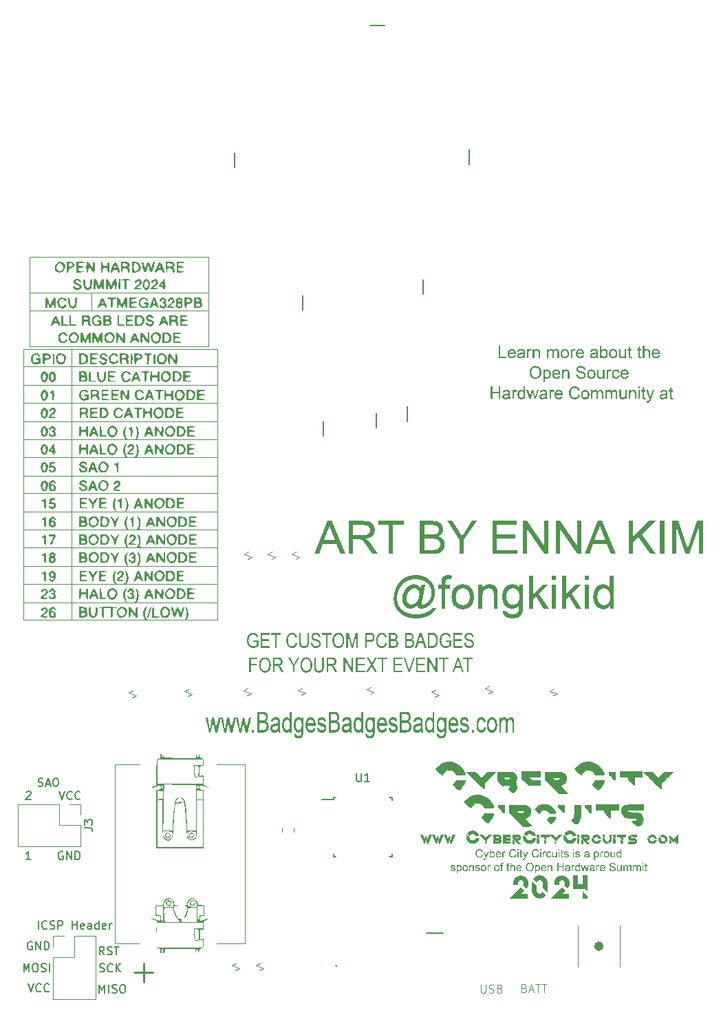
<source format=gbr>
%TF.GenerationSoftware,KiCad,Pcbnew,7.0.1-0*%
%TF.CreationDate,2024-04-28T15:41:34-04:00*%
%TF.ProjectId,OHS2024 Badge Release,4f485332-3032-4342-9042-616467652052,rev?*%
%TF.SameCoordinates,Original*%
%TF.FileFunction,Legend,Top*%
%TF.FilePolarity,Positive*%
%FSLAX46Y46*%
G04 Gerber Fmt 4.6, Leading zero omitted, Abs format (unit mm)*
G04 Created by KiCad (PCBNEW 7.0.1-0) date 2024-04-28 15:41:34*
%MOMM*%
%LPD*%
G01*
G04 APERTURE LIST*
%ADD10C,0.100000*%
%ADD11C,0.150000*%
%ADD12C,0.275000*%
%ADD13C,0.300000*%
%ADD14C,0.250000*%
%ADD15C,0.120000*%
%ADD16C,0.200000*%
%ADD17C,0.010000*%
%ADD18C,0.560000*%
G04 APERTURE END LIST*
D10*
G36*
X111757118Y-137618342D02*
G01*
X112404117Y-137618342D01*
X112382868Y-137585369D01*
X112379204Y-137576577D01*
X112360888Y-137548234D01*
X112345758Y-137518353D01*
X112333780Y-137487217D01*
X112324922Y-137455111D01*
X112319150Y-137422321D01*
X112316430Y-137389132D01*
X112316190Y-137375809D01*
X112317918Y-137339984D01*
X112323013Y-137305181D01*
X112331337Y-137271597D01*
X112342751Y-137239430D01*
X112357119Y-137208877D01*
X112374304Y-137180136D01*
X112394168Y-137153404D01*
X112416574Y-137128879D01*
X112441538Y-137104834D01*
X112469009Y-137083382D01*
X112498748Y-137064711D01*
X112530513Y-137049012D01*
X112564064Y-137036473D01*
X112599160Y-137027282D01*
X112635562Y-137021629D01*
X112673029Y-137019703D01*
X112709518Y-137021537D01*
X112744952Y-137026920D01*
X112779152Y-137035676D01*
X112811938Y-137047627D01*
X112843131Y-137062596D01*
X112872552Y-137080406D01*
X112900022Y-137100881D01*
X112925362Y-137123842D01*
X112948392Y-137149113D01*
X112968932Y-137176517D01*
X112986804Y-137205876D01*
X113001829Y-137237014D01*
X113013827Y-137269754D01*
X113022619Y-137303917D01*
X113028025Y-137339328D01*
X113029867Y-137375809D01*
X113028501Y-137406936D01*
X113024429Y-137437564D01*
X113017696Y-137467540D01*
X113008343Y-137496709D01*
X112996415Y-137524916D01*
X112981954Y-137552007D01*
X112965002Y-137577827D01*
X112945604Y-137602222D01*
X112916294Y-137631531D01*
X113332484Y-138045523D01*
X113352447Y-138024006D01*
X113370743Y-138000437D01*
X113374250Y-137995697D01*
X113401886Y-137962967D01*
X113427903Y-137929112D01*
X113452278Y-137894195D01*
X113474988Y-137858276D01*
X113496011Y-137821418D01*
X113515324Y-137783680D01*
X113532905Y-137745124D01*
X113548731Y-137705812D01*
X113562779Y-137665804D01*
X113575027Y-137625161D01*
X113585453Y-137583946D01*
X113594034Y-137542219D01*
X113600747Y-137500040D01*
X113605570Y-137457472D01*
X113608480Y-137414576D01*
X113609456Y-137371413D01*
X113608913Y-137339683D01*
X113607282Y-137307993D01*
X113604554Y-137276383D01*
X113600723Y-137244892D01*
X113595781Y-137213561D01*
X113589720Y-137182429D01*
X113582534Y-137151536D01*
X113574216Y-137120922D01*
X113564758Y-137090627D01*
X113554152Y-137060691D01*
X113546441Y-137040952D01*
X113533341Y-137008146D01*
X113519059Y-136975965D01*
X113503617Y-136944433D01*
X113487033Y-136913572D01*
X113469328Y-136883406D01*
X113450524Y-136853960D01*
X113430639Y-136825257D01*
X113409695Y-136797320D01*
X113387713Y-136770173D01*
X113364711Y-136743839D01*
X113340712Y-136718343D01*
X113315734Y-136693707D01*
X113289800Y-136669956D01*
X113262928Y-136647113D01*
X113235140Y-136625202D01*
X113206455Y-136604246D01*
X113176166Y-136583588D01*
X113145222Y-136564208D01*
X113113653Y-136546114D01*
X113081490Y-136529313D01*
X113048765Y-136513813D01*
X113015509Y-136499622D01*
X112981752Y-136486746D01*
X112947527Y-136475194D01*
X112912863Y-136464973D01*
X112877793Y-136456090D01*
X112842347Y-136448553D01*
X112806557Y-136442370D01*
X112770453Y-136437548D01*
X112734067Y-136434094D01*
X112697429Y-136432016D01*
X112660572Y-136431322D01*
X112611278Y-136432598D01*
X112562630Y-136436381D01*
X112514690Y-136442600D01*
X112467521Y-136451186D01*
X112421185Y-136462068D01*
X112375744Y-136475178D01*
X112331260Y-136490446D01*
X112287796Y-136507800D01*
X112245414Y-136527173D01*
X112204177Y-136548494D01*
X112164145Y-136571693D01*
X112125383Y-136596701D01*
X112087951Y-136623448D01*
X112051912Y-136651863D01*
X112017329Y-136681878D01*
X111984264Y-136713422D01*
X111961012Y-136737371D01*
X111938672Y-136762201D01*
X111917263Y-136787863D01*
X111896809Y-136814311D01*
X111877330Y-136841499D01*
X111858848Y-136869378D01*
X111841386Y-136897902D01*
X111824964Y-136927024D01*
X111809605Y-136956697D01*
X111795330Y-136986873D01*
X111786427Y-137007247D01*
X111773052Y-137039323D01*
X111760960Y-137072047D01*
X111750157Y-137105373D01*
X111740651Y-137139254D01*
X111732450Y-137173641D01*
X111725559Y-137208488D01*
X111719988Y-137243749D01*
X111715742Y-137279375D01*
X111712829Y-137315320D01*
X111711256Y-137351537D01*
X111710956Y-137375809D01*
X111711597Y-137411169D01*
X111713510Y-137446429D01*
X111716676Y-137481487D01*
X111721081Y-137516244D01*
X111726707Y-137550598D01*
X111733536Y-137584449D01*
X111736601Y-137597826D01*
X111757118Y-137618342D01*
G37*
G36*
X112706734Y-138657351D02*
G01*
X113076029Y-138288789D01*
X112660572Y-137874064D01*
X111286706Y-139245000D01*
X113525925Y-139245000D01*
X113525925Y-138657351D01*
X112706734Y-138657351D01*
G37*
G36*
X115949058Y-137422704D02*
G01*
X115949058Y-137393160D01*
X115949058Y-137384602D01*
X115949058Y-137354239D01*
X115949058Y-137347233D01*
X115947424Y-137316651D01*
X115944869Y-137286329D01*
X115941405Y-137256279D01*
X115937047Y-137226516D01*
X115931807Y-137197053D01*
X115925702Y-137167904D01*
X115918743Y-137139085D01*
X115910944Y-137110607D01*
X115902321Y-137082486D01*
X115892886Y-137054735D01*
X115871636Y-137000400D01*
X115847306Y-136947714D01*
X115820006Y-136896788D01*
X115789847Y-136847734D01*
X115756938Y-136800663D01*
X115721392Y-136755687D01*
X115683318Y-136712919D01*
X115642826Y-136672468D01*
X115600029Y-136634448D01*
X115555035Y-136598969D01*
X115507955Y-136566144D01*
X115480130Y-136548502D01*
X115451627Y-136531857D01*
X115422471Y-136516231D01*
X115392688Y-136501641D01*
X115362304Y-136488107D01*
X115331345Y-136475649D01*
X115299836Y-136464286D01*
X115267803Y-136454036D01*
X115235273Y-136444921D01*
X115202270Y-136436958D01*
X115168821Y-136430167D01*
X115134951Y-136424567D01*
X115100686Y-136420178D01*
X115066051Y-136417019D01*
X115031073Y-136415110D01*
X114995778Y-136414469D01*
X114960483Y-136415110D01*
X114925505Y-136417019D01*
X114890870Y-136420178D01*
X114856605Y-136424567D01*
X114822735Y-136430167D01*
X114789286Y-136436958D01*
X114756283Y-136444921D01*
X114723753Y-136454036D01*
X114691720Y-136464286D01*
X114660211Y-136475649D01*
X114629252Y-136488107D01*
X114598868Y-136501641D01*
X114569085Y-136516231D01*
X114539929Y-136531857D01*
X114511426Y-136548502D01*
X114483601Y-136566144D01*
X114455512Y-136584402D01*
X114428133Y-136603705D01*
X114401479Y-136624018D01*
X114375563Y-136645304D01*
X114350401Y-136667528D01*
X114326008Y-136690652D01*
X114302396Y-136714640D01*
X114279582Y-136739457D01*
X114257579Y-136765066D01*
X114236401Y-136791431D01*
X114222749Y-136809410D01*
X114646999Y-137233660D01*
X114665618Y-137195748D01*
X114687914Y-137160123D01*
X114713622Y-137127098D01*
X114742479Y-137096990D01*
X114774218Y-137070113D01*
X114808577Y-137046782D01*
X114845291Y-137027313D01*
X114884094Y-137012021D01*
X114924723Y-137001220D01*
X114966914Y-136995227D01*
X114995778Y-136994057D01*
X115033093Y-136995951D01*
X115069366Y-137001512D01*
X115104427Y-137010562D01*
X115138111Y-137022920D01*
X115170248Y-137038408D01*
X115200673Y-137056847D01*
X115229217Y-137078058D01*
X115255713Y-137101860D01*
X115279994Y-137128075D01*
X115301893Y-137156524D01*
X115321240Y-137187027D01*
X115337871Y-137219406D01*
X115351616Y-137253480D01*
X115362308Y-137289071D01*
X115369781Y-137325999D01*
X115373866Y-137364085D01*
X115373866Y-137960526D01*
X115924145Y-138510073D01*
X115931420Y-138480521D01*
X115937525Y-138450885D01*
X115942577Y-138421081D01*
X115946692Y-138391026D01*
X115949989Y-138360635D01*
X115952586Y-138329825D01*
X115953454Y-138317365D01*
X115953454Y-138287528D01*
X115953454Y-138279263D01*
X115953454Y-138248901D01*
X115953454Y-138241894D01*
X115949058Y-137422704D01*
G37*
G36*
X115000174Y-138669808D02*
G01*
X114964325Y-138668015D01*
X114929420Y-138662748D01*
X114895615Y-138654173D01*
X114863063Y-138642456D01*
X114831919Y-138627764D01*
X114802338Y-138610263D01*
X114774474Y-138590120D01*
X114748482Y-138567500D01*
X114724517Y-138542571D01*
X114702732Y-138515498D01*
X114683284Y-138486448D01*
X114666325Y-138455588D01*
X114652011Y-138423083D01*
X114640496Y-138389100D01*
X114631935Y-138353805D01*
X114626483Y-138317365D01*
X114626483Y-137695279D01*
X114076204Y-137145732D01*
X114069588Y-137178705D01*
X114063774Y-137211678D01*
X114058792Y-137244651D01*
X114054668Y-137277623D01*
X114051434Y-137310596D01*
X114050558Y-137321587D01*
X114050558Y-137351393D01*
X114050558Y-137380747D01*
X114050558Y-137384602D01*
X114050558Y-137414408D01*
X114050558Y-137443761D01*
X114050558Y-137447616D01*
X114050558Y-138211852D01*
X114050558Y-138241658D01*
X114050558Y-138271012D01*
X114050558Y-138274867D01*
X114050558Y-138304673D01*
X114050558Y-138334026D01*
X114050558Y-138337882D01*
X114053560Y-138372740D01*
X114057743Y-138407233D01*
X114063088Y-138441340D01*
X114069572Y-138475039D01*
X114077176Y-138508309D01*
X114085878Y-138541128D01*
X114095659Y-138573475D01*
X114106497Y-138605327D01*
X114118373Y-138636665D01*
X114131264Y-138667466D01*
X114145151Y-138697709D01*
X114160012Y-138727373D01*
X114175828Y-138756435D01*
X114192578Y-138784875D01*
X114210240Y-138812670D01*
X114228794Y-138839801D01*
X114248220Y-138866244D01*
X114268497Y-138891979D01*
X114289604Y-138916984D01*
X114311521Y-138941238D01*
X114334227Y-138964719D01*
X114357701Y-138987405D01*
X114381922Y-139009276D01*
X114406870Y-139030310D01*
X114432525Y-139050485D01*
X114458865Y-139069780D01*
X114485870Y-139088173D01*
X114513520Y-139105644D01*
X114541793Y-139122169D01*
X114570668Y-139137729D01*
X114600127Y-139152301D01*
X114630146Y-139165865D01*
X114662414Y-139179330D01*
X114695321Y-139191670D01*
X114728848Y-139202841D01*
X114762978Y-139212800D01*
X114797692Y-139221502D01*
X114832973Y-139228906D01*
X114868801Y-139234967D01*
X114905160Y-139239641D01*
X114942031Y-139242886D01*
X114979396Y-139244658D01*
X115004571Y-139245000D01*
X115042067Y-139244234D01*
X115079117Y-139241966D01*
X115115698Y-139238240D01*
X115151789Y-139233098D01*
X115187368Y-139226585D01*
X115222413Y-139218744D01*
X115256903Y-139209617D01*
X115290816Y-139199250D01*
X115324129Y-139187684D01*
X115356822Y-139174965D01*
X115378262Y-139165865D01*
X115407959Y-139151915D01*
X115437134Y-139137004D01*
X115465761Y-139121150D01*
X115493816Y-139104373D01*
X115521274Y-139086690D01*
X115548111Y-139068119D01*
X115574301Y-139048678D01*
X115599821Y-139028387D01*
X115624645Y-139007262D01*
X115648749Y-138985323D01*
X115672108Y-138962588D01*
X115694698Y-138939074D01*
X115716493Y-138914800D01*
X115737470Y-138889785D01*
X115757602Y-138864046D01*
X115776867Y-138837602D01*
X115352617Y-138414085D01*
X115335288Y-138452933D01*
X115313988Y-138489321D01*
X115288995Y-138522950D01*
X115260589Y-138553524D01*
X115229048Y-138580746D01*
X115194652Y-138604320D01*
X115157678Y-138623947D01*
X115118407Y-138639331D01*
X115077117Y-138650174D01*
X115034086Y-138656181D01*
X115004571Y-138657351D01*
X115000174Y-138669808D01*
G37*
G36*
X116821738Y-137618342D02*
G01*
X117468737Y-137618342D01*
X117447488Y-137585369D01*
X117443824Y-137576577D01*
X117425507Y-137548234D01*
X117410377Y-137518353D01*
X117398400Y-137487217D01*
X117389542Y-137455111D01*
X117383770Y-137422321D01*
X117381050Y-137389132D01*
X117380809Y-137375809D01*
X117382538Y-137339984D01*
X117387633Y-137305181D01*
X117395956Y-137271597D01*
X117407371Y-137239430D01*
X117421739Y-137208877D01*
X117438924Y-137180136D01*
X117458788Y-137153404D01*
X117481193Y-137128879D01*
X117506157Y-137104834D01*
X117533629Y-137083382D01*
X117563368Y-137064711D01*
X117595132Y-137049012D01*
X117628683Y-137036473D01*
X117663780Y-137027282D01*
X117700182Y-137021629D01*
X117737648Y-137019703D01*
X117774137Y-137021537D01*
X117809572Y-137026920D01*
X117843771Y-137035676D01*
X117876557Y-137047627D01*
X117907751Y-137062596D01*
X117937172Y-137080406D01*
X117964642Y-137100881D01*
X117989982Y-137123842D01*
X118013011Y-137149113D01*
X118033552Y-137176517D01*
X118051424Y-137205876D01*
X118066449Y-137237014D01*
X118078447Y-137269754D01*
X118087238Y-137303917D01*
X118092645Y-137339328D01*
X118094487Y-137375809D01*
X118093120Y-137406936D01*
X118089049Y-137437564D01*
X118082315Y-137467540D01*
X118072963Y-137496709D01*
X118061035Y-137524916D01*
X118046573Y-137552007D01*
X118029622Y-137577827D01*
X118010223Y-137602222D01*
X117980914Y-137631531D01*
X118397104Y-138045523D01*
X118417067Y-138024006D01*
X118435362Y-138000437D01*
X118438869Y-137995697D01*
X118466506Y-137962967D01*
X118492523Y-137929112D01*
X118516898Y-137894195D01*
X118539608Y-137858276D01*
X118560631Y-137821418D01*
X118579944Y-137783680D01*
X118597525Y-137745124D01*
X118613350Y-137705812D01*
X118627399Y-137665804D01*
X118639647Y-137625161D01*
X118650073Y-137583946D01*
X118658654Y-137542219D01*
X118665367Y-137500040D01*
X118670190Y-137457472D01*
X118673100Y-137414576D01*
X118674075Y-137371413D01*
X118673533Y-137339683D01*
X118671902Y-137307993D01*
X118669174Y-137276383D01*
X118665343Y-137244892D01*
X118660400Y-137213561D01*
X118654340Y-137182429D01*
X118647154Y-137151536D01*
X118638836Y-137120922D01*
X118629377Y-137090627D01*
X118618772Y-137060691D01*
X118611061Y-137040952D01*
X118597961Y-137008146D01*
X118583679Y-136975965D01*
X118568236Y-136944433D01*
X118551652Y-136913572D01*
X118533948Y-136883406D01*
X118515143Y-136853960D01*
X118495259Y-136825257D01*
X118474315Y-136797320D01*
X118452332Y-136770173D01*
X118429331Y-136743839D01*
X118405332Y-136718343D01*
X118380354Y-136693707D01*
X118354419Y-136669956D01*
X118327548Y-136647113D01*
X118299759Y-136625202D01*
X118271075Y-136604246D01*
X118240786Y-136583588D01*
X118209842Y-136564208D01*
X118178273Y-136546114D01*
X118146110Y-136529313D01*
X118113385Y-136513813D01*
X118080129Y-136499622D01*
X118046372Y-136486746D01*
X118012147Y-136475194D01*
X117977483Y-136464973D01*
X117942413Y-136456090D01*
X117906967Y-136448553D01*
X117871177Y-136442370D01*
X117835073Y-136437548D01*
X117798686Y-136434094D01*
X117762049Y-136432016D01*
X117725192Y-136431322D01*
X117675898Y-136432598D01*
X117627249Y-136436381D01*
X117579310Y-136442600D01*
X117532141Y-136451186D01*
X117485805Y-136462068D01*
X117440364Y-136475178D01*
X117395880Y-136490446D01*
X117352416Y-136507800D01*
X117310034Y-136527173D01*
X117268796Y-136548494D01*
X117228765Y-136571693D01*
X117190002Y-136596701D01*
X117152571Y-136623448D01*
X117116532Y-136651863D01*
X117081949Y-136681878D01*
X117048883Y-136713422D01*
X117025632Y-136737371D01*
X117003291Y-136762201D01*
X116981883Y-136787863D01*
X116961428Y-136814311D01*
X116941949Y-136841499D01*
X116923468Y-136869378D01*
X116906005Y-136897902D01*
X116889584Y-136927024D01*
X116874225Y-136956697D01*
X116859950Y-136986873D01*
X116851047Y-137007247D01*
X116837672Y-137039323D01*
X116825580Y-137072047D01*
X116814777Y-137105373D01*
X116805271Y-137139254D01*
X116797069Y-137173641D01*
X116790179Y-137208488D01*
X116784607Y-137243749D01*
X116780361Y-137279375D01*
X116777448Y-137315320D01*
X116775876Y-137351537D01*
X116775576Y-137375809D01*
X116776217Y-137411169D01*
X116778129Y-137446429D01*
X116781296Y-137481487D01*
X116785701Y-137516244D01*
X116791326Y-137550598D01*
X116798156Y-137584449D01*
X116801221Y-137597826D01*
X116821738Y-137618342D01*
G37*
G36*
X117771354Y-138657351D02*
G01*
X118140649Y-138288789D01*
X117725192Y-137874064D01*
X116351326Y-139245000D01*
X118590544Y-139245000D01*
X118590544Y-138657351D01*
X117771354Y-138657351D01*
G37*
G36*
X120287544Y-136431322D02*
G01*
X120287544Y-137510631D01*
X119711619Y-137510631D01*
X119711619Y-136431322D01*
X119102721Y-136431322D01*
X119102721Y-138119528D01*
X120598220Y-138119528D01*
X120896441Y-138419947D01*
X120896441Y-136431322D01*
X120287544Y-136431322D01*
G37*
G36*
X120287544Y-139245000D02*
G01*
X120896441Y-139245000D01*
X120896441Y-138919668D01*
X120287544Y-138306374D01*
X120287544Y-139245000D01*
G37*
G36*
X107867062Y-133854497D02*
G01*
X108000418Y-133887470D01*
X107997727Y-133897849D01*
X107994906Y-133908073D01*
X107991953Y-133918142D01*
X107988870Y-133928056D01*
X107985656Y-133937815D01*
X107982312Y-133947419D01*
X107978837Y-133956868D01*
X107975231Y-133966162D01*
X107971494Y-133975301D01*
X107967627Y-133984284D01*
X107959500Y-134001787D01*
X107950850Y-134018669D01*
X107941678Y-134034931D01*
X107931983Y-134050573D01*
X107921765Y-134065595D01*
X107911024Y-134079997D01*
X107899760Y-134093779D01*
X107887973Y-134106940D01*
X107875664Y-134119481D01*
X107862831Y-134131403D01*
X107849476Y-134142704D01*
X107835700Y-134153351D01*
X107821545Y-134163312D01*
X107807010Y-134172585D01*
X107792094Y-134181172D01*
X107776800Y-134189072D01*
X107761125Y-134196284D01*
X107745071Y-134202810D01*
X107728637Y-134208649D01*
X107711824Y-134213801D01*
X107694630Y-134218266D01*
X107677057Y-134222044D01*
X107659104Y-134225136D01*
X107640772Y-134227540D01*
X107622059Y-134229257D01*
X107602968Y-134230288D01*
X107583496Y-134230631D01*
X107573373Y-134230566D01*
X107563370Y-134230371D01*
X107553485Y-134230045D01*
X107543719Y-134229589D01*
X107524543Y-134228287D01*
X107505842Y-134226464D01*
X107487616Y-134224119D01*
X107469866Y-134221254D01*
X107452590Y-134217868D01*
X107435790Y-134213961D01*
X107419465Y-134209534D01*
X107403615Y-134204585D01*
X107388240Y-134199115D01*
X107373340Y-134193125D01*
X107358915Y-134186613D01*
X107344966Y-134179580D01*
X107331492Y-134172027D01*
X107318492Y-134163953D01*
X107305951Y-134155385D01*
X107293789Y-134146352D01*
X107282008Y-134136853D01*
X107270605Y-134126889D01*
X107259583Y-134116459D01*
X107248940Y-134105563D01*
X107238677Y-134094202D01*
X107228794Y-134082376D01*
X107219291Y-134070083D01*
X107210167Y-134057325D01*
X107201423Y-134044102D01*
X107193058Y-134030413D01*
X107185074Y-134016258D01*
X107177469Y-134001638D01*
X107170244Y-133986552D01*
X107163398Y-133971001D01*
X107156951Y-133955114D01*
X107150919Y-133939081D01*
X107145303Y-133922904D01*
X107140103Y-133906582D01*
X107135320Y-133890115D01*
X107130952Y-133873502D01*
X107127000Y-133856745D01*
X107123464Y-133839842D01*
X107120345Y-133822795D01*
X107117641Y-133805603D01*
X107115353Y-133788265D01*
X107113481Y-133770783D01*
X107112025Y-133753155D01*
X107110985Y-133735383D01*
X107110361Y-133717465D01*
X107110153Y-133699403D01*
X107110212Y-133689551D01*
X107110388Y-133679778D01*
X107111092Y-133660469D01*
X107112266Y-133641477D01*
X107113908Y-133622802D01*
X107116021Y-133604444D01*
X107118602Y-133586402D01*
X107121654Y-133568678D01*
X107125174Y-133551270D01*
X107129164Y-133534178D01*
X107133623Y-133517404D01*
X107138552Y-133500946D01*
X107143950Y-133484805D01*
X107149818Y-133468981D01*
X107156155Y-133453473D01*
X107162961Y-133438282D01*
X107170237Y-133423408D01*
X107177946Y-133408914D01*
X107186052Y-133394863D01*
X107194554Y-133381254D01*
X107203454Y-133368087D01*
X107212750Y-133355364D01*
X107222444Y-133343083D01*
X107232534Y-133331245D01*
X107243021Y-133319849D01*
X107253905Y-133308897D01*
X107265186Y-133298387D01*
X107276864Y-133288319D01*
X107288939Y-133278695D01*
X107301411Y-133269513D01*
X107314279Y-133260773D01*
X107327545Y-133252477D01*
X107341207Y-133244623D01*
X107355184Y-133237199D01*
X107369333Y-133230254D01*
X107383654Y-133223789D01*
X107398146Y-133217802D01*
X107412810Y-133212294D01*
X107427646Y-133207265D01*
X107442654Y-133202715D01*
X107457833Y-133198644D01*
X107473184Y-133195052D01*
X107488707Y-133191939D01*
X107504401Y-133189305D01*
X107520267Y-133187149D01*
X107536305Y-133185473D01*
X107552515Y-133184276D01*
X107568897Y-133183557D01*
X107585450Y-133183318D01*
X107604160Y-133183626D01*
X107622495Y-133184550D01*
X107640453Y-133186091D01*
X107658036Y-133188248D01*
X107675242Y-133191022D01*
X107692073Y-133194412D01*
X107708528Y-133198418D01*
X107724607Y-133203040D01*
X107740310Y-133208279D01*
X107755637Y-133214134D01*
X107770589Y-133220606D01*
X107785164Y-133227694D01*
X107799364Y-133235398D01*
X107813187Y-133243718D01*
X107826635Y-133252655D01*
X107839707Y-133262208D01*
X107852346Y-133272320D01*
X107864497Y-133282934D01*
X107876160Y-133294050D01*
X107887334Y-133305668D01*
X107898020Y-133317788D01*
X107908217Y-133330409D01*
X107917925Y-133343532D01*
X107927146Y-133357158D01*
X107935877Y-133371285D01*
X107944120Y-133385913D01*
X107951875Y-133401044D01*
X107959141Y-133416676D01*
X107965919Y-133432811D01*
X107972208Y-133449447D01*
X107978009Y-133466585D01*
X107983321Y-133484225D01*
X107851919Y-133514511D01*
X107847429Y-133501276D01*
X107842691Y-133488499D01*
X107837705Y-133476180D01*
X107832471Y-133464319D01*
X107826989Y-133452916D01*
X107821259Y-133441971D01*
X107815280Y-133431484D01*
X107809054Y-133421454D01*
X107802580Y-133411883D01*
X107795857Y-133402770D01*
X107788887Y-133394115D01*
X107781668Y-133385917D01*
X107774202Y-133378178D01*
X107766487Y-133370896D01*
X107758524Y-133364073D01*
X107750314Y-133357707D01*
X107741845Y-133351733D01*
X107733110Y-133346144D01*
X107724107Y-133340940D01*
X107714837Y-133336122D01*
X107705301Y-133331690D01*
X107695496Y-133327642D01*
X107685425Y-133323981D01*
X107675087Y-133320704D01*
X107664481Y-133317813D01*
X107653609Y-133315308D01*
X107642469Y-133313188D01*
X107631062Y-133311454D01*
X107619388Y-133310105D01*
X107607447Y-133309141D01*
X107595239Y-133308563D01*
X107582763Y-133308370D01*
X107568380Y-133308584D01*
X107554297Y-133309225D01*
X107540514Y-133310293D01*
X107527030Y-133311789D01*
X107513846Y-133313713D01*
X107500961Y-133316064D01*
X107488376Y-133318842D01*
X107476090Y-133322048D01*
X107464104Y-133325681D01*
X107452418Y-133329741D01*
X107441031Y-133334229D01*
X107429943Y-133339145D01*
X107419156Y-133344487D01*
X107408668Y-133350258D01*
X107398479Y-133356455D01*
X107388590Y-133363080D01*
X107379031Y-133370035D01*
X107369833Y-133377281D01*
X107360995Y-133384819D01*
X107352518Y-133392649D01*
X107344402Y-133400771D01*
X107336646Y-133409185D01*
X107329251Y-133417891D01*
X107322217Y-133426889D01*
X107315543Y-133436179D01*
X107309230Y-133445760D01*
X107303278Y-133455634D01*
X107297686Y-133465800D01*
X107292455Y-133476257D01*
X107287584Y-133487007D01*
X107283074Y-133498048D01*
X107278925Y-133509382D01*
X107275110Y-133520884D01*
X107271540Y-133532432D01*
X107268217Y-133544026D01*
X107265141Y-133555666D01*
X107262310Y-133567351D01*
X107259725Y-133579083D01*
X107257387Y-133590860D01*
X107255295Y-133602683D01*
X107253448Y-133614551D01*
X107251848Y-133626466D01*
X107250495Y-133638426D01*
X107249387Y-133650432D01*
X107248525Y-133662484D01*
X107247910Y-133674582D01*
X107247541Y-133686725D01*
X107247418Y-133698914D01*
X107247564Y-133714513D01*
X107248002Y-133729865D01*
X107248731Y-133744967D01*
X107249753Y-133759822D01*
X107251067Y-133774429D01*
X107252673Y-133788788D01*
X107254570Y-133802899D01*
X107256760Y-133816762D01*
X107259242Y-133830376D01*
X107262015Y-133843743D01*
X107265080Y-133856861D01*
X107268438Y-133869732D01*
X107272087Y-133882354D01*
X107276028Y-133894728D01*
X107280262Y-133906855D01*
X107284787Y-133918733D01*
X107289650Y-133930301D01*
X107294835Y-133941497D01*
X107300343Y-133952321D01*
X107306173Y-133962773D01*
X107312326Y-133972853D01*
X107318801Y-133982560D01*
X107325599Y-133991896D01*
X107332719Y-134000860D01*
X107340162Y-134009451D01*
X107347927Y-134017670D01*
X107356015Y-134025518D01*
X107364425Y-134032993D01*
X107373158Y-134040096D01*
X107382213Y-134046827D01*
X107391591Y-134053186D01*
X107401291Y-134059173D01*
X107411203Y-134064792D01*
X107421219Y-134070049D01*
X107431338Y-134074943D01*
X107441560Y-134079475D01*
X107451885Y-134083645D01*
X107462313Y-134087451D01*
X107472844Y-134090896D01*
X107483478Y-134093977D01*
X107494216Y-134096696D01*
X107505056Y-134099053D01*
X107515999Y-134101047D01*
X107527045Y-134102678D01*
X107538195Y-134103947D01*
X107549447Y-134104854D01*
X107560802Y-134105397D01*
X107572261Y-134105579D01*
X107586139Y-134105332D01*
X107599746Y-134104590D01*
X107613082Y-134103355D01*
X107626147Y-134101625D01*
X107638941Y-134099401D01*
X107651464Y-134096683D01*
X107663716Y-134093471D01*
X107675698Y-134089764D01*
X107687408Y-134085563D01*
X107698847Y-134080868D01*
X107710016Y-134075679D01*
X107720913Y-134069996D01*
X107731539Y-134063818D01*
X107741895Y-134057146D01*
X107751980Y-134049980D01*
X107761793Y-134042320D01*
X107771306Y-134034173D01*
X107780428Y-134025547D01*
X107789159Y-134016442D01*
X107797498Y-134006859D01*
X107805447Y-133996796D01*
X107813004Y-133986255D01*
X107820170Y-133975234D01*
X107826945Y-133963735D01*
X107833329Y-133951756D01*
X107839321Y-133939299D01*
X107844923Y-133926363D01*
X107850133Y-133912947D01*
X107854952Y-133899053D01*
X107859380Y-133884680D01*
X107863416Y-133869828D01*
X107867062Y-133854497D01*
G37*
G36*
X108137439Y-134496367D02*
G01*
X108123761Y-134375956D01*
X108133737Y-134378532D01*
X108143392Y-134380764D01*
X108155010Y-134383072D01*
X108166128Y-134384843D01*
X108176744Y-134386077D01*
X108186860Y-134386775D01*
X108194591Y-134386946D01*
X108204594Y-134386729D01*
X108216378Y-134385845D01*
X108227363Y-134384282D01*
X108237549Y-134382038D01*
X108246936Y-134379115D01*
X108257145Y-134374710D01*
X108260293Y-134373025D01*
X108269309Y-134367509D01*
X108277672Y-134361221D01*
X108285383Y-134354160D01*
X108292441Y-134346326D01*
X108298847Y-134337719D01*
X108300837Y-134334678D01*
X108305740Y-134325786D01*
X108310600Y-134315423D01*
X108314994Y-134305201D01*
X108319839Y-134293262D01*
X108323768Y-134283180D01*
X108327951Y-134272133D01*
X108332386Y-134260120D01*
X108337075Y-134247140D01*
X108338695Y-134242599D01*
X108342158Y-134232534D01*
X108345755Y-134222707D01*
X108349216Y-134213540D01*
X108349686Y-134212313D01*
X108072959Y-133480317D01*
X108206071Y-133480317D01*
X108357990Y-133894553D01*
X108361660Y-133904446D01*
X108365283Y-133914401D01*
X108368858Y-133924420D01*
X108372385Y-133934502D01*
X108375864Y-133944647D01*
X108379296Y-133954854D01*
X108382680Y-133965125D01*
X108386017Y-133975458D01*
X108389305Y-133985855D01*
X108392546Y-133996314D01*
X108395740Y-134006837D01*
X108398885Y-134017422D01*
X108401983Y-134028071D01*
X108405033Y-134038782D01*
X108408036Y-134049556D01*
X108410991Y-134060394D01*
X108415048Y-134047372D01*
X108419251Y-134034136D01*
X108423600Y-134020685D01*
X108428095Y-134007019D01*
X108432736Y-133993139D01*
X108435911Y-133983766D01*
X108439152Y-133974298D01*
X108442456Y-133964734D01*
X108445826Y-133955075D01*
X108449261Y-133945321D01*
X108452760Y-133935471D01*
X108456325Y-133925525D01*
X108459954Y-133915485D01*
X108461793Y-133910429D01*
X108617620Y-133480317D01*
X108741207Y-133480317D01*
X108463747Y-134229166D01*
X108458238Y-134243864D01*
X108452886Y-134257979D01*
X108447690Y-134271509D01*
X108442651Y-134284456D01*
X108437768Y-134296819D01*
X108433041Y-134308598D01*
X108428471Y-134319793D01*
X108424058Y-134330404D01*
X108419801Y-134340432D01*
X108415700Y-134349875D01*
X108409842Y-134362945D01*
X108404337Y-134374702D01*
X108399183Y-134385145D01*
X108394382Y-134394274D01*
X108388114Y-134405391D01*
X108381674Y-134415938D01*
X108375062Y-134425913D01*
X108368279Y-134435318D01*
X108361323Y-134444152D01*
X108354197Y-134452414D01*
X108346898Y-134460106D01*
X108339427Y-134467226D01*
X108331785Y-134473776D01*
X108323971Y-134479754D01*
X108318667Y-134483422D01*
X108307783Y-134490120D01*
X108296380Y-134495925D01*
X108284458Y-134500836D01*
X108275175Y-134503934D01*
X108265601Y-134506529D01*
X108255735Y-134508622D01*
X108245577Y-134510213D01*
X108235127Y-134511301D01*
X108224385Y-134511887D01*
X108217062Y-134511999D01*
X108205715Y-134511617D01*
X108193964Y-134510472D01*
X108184270Y-134509007D01*
X108174317Y-134507053D01*
X108164105Y-134504610D01*
X108153633Y-134501680D01*
X108142902Y-134498260D01*
X108137439Y-134496367D01*
G37*
G36*
X108965422Y-133585586D02*
G01*
X108975390Y-133570945D01*
X108985694Y-133557250D01*
X108996334Y-133544499D01*
X109007310Y-133532692D01*
X109018621Y-133521830D01*
X109030268Y-133511912D01*
X109042252Y-133502939D01*
X109054571Y-133494911D01*
X109067225Y-133487827D01*
X109080216Y-133481687D01*
X109093543Y-133476492D01*
X109107205Y-133472242D01*
X109121203Y-133468936D01*
X109135537Y-133466575D01*
X109150207Y-133465158D01*
X109165213Y-133464685D01*
X109177788Y-133464926D01*
X109190234Y-133465647D01*
X109202552Y-133466849D01*
X109214740Y-133468532D01*
X109226800Y-133470696D01*
X109238732Y-133473341D01*
X109250534Y-133476466D01*
X109262207Y-133480073D01*
X109273752Y-133484160D01*
X109285168Y-133488728D01*
X109292707Y-133492041D01*
X109303786Y-133497319D01*
X109314492Y-133502989D01*
X109324824Y-133509049D01*
X109334782Y-133515499D01*
X109344367Y-133522341D01*
X109353578Y-133529573D01*
X109362416Y-133537196D01*
X109370880Y-133545209D01*
X109378971Y-133553613D01*
X109386688Y-133562408D01*
X109391626Y-133568489D01*
X109398759Y-133577920D01*
X109405596Y-133587711D01*
X109412137Y-133597864D01*
X109418382Y-133608377D01*
X109424330Y-133619250D01*
X109429982Y-133630484D01*
X109435338Y-133642079D01*
X109440398Y-133654035D01*
X109445161Y-133666351D01*
X109449629Y-133679028D01*
X109452442Y-133687679D01*
X109456370Y-133700817D01*
X109459912Y-133714126D01*
X109463068Y-133727607D01*
X109465837Y-133741260D01*
X109468220Y-133755084D01*
X109470216Y-133769081D01*
X109471826Y-133783249D01*
X109473050Y-133797588D01*
X109473887Y-133812100D01*
X109474231Y-133821870D01*
X109474402Y-133831716D01*
X109474424Y-133836667D01*
X109474333Y-133848353D01*
X109474061Y-133859872D01*
X109473608Y-133871224D01*
X109472974Y-133882409D01*
X109472158Y-133893428D01*
X109471161Y-133904279D01*
X109469983Y-133914963D01*
X109468623Y-133925480D01*
X109467082Y-133935830D01*
X109465360Y-133946014D01*
X109463457Y-133956030D01*
X109461372Y-133965879D01*
X109459106Y-133975562D01*
X109456659Y-133985077D01*
X109451221Y-134003607D01*
X109445058Y-134021469D01*
X109438169Y-134038664D01*
X109430556Y-134055190D01*
X109422217Y-134071049D01*
X109413153Y-134086240D01*
X109403365Y-134100763D01*
X109392851Y-134114618D01*
X109381612Y-134127805D01*
X109369895Y-134140256D01*
X109357886Y-134151905D01*
X109345585Y-134162750D01*
X109332992Y-134172791D01*
X109320107Y-134182030D01*
X109306931Y-134190465D01*
X109293462Y-134198096D01*
X109279701Y-134204924D01*
X109265649Y-134210949D01*
X109251304Y-134216171D01*
X109236668Y-134220589D01*
X109221739Y-134224204D01*
X109206519Y-134227016D01*
X109191007Y-134229024D01*
X109175203Y-134230229D01*
X109159106Y-134230631D01*
X109143203Y-134230113D01*
X109127733Y-134228559D01*
X109112696Y-134225968D01*
X109098092Y-134222342D01*
X109083921Y-134217679D01*
X109070183Y-134211981D01*
X109056878Y-134205246D01*
X109044007Y-134197475D01*
X109031569Y-134188668D01*
X109019564Y-134178825D01*
X109007992Y-134167946D01*
X108996853Y-134156030D01*
X108986147Y-134143079D01*
X108975875Y-134129091D01*
X108966035Y-134114067D01*
X108956629Y-134098007D01*
X108956629Y-134215000D01*
X108841835Y-134215000D01*
X108841835Y-133842529D01*
X108955164Y-133842529D01*
X108955303Y-133857409D01*
X108955721Y-133871762D01*
X108956417Y-133885588D01*
X108957392Y-133898888D01*
X108958646Y-133911661D01*
X108960178Y-133923908D01*
X108961989Y-133935628D01*
X108964079Y-133946821D01*
X108966447Y-133957487D01*
X108969093Y-133967627D01*
X108972018Y-133977241D01*
X108976928Y-133990673D01*
X108982465Y-134002920D01*
X108988629Y-134013983D01*
X108990823Y-134017407D01*
X108998281Y-134028084D01*
X109006062Y-134038072D01*
X109014165Y-134047372D01*
X109022590Y-134055982D01*
X109031338Y-134063904D01*
X109040408Y-134071137D01*
X109049801Y-134077681D01*
X109059516Y-134083536D01*
X109069554Y-134088702D01*
X109079915Y-134093180D01*
X109090597Y-134096968D01*
X109101603Y-134100068D01*
X109112930Y-134102479D01*
X109124580Y-134104201D01*
X109136553Y-134105234D01*
X109148848Y-134105579D01*
X109158898Y-134105325D01*
X109168777Y-134104564D01*
X109178484Y-134103295D01*
X109192722Y-134100440D01*
X109206574Y-134096442D01*
X109220039Y-134091303D01*
X109233118Y-134085022D01*
X109241622Y-134080200D01*
X109249955Y-134074871D01*
X109258116Y-134069034D01*
X109266106Y-134062689D01*
X109273923Y-134055837D01*
X109281569Y-134048477D01*
X109289044Y-134040610D01*
X109296201Y-134032240D01*
X109302897Y-134023372D01*
X109309131Y-134014006D01*
X109314903Y-134004142D01*
X109320213Y-133993779D01*
X109325062Y-133982919D01*
X109329449Y-133971561D01*
X109333374Y-133959705D01*
X109336837Y-133947350D01*
X109339839Y-133934498D01*
X109342378Y-133921148D01*
X109344456Y-133907299D01*
X109346072Y-133892953D01*
X109347227Y-133878108D01*
X109347920Y-133862766D01*
X109348150Y-133846926D01*
X109347929Y-133830739D01*
X109347265Y-133815090D01*
X109346158Y-133799979D01*
X109344609Y-133785407D01*
X109342617Y-133771372D01*
X109340182Y-133757876D01*
X109337304Y-133744918D01*
X109333984Y-133732498D01*
X109330221Y-133720616D01*
X109326016Y-133709272D01*
X109321368Y-133698466D01*
X109316277Y-133688198D01*
X109310743Y-133678469D01*
X109304767Y-133669277D01*
X109298348Y-133660624D01*
X109291486Y-133652508D01*
X109284310Y-133644907D01*
X109276950Y-133637796D01*
X109269404Y-133631176D01*
X109261673Y-133625046D01*
X109249730Y-133616771D01*
X109237370Y-133609599D01*
X109224594Y-133603530D01*
X109211401Y-133598565D01*
X109197792Y-133594703D01*
X109183766Y-133591945D01*
X109169324Y-133590290D01*
X109159465Y-133589799D01*
X109154466Y-133589738D01*
X109144416Y-133589992D01*
X109134537Y-133590753D01*
X109124830Y-133592022D01*
X109110592Y-133594877D01*
X109096741Y-133598874D01*
X109083275Y-133604013D01*
X109070196Y-133610294D01*
X109061692Y-133615116D01*
X109053359Y-133620446D01*
X109045198Y-133626283D01*
X109037208Y-133632627D01*
X109029391Y-133639479D01*
X109021745Y-133646839D01*
X109014270Y-133654706D01*
X109007113Y-133663054D01*
X109000417Y-133671853D01*
X108994183Y-133681105D01*
X108988411Y-133690809D01*
X108983101Y-133700965D01*
X108978252Y-133711573D01*
X108973865Y-133722634D01*
X108969940Y-133734146D01*
X108966477Y-133746111D01*
X108963476Y-133758529D01*
X108960936Y-133771398D01*
X108958858Y-133784720D01*
X108957242Y-133798494D01*
X108956087Y-133812720D01*
X108955395Y-133827399D01*
X108955164Y-133842529D01*
X108841835Y-133842529D01*
X108841835Y-133198949D01*
X108965422Y-133198949D01*
X108965422Y-133585586D01*
G37*
G36*
X109938733Y-133465083D02*
G01*
X109956391Y-133466277D01*
X109973630Y-133468266D01*
X109990448Y-133471051D01*
X110006847Y-133474632D01*
X110022825Y-133479008D01*
X110038385Y-133484180D01*
X110053524Y-133490148D01*
X110068243Y-133496911D01*
X110082543Y-133504470D01*
X110096423Y-133512825D01*
X110109883Y-133521976D01*
X110122923Y-133531922D01*
X110135544Y-133542664D01*
X110147744Y-133554201D01*
X110159525Y-133566535D01*
X110170764Y-133579589D01*
X110181278Y-133593291D01*
X110191067Y-133607639D01*
X110200131Y-133622634D01*
X110208469Y-133638276D01*
X110216083Y-133654565D01*
X110222971Y-133671501D01*
X110229134Y-133689084D01*
X110234573Y-133707313D01*
X110239286Y-133726189D01*
X110241370Y-133735870D01*
X110243274Y-133745713D01*
X110244996Y-133755717D01*
X110246537Y-133765883D01*
X110247896Y-133776210D01*
X110249074Y-133786700D01*
X110250072Y-133797351D01*
X110250887Y-133808163D01*
X110251522Y-133819138D01*
X110251975Y-133830274D01*
X110252247Y-133841572D01*
X110252337Y-133853032D01*
X110252269Y-133863038D01*
X110252107Y-133873790D01*
X110251908Y-133883972D01*
X110251849Y-133886737D01*
X109707676Y-133886737D01*
X109708743Y-133899794D01*
X109710233Y-133912463D01*
X109712147Y-133924745D01*
X109714484Y-133936639D01*
X109717245Y-133948146D01*
X109720430Y-133959266D01*
X109724038Y-133969998D01*
X109728070Y-133980343D01*
X109732526Y-133990301D01*
X109737405Y-133999871D01*
X109742708Y-134009054D01*
X109748434Y-134017850D01*
X109754584Y-134026258D01*
X109761157Y-134034279D01*
X109768155Y-134041912D01*
X109775575Y-134049159D01*
X109783356Y-134055991D01*
X109791371Y-134062382D01*
X109799621Y-134068333D01*
X109808105Y-134073842D01*
X109816825Y-134078911D01*
X109825779Y-134083540D01*
X109834967Y-134087727D01*
X109844391Y-134091474D01*
X109854049Y-134094780D01*
X109863942Y-134097645D01*
X109874069Y-134100069D01*
X109884431Y-134102052D01*
X109895028Y-134103595D01*
X109905860Y-134104697D01*
X109916926Y-134105358D01*
X109928227Y-134105579D01*
X109940784Y-134105349D01*
X109952994Y-134104660D01*
X109964856Y-134103511D01*
X109976370Y-134101904D01*
X109987536Y-134099836D01*
X109998354Y-134097310D01*
X110008825Y-134094324D01*
X110018948Y-134090878D01*
X110028723Y-134086974D01*
X110038151Y-134082609D01*
X110044243Y-134079445D01*
X110053088Y-134074272D01*
X110061582Y-134068554D01*
X110069723Y-134062291D01*
X110077513Y-134055482D01*
X110084950Y-134048128D01*
X110092036Y-134040229D01*
X110098769Y-134031785D01*
X110105151Y-134022796D01*
X110111180Y-134013261D01*
X110116857Y-134003181D01*
X110120446Y-133996158D01*
X110248430Y-134011789D01*
X110244442Y-134024613D01*
X110240053Y-134037072D01*
X110235260Y-134049167D01*
X110230066Y-134060898D01*
X110224468Y-134072263D01*
X110218468Y-134083265D01*
X110212065Y-134093902D01*
X110205260Y-134104174D01*
X110198052Y-134114082D01*
X110190441Y-134123626D01*
X110182428Y-134132805D01*
X110174012Y-134141620D01*
X110165193Y-134150070D01*
X110155972Y-134158156D01*
X110146348Y-134165877D01*
X110136322Y-134173234D01*
X110125947Y-134180184D01*
X110115214Y-134186686D01*
X110104125Y-134192740D01*
X110092679Y-134198345D01*
X110080876Y-134203502D01*
X110068716Y-134208210D01*
X110056200Y-134212470D01*
X110043327Y-134216282D01*
X110030096Y-134219645D01*
X110016510Y-134222560D01*
X110002566Y-134225026D01*
X109988265Y-134227044D01*
X109973608Y-134228613D01*
X109958593Y-134229734D01*
X109943222Y-134230407D01*
X109927494Y-134230631D01*
X109917560Y-134230534D01*
X109907756Y-134230245D01*
X109888534Y-134229085D01*
X109869829Y-134227153D01*
X109851642Y-134224449D01*
X109833971Y-134220971D01*
X109816818Y-134216721D01*
X109800182Y-134211697D01*
X109784063Y-134205901D01*
X109768461Y-134199333D01*
X109753376Y-134191991D01*
X109738808Y-134183877D01*
X109724758Y-134174989D01*
X109711224Y-134165329D01*
X109698208Y-134154897D01*
X109685708Y-134143691D01*
X109673726Y-134131713D01*
X109662369Y-134119006D01*
X109651744Y-134105678D01*
X109641852Y-134091727D01*
X109632693Y-134077155D01*
X109624267Y-134061960D01*
X109616573Y-134046144D01*
X109609612Y-134029705D01*
X109603384Y-134012644D01*
X109597889Y-133994962D01*
X109593126Y-133976657D01*
X109589096Y-133957730D01*
X109587356Y-133948033D01*
X109585799Y-133938181D01*
X109584425Y-133928173D01*
X109583234Y-133918010D01*
X109582227Y-133907691D01*
X109581402Y-133897217D01*
X109580761Y-133886587D01*
X109580303Y-133875802D01*
X109580028Y-133864861D01*
X109579937Y-133853764D01*
X109580029Y-133842289D01*
X109580307Y-133830976D01*
X109580770Y-133819825D01*
X109581418Y-133808835D01*
X109582250Y-133798007D01*
X109583268Y-133787341D01*
X109584472Y-133776836D01*
X109585860Y-133766493D01*
X109586603Y-133761685D01*
X109714515Y-133761685D01*
X110121912Y-133761685D01*
X110120091Y-133747865D01*
X110117741Y-133734705D01*
X110114864Y-133722208D01*
X110111459Y-133710371D01*
X110107526Y-133699195D01*
X110103064Y-133688681D01*
X110098074Y-133678828D01*
X110092557Y-133669636D01*
X110086511Y-133661105D01*
X110079937Y-133653235D01*
X110075261Y-133648356D01*
X110067736Y-133641258D01*
X110059935Y-133634617D01*
X110051860Y-133628435D01*
X110043510Y-133622711D01*
X110034885Y-133617444D01*
X110025985Y-133612636D01*
X110016811Y-133608285D01*
X110007362Y-133604392D01*
X109997638Y-133600958D01*
X109987639Y-133597981D01*
X109977366Y-133595462D01*
X109966818Y-133593401D01*
X109955995Y-133591799D01*
X109944897Y-133590654D01*
X109933524Y-133589967D01*
X109921877Y-133589738D01*
X109911357Y-133589921D01*
X109901048Y-133590471D01*
X109890948Y-133591386D01*
X109881058Y-133592669D01*
X109871378Y-133594317D01*
X109857251Y-133597477D01*
X109843597Y-133601461D01*
X109830415Y-133606270D01*
X109817705Y-133611903D01*
X109805468Y-133618360D01*
X109793703Y-133625642D01*
X109782410Y-133633747D01*
X109778751Y-133636632D01*
X109768308Y-133645658D01*
X109758781Y-133655243D01*
X109750168Y-133665385D01*
X109742469Y-133676085D01*
X109735685Y-133687344D01*
X109729815Y-133699161D01*
X109724860Y-133711535D01*
X109720819Y-133724468D01*
X109717693Y-133737959D01*
X109715481Y-133752009D01*
X109714515Y-133761685D01*
X109586603Y-133761685D01*
X109587433Y-133756312D01*
X109589191Y-133746293D01*
X109591135Y-133736435D01*
X109593263Y-133726739D01*
X109595577Y-133717205D01*
X109600760Y-133698621D01*
X109606682Y-133680685D01*
X109613346Y-133663395D01*
X109620749Y-133646752D01*
X109628893Y-133630756D01*
X109637778Y-133615407D01*
X109647402Y-133600705D01*
X109657767Y-133586649D01*
X109668873Y-133573241D01*
X109674703Y-133566779D01*
X109686769Y-133554416D01*
X109699276Y-133542851D01*
X109712224Y-133532083D01*
X109725612Y-133522113D01*
X109739442Y-133512941D01*
X109753712Y-133504566D01*
X109768423Y-133496988D01*
X109783574Y-133490209D01*
X109799167Y-133484227D01*
X109815200Y-133479042D01*
X109831674Y-133474656D01*
X109848589Y-133471066D01*
X109865944Y-133468275D01*
X109883741Y-133466281D01*
X109901978Y-133465084D01*
X109920656Y-133464685D01*
X109938733Y-133465083D01*
G37*
G36*
X110398395Y-134215000D02*
G01*
X110398395Y-133480317D01*
X110509769Y-133480317D01*
X110509769Y-133589005D01*
X110515057Y-133579712D01*
X110520295Y-133570824D01*
X110525483Y-133562341D01*
X110533172Y-133550374D01*
X110540750Y-133539317D01*
X110548216Y-133529170D01*
X110555571Y-133519934D01*
X110562813Y-133511608D01*
X110569945Y-133504192D01*
X110579279Y-133495720D01*
X110588416Y-133488866D01*
X110597563Y-133483198D01*
X110606932Y-133478287D01*
X110616523Y-133474131D01*
X110626334Y-133470730D01*
X110636367Y-133468086D01*
X110646622Y-133466197D01*
X110657097Y-133465063D01*
X110667795Y-133464685D01*
X110679535Y-133465025D01*
X110691311Y-133466042D01*
X110703120Y-133467738D01*
X110714964Y-133470112D01*
X110726842Y-133473165D01*
X110738755Y-133476896D01*
X110750702Y-133481305D01*
X110762683Y-133486393D01*
X110774698Y-133492159D01*
X110786748Y-133498603D01*
X110794801Y-133503276D01*
X110752303Y-133617581D01*
X110743787Y-133612606D01*
X110732439Y-133606732D01*
X110721099Y-133601729D01*
X110709766Y-133597596D01*
X110698442Y-133594333D01*
X110687124Y-133591940D01*
X110675815Y-133590418D01*
X110664513Y-133589765D01*
X110661688Y-133589738D01*
X110651678Y-133590123D01*
X110641920Y-133591280D01*
X110630076Y-133593809D01*
X110618626Y-133597543D01*
X110607570Y-133602482D01*
X110599008Y-133607300D01*
X110590698Y-133612889D01*
X110588660Y-133614406D01*
X110580890Y-133620871D01*
X110573700Y-133627931D01*
X110567090Y-133635587D01*
X110561060Y-133643838D01*
X110555611Y-133652684D01*
X110550741Y-133662125D01*
X110546452Y-133672162D01*
X110542742Y-133682794D01*
X110539032Y-133695408D01*
X110535687Y-133708245D01*
X110532707Y-133721306D01*
X110530091Y-133734589D01*
X110527841Y-133748096D01*
X110525955Y-133761826D01*
X110524435Y-133775779D01*
X110523279Y-133789956D01*
X110522488Y-133804356D01*
X110522063Y-133818979D01*
X110521982Y-133828852D01*
X110521982Y-134215000D01*
X110398395Y-134215000D01*
G37*
G36*
X111988904Y-133854497D02*
G01*
X112122261Y-133887470D01*
X112119570Y-133897849D01*
X112116748Y-133908073D01*
X112113796Y-133918142D01*
X112110713Y-133928056D01*
X112107499Y-133937815D01*
X112104154Y-133947419D01*
X112100679Y-133956868D01*
X112097073Y-133966162D01*
X112093336Y-133975301D01*
X112089469Y-133984284D01*
X112081342Y-134001787D01*
X112072693Y-134018669D01*
X112063520Y-134034931D01*
X112053825Y-134050573D01*
X112043607Y-134065595D01*
X112032866Y-134079997D01*
X112021602Y-134093779D01*
X112009815Y-134106940D01*
X111997506Y-134119481D01*
X111984674Y-134131403D01*
X111971319Y-134142704D01*
X111957543Y-134153351D01*
X111943387Y-134163312D01*
X111928852Y-134172585D01*
X111913937Y-134181172D01*
X111898642Y-134189072D01*
X111882968Y-134196284D01*
X111866913Y-134202810D01*
X111850479Y-134208649D01*
X111833666Y-134213801D01*
X111816472Y-134218266D01*
X111798899Y-134222044D01*
X111780947Y-134225136D01*
X111762614Y-134227540D01*
X111743902Y-134229257D01*
X111724810Y-134230288D01*
X111705338Y-134230631D01*
X111695216Y-134230566D01*
X111685212Y-134230371D01*
X111675327Y-134230045D01*
X111665561Y-134229589D01*
X111646385Y-134228287D01*
X111627684Y-134226464D01*
X111609458Y-134224119D01*
X111591708Y-134221254D01*
X111574433Y-134217868D01*
X111557632Y-134213961D01*
X111541307Y-134209534D01*
X111525457Y-134204585D01*
X111510082Y-134199115D01*
X111495182Y-134193125D01*
X111480758Y-134186613D01*
X111466808Y-134179580D01*
X111453334Y-134172027D01*
X111440335Y-134163953D01*
X111427793Y-134155385D01*
X111415632Y-134146352D01*
X111403850Y-134136853D01*
X111392448Y-134126889D01*
X111381425Y-134116459D01*
X111370783Y-134105563D01*
X111360520Y-134094202D01*
X111350636Y-134082376D01*
X111341133Y-134070083D01*
X111332009Y-134057325D01*
X111323265Y-134044102D01*
X111314901Y-134030413D01*
X111306916Y-134016258D01*
X111299311Y-134001638D01*
X111292086Y-133986552D01*
X111285240Y-133971001D01*
X111278793Y-133955114D01*
X111272761Y-133939081D01*
X111267145Y-133922904D01*
X111261946Y-133906582D01*
X111257162Y-133890115D01*
X111252794Y-133873502D01*
X111248843Y-133856745D01*
X111245307Y-133839842D01*
X111242187Y-133822795D01*
X111239483Y-133805603D01*
X111237195Y-133788265D01*
X111235323Y-133770783D01*
X111233867Y-133753155D01*
X111232827Y-133735383D01*
X111232203Y-133717465D01*
X111231995Y-133699403D01*
X111232054Y-133689551D01*
X111232230Y-133679778D01*
X111232934Y-133660469D01*
X111234108Y-133641477D01*
X111235751Y-133622802D01*
X111237863Y-133604444D01*
X111240445Y-133586402D01*
X111243496Y-133568678D01*
X111247016Y-133551270D01*
X111251006Y-133534178D01*
X111255466Y-133517404D01*
X111260394Y-133500946D01*
X111265793Y-133484805D01*
X111271660Y-133468981D01*
X111277997Y-133453473D01*
X111284803Y-133438282D01*
X111292079Y-133423408D01*
X111299788Y-133408914D01*
X111307894Y-133394863D01*
X111316397Y-133381254D01*
X111325296Y-133368087D01*
X111334593Y-133355364D01*
X111344286Y-133343083D01*
X111354376Y-133331245D01*
X111364864Y-133319849D01*
X111375748Y-133308897D01*
X111387029Y-133298387D01*
X111398706Y-133288319D01*
X111410781Y-133278695D01*
X111423253Y-133269513D01*
X111436121Y-133260773D01*
X111449387Y-133252477D01*
X111463049Y-133244623D01*
X111477026Y-133237199D01*
X111491175Y-133230254D01*
X111505496Y-133223789D01*
X111519988Y-133217802D01*
X111534652Y-133212294D01*
X111549488Y-133207265D01*
X111564496Y-133202715D01*
X111579675Y-133198644D01*
X111595026Y-133195052D01*
X111610549Y-133191939D01*
X111626244Y-133189305D01*
X111642110Y-133187149D01*
X111658148Y-133185473D01*
X111674357Y-133184276D01*
X111690739Y-133183557D01*
X111707292Y-133183318D01*
X111726002Y-133183626D01*
X111744337Y-133184550D01*
X111762295Y-133186091D01*
X111779878Y-133188248D01*
X111797085Y-133191022D01*
X111813916Y-133194412D01*
X111830370Y-133198418D01*
X111846449Y-133203040D01*
X111862153Y-133208279D01*
X111877480Y-133214134D01*
X111892431Y-133220606D01*
X111907006Y-133227694D01*
X111921206Y-133235398D01*
X111935029Y-133243718D01*
X111948477Y-133252655D01*
X111961549Y-133262208D01*
X111974188Y-133272320D01*
X111986340Y-133282934D01*
X111998002Y-133294050D01*
X112009176Y-133305668D01*
X112019862Y-133317788D01*
X112030059Y-133330409D01*
X112039768Y-133343532D01*
X112048988Y-133357158D01*
X112057719Y-133371285D01*
X112065963Y-133385913D01*
X112073717Y-133401044D01*
X112080984Y-133416676D01*
X112087761Y-133432811D01*
X112094051Y-133449447D01*
X112099851Y-133466585D01*
X112105164Y-133484225D01*
X111973761Y-133514511D01*
X111969271Y-133501276D01*
X111964533Y-133488499D01*
X111959547Y-133476180D01*
X111954313Y-133464319D01*
X111948831Y-133452916D01*
X111943101Y-133441971D01*
X111937123Y-133431484D01*
X111930896Y-133421454D01*
X111924422Y-133411883D01*
X111917700Y-133402770D01*
X111910729Y-133394115D01*
X111903511Y-133385917D01*
X111896044Y-133378178D01*
X111888329Y-133370896D01*
X111880367Y-133364073D01*
X111872156Y-133357707D01*
X111863688Y-133351733D01*
X111854952Y-133346144D01*
X111845949Y-133340940D01*
X111836680Y-133336122D01*
X111827143Y-133331690D01*
X111817339Y-133327642D01*
X111807268Y-133323981D01*
X111796929Y-133320704D01*
X111786324Y-133317813D01*
X111775451Y-133315308D01*
X111764311Y-133313188D01*
X111752904Y-133311454D01*
X111741230Y-133310105D01*
X111729289Y-133309141D01*
X111717081Y-133308563D01*
X111704605Y-133308370D01*
X111690223Y-133308584D01*
X111676140Y-133309225D01*
X111662356Y-133310293D01*
X111648872Y-133311789D01*
X111635688Y-133313713D01*
X111622803Y-133316064D01*
X111610218Y-133318842D01*
X111597932Y-133322048D01*
X111585946Y-133325681D01*
X111574260Y-133329741D01*
X111562873Y-133334229D01*
X111551786Y-133339145D01*
X111540998Y-133344487D01*
X111530510Y-133350258D01*
X111520321Y-133356455D01*
X111510432Y-133363080D01*
X111500873Y-133370035D01*
X111491675Y-133377281D01*
X111482838Y-133384819D01*
X111474361Y-133392649D01*
X111466244Y-133400771D01*
X111458489Y-133409185D01*
X111451094Y-133417891D01*
X111444059Y-133426889D01*
X111437386Y-133436179D01*
X111431072Y-133445760D01*
X111425120Y-133455634D01*
X111419528Y-133465800D01*
X111414297Y-133476257D01*
X111409426Y-133487007D01*
X111404917Y-133498048D01*
X111400767Y-133509382D01*
X111396952Y-133520884D01*
X111393383Y-133532432D01*
X111390060Y-133544026D01*
X111386983Y-133555666D01*
X111384152Y-133567351D01*
X111381568Y-133579083D01*
X111379229Y-133590860D01*
X111377137Y-133602683D01*
X111375291Y-133614551D01*
X111373691Y-133626466D01*
X111372337Y-133638426D01*
X111371229Y-133650432D01*
X111370368Y-133662484D01*
X111369752Y-133674582D01*
X111369383Y-133686725D01*
X111369260Y-133698914D01*
X111369406Y-133714513D01*
X111369844Y-133729865D01*
X111370574Y-133744967D01*
X111371596Y-133759822D01*
X111372909Y-133774429D01*
X111374515Y-133788788D01*
X111376413Y-133802899D01*
X111378602Y-133816762D01*
X111381084Y-133830376D01*
X111383857Y-133843743D01*
X111386923Y-133856861D01*
X111390280Y-133869732D01*
X111393929Y-133882354D01*
X111397871Y-133894728D01*
X111402104Y-133906855D01*
X111406629Y-133918733D01*
X111411492Y-133930301D01*
X111416677Y-133941497D01*
X111422185Y-133952321D01*
X111428016Y-133962773D01*
X111434168Y-133972853D01*
X111440644Y-133982560D01*
X111447442Y-133991896D01*
X111454562Y-134000860D01*
X111462005Y-134009451D01*
X111469770Y-134017670D01*
X111477857Y-134025518D01*
X111486268Y-134032993D01*
X111495000Y-134040096D01*
X111504055Y-134046827D01*
X111513433Y-134053186D01*
X111523133Y-134059173D01*
X111533046Y-134064792D01*
X111543062Y-134070049D01*
X111553181Y-134074943D01*
X111563402Y-134079475D01*
X111573727Y-134083645D01*
X111584156Y-134087451D01*
X111594687Y-134090896D01*
X111605321Y-134093977D01*
X111616058Y-134096696D01*
X111626898Y-134099053D01*
X111637841Y-134101047D01*
X111648887Y-134102678D01*
X111660037Y-134103947D01*
X111671289Y-134104854D01*
X111682645Y-134105397D01*
X111694103Y-134105579D01*
X111707981Y-134105332D01*
X111721588Y-134104590D01*
X111734924Y-134103355D01*
X111747989Y-134101625D01*
X111760783Y-134099401D01*
X111773306Y-134096683D01*
X111785559Y-134093471D01*
X111797540Y-134089764D01*
X111809250Y-134085563D01*
X111820689Y-134080868D01*
X111831858Y-134075679D01*
X111842755Y-134069996D01*
X111853382Y-134063818D01*
X111863737Y-134057146D01*
X111873822Y-134049980D01*
X111883635Y-134042320D01*
X111893148Y-134034173D01*
X111902270Y-134025547D01*
X111911001Y-134016442D01*
X111919341Y-134006859D01*
X111927289Y-133996796D01*
X111934846Y-133986255D01*
X111942012Y-133975234D01*
X111948787Y-133963735D01*
X111955171Y-133951756D01*
X111961163Y-133939299D01*
X111966765Y-133926363D01*
X111971975Y-133912947D01*
X111976794Y-133899053D01*
X111981222Y-133884680D01*
X111985259Y-133869828D01*
X111988904Y-133854497D01*
G37*
G36*
X112265631Y-133324002D02*
G01*
X112265631Y-133198949D01*
X112389218Y-133198949D01*
X112389218Y-133324002D01*
X112265631Y-133324002D01*
G37*
G36*
X112265631Y-134215000D02*
G01*
X112265631Y-133480317D01*
X112389218Y-133480317D01*
X112389218Y-134215000D01*
X112265631Y-134215000D01*
G37*
G36*
X112845464Y-134109487D02*
G01*
X112863293Y-134218663D01*
X112853592Y-134220802D01*
X112840964Y-134223326D01*
X112828687Y-134225477D01*
X112816761Y-134227253D01*
X112805186Y-134228656D01*
X112793962Y-134229684D01*
X112783090Y-134230339D01*
X112772568Y-134230619D01*
X112769993Y-134230631D01*
X112757619Y-134230449D01*
X112745778Y-134229901D01*
X112734470Y-134228989D01*
X112723693Y-134227712D01*
X112713450Y-134226069D01*
X112703738Y-134224062D01*
X112691617Y-134220818D01*
X112680443Y-134216926D01*
X112670216Y-134212384D01*
X112665457Y-134209870D01*
X112656576Y-134204478D01*
X112648375Y-134198681D01*
X112639079Y-134190866D01*
X112630844Y-134182419D01*
X112623670Y-134173340D01*
X112617558Y-134163628D01*
X112613433Y-134155404D01*
X112609884Y-134145814D01*
X112606808Y-134133896D01*
X112604812Y-134123429D01*
X112603081Y-134111653D01*
X112601617Y-134098568D01*
X112600419Y-134084173D01*
X112599769Y-134073849D01*
X112599236Y-134062943D01*
X112598822Y-134051455D01*
X112598527Y-134039385D01*
X112598349Y-134026733D01*
X112598290Y-134013499D01*
X112598290Y-133605369D01*
X112507432Y-133605369D01*
X112507432Y-133480317D01*
X112598290Y-133480317D01*
X112598290Y-133299577D01*
X112721144Y-133225572D01*
X112721144Y-133480317D01*
X112845464Y-133480317D01*
X112845464Y-133605369D01*
X112721144Y-133605369D01*
X112721144Y-134009836D01*
X112721243Y-134021796D01*
X112721541Y-134032642D01*
X112722192Y-134044632D01*
X112723153Y-134054881D01*
X112724716Y-134064882D01*
X112727494Y-134074316D01*
X112732981Y-134083530D01*
X112739621Y-134090705D01*
X112747836Y-134096734D01*
X112748744Y-134097274D01*
X112758129Y-134101289D01*
X112768158Y-134103754D01*
X112778236Y-134105060D01*
X112789529Y-134105571D01*
X112791242Y-134105579D01*
X112802324Y-134105823D01*
X112813374Y-134106437D01*
X112823850Y-134107262D01*
X112835253Y-134108361D01*
X112845464Y-134109487D01*
G37*
G36*
X112958792Y-134496367D02*
G01*
X112945115Y-134375956D01*
X112955091Y-134378532D01*
X112964746Y-134380764D01*
X112976364Y-134383072D01*
X112987481Y-134384843D01*
X112998098Y-134386077D01*
X113008213Y-134386775D01*
X113015945Y-134386946D01*
X113025948Y-134386729D01*
X113037732Y-134385845D01*
X113048717Y-134384282D01*
X113058903Y-134382038D01*
X113068290Y-134379115D01*
X113078499Y-134374710D01*
X113081647Y-134373025D01*
X113090663Y-134367509D01*
X113099026Y-134361221D01*
X113106737Y-134354160D01*
X113113795Y-134346326D01*
X113120201Y-134337719D01*
X113122191Y-134334678D01*
X113127094Y-134325786D01*
X113131954Y-134315423D01*
X113136348Y-134305201D01*
X113141193Y-134293262D01*
X113145122Y-134283180D01*
X113149304Y-134272133D01*
X113153740Y-134260120D01*
X113158429Y-134247140D01*
X113160049Y-134242599D01*
X113163512Y-134232534D01*
X113167109Y-134222707D01*
X113170570Y-134213540D01*
X113171039Y-134212313D01*
X112894312Y-133480317D01*
X113027425Y-133480317D01*
X113179344Y-133894553D01*
X113183014Y-133904446D01*
X113186637Y-133914401D01*
X113190212Y-133924420D01*
X113193739Y-133934502D01*
X113197218Y-133944647D01*
X113200650Y-133954854D01*
X113204034Y-133965125D01*
X113207371Y-133975458D01*
X113210659Y-133985855D01*
X113213900Y-133996314D01*
X113217094Y-134006837D01*
X113220239Y-134017422D01*
X113223337Y-134028071D01*
X113226387Y-134038782D01*
X113229390Y-134049556D01*
X113232344Y-134060394D01*
X113236402Y-134047372D01*
X113240605Y-134034136D01*
X113244954Y-134020685D01*
X113249449Y-134007019D01*
X113254090Y-133993139D01*
X113257265Y-133983766D01*
X113260505Y-133974298D01*
X113263810Y-133964734D01*
X113267180Y-133955075D01*
X113270615Y-133945321D01*
X113274114Y-133935471D01*
X113277679Y-133925525D01*
X113281308Y-133915485D01*
X113283147Y-133910429D01*
X113438974Y-133480317D01*
X113562561Y-133480317D01*
X113285101Y-134229166D01*
X113279592Y-134243864D01*
X113274240Y-134257979D01*
X113269044Y-134271509D01*
X113264004Y-134284456D01*
X113259121Y-134296819D01*
X113254395Y-134308598D01*
X113249825Y-134319793D01*
X113245411Y-134330404D01*
X113241154Y-134340432D01*
X113237054Y-134349875D01*
X113231196Y-134362945D01*
X113225691Y-134374702D01*
X113220537Y-134385145D01*
X113215736Y-134394274D01*
X113209468Y-134405391D01*
X113203028Y-134415938D01*
X113196416Y-134425913D01*
X113189632Y-134435318D01*
X113182677Y-134444152D01*
X113175550Y-134452414D01*
X113168252Y-134460106D01*
X113160781Y-134467226D01*
X113153139Y-134473776D01*
X113145325Y-134479754D01*
X113140021Y-134483422D01*
X113129137Y-134490120D01*
X113117733Y-134495925D01*
X113105811Y-134500836D01*
X113096529Y-134503934D01*
X113086955Y-134506529D01*
X113077089Y-134508622D01*
X113066931Y-134510213D01*
X113056481Y-134511301D01*
X113045739Y-134511887D01*
X113038416Y-134511999D01*
X113027069Y-134511617D01*
X113015317Y-134510472D01*
X113005624Y-134509007D01*
X112995671Y-134507053D01*
X112985459Y-134504610D01*
X112974987Y-134501680D01*
X112964255Y-134498260D01*
X112958792Y-134496367D01*
G37*
G36*
X114786950Y-133854497D02*
G01*
X114920307Y-133887470D01*
X114917616Y-133897849D01*
X114914794Y-133908073D01*
X114911842Y-133918142D01*
X114908759Y-133928056D01*
X114905545Y-133937815D01*
X114902200Y-133947419D01*
X114898725Y-133956868D01*
X114895119Y-133966162D01*
X114891383Y-133975301D01*
X114887515Y-133984284D01*
X114879388Y-134001787D01*
X114870739Y-134018669D01*
X114861566Y-134034931D01*
X114851871Y-134050573D01*
X114841653Y-134065595D01*
X114830912Y-134079997D01*
X114819648Y-134093779D01*
X114807862Y-134106940D01*
X114795552Y-134119481D01*
X114782720Y-134131403D01*
X114769365Y-134142704D01*
X114755589Y-134153351D01*
X114741433Y-134163312D01*
X114726898Y-134172585D01*
X114711983Y-134181172D01*
X114696688Y-134189072D01*
X114681014Y-134196284D01*
X114664959Y-134202810D01*
X114648525Y-134208649D01*
X114631712Y-134213801D01*
X114614518Y-134218266D01*
X114596945Y-134222044D01*
X114578993Y-134225136D01*
X114560660Y-134227540D01*
X114541948Y-134229257D01*
X114522856Y-134230288D01*
X114503384Y-134230631D01*
X114493262Y-134230566D01*
X114483258Y-134230371D01*
X114473373Y-134230045D01*
X114463607Y-134229589D01*
X114444431Y-134228287D01*
X114425730Y-134226464D01*
X114407505Y-134224119D01*
X114389754Y-134221254D01*
X114372479Y-134217868D01*
X114355678Y-134213961D01*
X114339353Y-134209534D01*
X114323503Y-134204585D01*
X114308128Y-134199115D01*
X114293228Y-134193125D01*
X114278804Y-134186613D01*
X114264854Y-134179580D01*
X114251380Y-134172027D01*
X114238381Y-134163953D01*
X114225839Y-134155385D01*
X114213678Y-134146352D01*
X114201896Y-134136853D01*
X114190494Y-134126889D01*
X114179471Y-134116459D01*
X114168829Y-134105563D01*
X114158566Y-134094202D01*
X114148683Y-134082376D01*
X114139179Y-134070083D01*
X114130055Y-134057325D01*
X114121311Y-134044102D01*
X114112947Y-134030413D01*
X114104962Y-134016258D01*
X114097357Y-134001638D01*
X114090132Y-133986552D01*
X114083286Y-133971001D01*
X114076839Y-133955114D01*
X114070807Y-133939081D01*
X114065192Y-133922904D01*
X114059992Y-133906582D01*
X114055208Y-133890115D01*
X114050840Y-133873502D01*
X114046889Y-133856745D01*
X114043353Y-133839842D01*
X114040233Y-133822795D01*
X114037529Y-133805603D01*
X114035241Y-133788265D01*
X114033369Y-133770783D01*
X114031913Y-133753155D01*
X114030873Y-133735383D01*
X114030250Y-133717465D01*
X114030042Y-133699403D01*
X114030100Y-133689551D01*
X114030276Y-133679778D01*
X114030980Y-133660469D01*
X114032154Y-133641477D01*
X114033797Y-133622802D01*
X114035909Y-133604444D01*
X114038491Y-133586402D01*
X114041542Y-133568678D01*
X114045062Y-133551270D01*
X114049052Y-133534178D01*
X114053512Y-133517404D01*
X114058440Y-133500946D01*
X114063839Y-133484805D01*
X114069706Y-133468981D01*
X114076043Y-133453473D01*
X114082850Y-133438282D01*
X114090125Y-133423408D01*
X114097834Y-133408914D01*
X114105940Y-133394863D01*
X114114443Y-133381254D01*
X114123342Y-133368087D01*
X114132639Y-133355364D01*
X114142332Y-133343083D01*
X114152422Y-133331245D01*
X114162910Y-133319849D01*
X114173794Y-133308897D01*
X114185075Y-133298387D01*
X114196753Y-133288319D01*
X114208827Y-133278695D01*
X114221299Y-133269513D01*
X114234168Y-133260773D01*
X114247433Y-133252477D01*
X114261095Y-133244623D01*
X114275072Y-133237199D01*
X114289221Y-133230254D01*
X114303542Y-133223789D01*
X114318034Y-133217802D01*
X114332699Y-133212294D01*
X114347534Y-133207265D01*
X114362542Y-133202715D01*
X114377721Y-133198644D01*
X114393072Y-133195052D01*
X114408595Y-133191939D01*
X114424290Y-133189305D01*
X114440156Y-133187149D01*
X114456194Y-133185473D01*
X114472404Y-133184276D01*
X114488785Y-133183557D01*
X114505338Y-133183318D01*
X114524048Y-133183626D01*
X114542383Y-133184550D01*
X114560341Y-133186091D01*
X114577924Y-133188248D01*
X114595131Y-133191022D01*
X114611962Y-133194412D01*
X114628416Y-133198418D01*
X114644495Y-133203040D01*
X114660199Y-133208279D01*
X114675526Y-133214134D01*
X114690477Y-133220606D01*
X114705052Y-133227694D01*
X114719252Y-133235398D01*
X114733075Y-133243718D01*
X114746523Y-133252655D01*
X114759595Y-133262208D01*
X114772234Y-133272320D01*
X114784386Y-133282934D01*
X114796048Y-133294050D01*
X114807222Y-133305668D01*
X114817908Y-133317788D01*
X114828105Y-133330409D01*
X114837814Y-133343532D01*
X114847034Y-133357158D01*
X114855766Y-133371285D01*
X114864009Y-133385913D01*
X114871763Y-133401044D01*
X114879030Y-133416676D01*
X114885807Y-133432811D01*
X114892097Y-133449447D01*
X114897897Y-133466585D01*
X114903210Y-133484225D01*
X114771807Y-133514511D01*
X114767317Y-133501276D01*
X114762579Y-133488499D01*
X114757593Y-133476180D01*
X114752359Y-133464319D01*
X114746877Y-133452916D01*
X114741147Y-133441971D01*
X114735169Y-133431484D01*
X114728942Y-133421454D01*
X114722468Y-133411883D01*
X114715746Y-133402770D01*
X114708775Y-133394115D01*
X114701557Y-133385917D01*
X114694090Y-133378178D01*
X114686376Y-133370896D01*
X114678413Y-133364073D01*
X114670202Y-133357707D01*
X114661734Y-133351733D01*
X114652998Y-133346144D01*
X114643996Y-133340940D01*
X114634726Y-133336122D01*
X114625189Y-133331690D01*
X114615385Y-133327642D01*
X114605314Y-133323981D01*
X114594975Y-133320704D01*
X114584370Y-133317813D01*
X114573497Y-133315308D01*
X114562357Y-133313188D01*
X114550950Y-133311454D01*
X114539276Y-133310105D01*
X114527335Y-133309141D01*
X114515127Y-133308563D01*
X114502651Y-133308370D01*
X114488269Y-133308584D01*
X114474186Y-133309225D01*
X114460402Y-133310293D01*
X114446918Y-133311789D01*
X114433734Y-133313713D01*
X114420849Y-133316064D01*
X114408264Y-133318842D01*
X114395978Y-133322048D01*
X114383992Y-133325681D01*
X114372306Y-133329741D01*
X114360919Y-133334229D01*
X114349832Y-133339145D01*
X114339044Y-133344487D01*
X114328556Y-133350258D01*
X114318367Y-133356455D01*
X114308478Y-133363080D01*
X114298920Y-133370035D01*
X114289721Y-133377281D01*
X114280884Y-133384819D01*
X114272407Y-133392649D01*
X114264290Y-133400771D01*
X114256535Y-133409185D01*
X114249140Y-133417891D01*
X114242105Y-133426889D01*
X114235432Y-133436179D01*
X114229119Y-133445760D01*
X114223166Y-133455634D01*
X114217574Y-133465800D01*
X114212343Y-133476257D01*
X114207473Y-133487007D01*
X114202963Y-133498048D01*
X114198813Y-133509382D01*
X114194998Y-133520884D01*
X114191429Y-133532432D01*
X114188106Y-133544026D01*
X114185029Y-133555666D01*
X114182198Y-133567351D01*
X114179614Y-133579083D01*
X114177275Y-133590860D01*
X114175183Y-133602683D01*
X114173337Y-133614551D01*
X114171737Y-133626466D01*
X114170383Y-133638426D01*
X114169275Y-133650432D01*
X114168414Y-133662484D01*
X114167798Y-133674582D01*
X114167429Y-133686725D01*
X114167306Y-133698914D01*
X114167452Y-133714513D01*
X114167890Y-133729865D01*
X114168620Y-133744967D01*
X114169642Y-133759822D01*
X114170955Y-133774429D01*
X114172561Y-133788788D01*
X114174459Y-133802899D01*
X114176648Y-133816762D01*
X114179130Y-133830376D01*
X114181903Y-133843743D01*
X114184969Y-133856861D01*
X114188326Y-133869732D01*
X114191976Y-133882354D01*
X114195917Y-133894728D01*
X114200150Y-133906855D01*
X114204675Y-133918733D01*
X114209538Y-133930301D01*
X114214723Y-133941497D01*
X114220231Y-133952321D01*
X114226062Y-133962773D01*
X114232215Y-133972853D01*
X114238690Y-133982560D01*
X114245488Y-133991896D01*
X114252608Y-134000860D01*
X114260051Y-134009451D01*
X114267816Y-134017670D01*
X114275903Y-134025518D01*
X114284314Y-134032993D01*
X114293046Y-134040096D01*
X114302101Y-134046827D01*
X114311479Y-134053186D01*
X114321179Y-134059173D01*
X114331092Y-134064792D01*
X114341108Y-134070049D01*
X114351227Y-134074943D01*
X114361449Y-134079475D01*
X114371774Y-134083645D01*
X114382202Y-134087451D01*
X114392733Y-134090896D01*
X114403367Y-134093977D01*
X114414104Y-134096696D01*
X114424944Y-134099053D01*
X114435887Y-134101047D01*
X114446934Y-134102678D01*
X114458083Y-134103947D01*
X114469335Y-134104854D01*
X114480691Y-134105397D01*
X114492149Y-134105579D01*
X114506027Y-134105332D01*
X114519634Y-134104590D01*
X114532970Y-134103355D01*
X114546035Y-134101625D01*
X114558829Y-134099401D01*
X114571352Y-134096683D01*
X114583605Y-134093471D01*
X114595586Y-134089764D01*
X114607296Y-134085563D01*
X114618735Y-134080868D01*
X114629904Y-134075679D01*
X114640801Y-134069996D01*
X114651428Y-134063818D01*
X114661783Y-134057146D01*
X114671868Y-134049980D01*
X114681681Y-134042320D01*
X114691195Y-134034173D01*
X114700316Y-134025547D01*
X114709047Y-134016442D01*
X114717387Y-134006859D01*
X114725335Y-133996796D01*
X114732892Y-133986255D01*
X114740058Y-133975234D01*
X114746833Y-133963735D01*
X114753217Y-133951756D01*
X114759209Y-133939299D01*
X114764811Y-133926363D01*
X114770021Y-133912947D01*
X114774840Y-133899053D01*
X114779268Y-133884680D01*
X114783305Y-133869828D01*
X114786950Y-133854497D01*
G37*
G36*
X115063677Y-133324002D02*
G01*
X115063677Y-133198949D01*
X115187264Y-133198949D01*
X115187264Y-133324002D01*
X115063677Y-133324002D01*
G37*
G36*
X115063677Y-134215000D02*
G01*
X115063677Y-133480317D01*
X115187264Y-133480317D01*
X115187264Y-134215000D01*
X115063677Y-134215000D01*
G37*
G36*
X115372156Y-134215000D02*
G01*
X115372156Y-133480317D01*
X115483531Y-133480317D01*
X115483531Y-133589005D01*
X115488818Y-133579712D01*
X115494056Y-133570824D01*
X115499244Y-133562341D01*
X115506934Y-133550374D01*
X115514511Y-133539317D01*
X115521978Y-133529170D01*
X115529332Y-133519934D01*
X115536575Y-133511608D01*
X115543706Y-133504192D01*
X115553041Y-133495720D01*
X115562177Y-133488866D01*
X115571325Y-133483198D01*
X115580694Y-133478287D01*
X115590284Y-133474131D01*
X115600096Y-133470730D01*
X115610129Y-133468086D01*
X115620383Y-133466197D01*
X115630859Y-133465063D01*
X115641556Y-133464685D01*
X115653297Y-133465025D01*
X115665072Y-133466042D01*
X115676881Y-133467738D01*
X115688725Y-133470112D01*
X115700603Y-133473165D01*
X115712516Y-133476896D01*
X115724463Y-133481305D01*
X115736444Y-133486393D01*
X115748460Y-133492159D01*
X115760510Y-133498603D01*
X115768562Y-133503276D01*
X115726064Y-133617581D01*
X115717548Y-133612606D01*
X115706200Y-133606732D01*
X115694860Y-133601729D01*
X115683528Y-133597596D01*
X115672203Y-133594333D01*
X115660886Y-133591940D01*
X115649576Y-133590418D01*
X115638274Y-133589765D01*
X115635450Y-133589738D01*
X115625440Y-133590123D01*
X115615681Y-133591280D01*
X115603838Y-133593809D01*
X115592388Y-133597543D01*
X115581331Y-133602482D01*
X115572769Y-133607300D01*
X115564459Y-133612889D01*
X115562421Y-133614406D01*
X115554651Y-133620871D01*
X115547461Y-133627931D01*
X115540851Y-133635587D01*
X115534822Y-133643838D01*
X115529372Y-133652684D01*
X115524502Y-133662125D01*
X115520213Y-133672162D01*
X115516504Y-133682794D01*
X115512793Y-133695408D01*
X115509448Y-133708245D01*
X115506468Y-133721306D01*
X115503852Y-133734589D01*
X115501602Y-133748096D01*
X115499717Y-133761826D01*
X115498196Y-133775779D01*
X115497040Y-133789956D01*
X115496250Y-133804356D01*
X115495824Y-133818979D01*
X115495743Y-133828852D01*
X115495743Y-134215000D01*
X115372156Y-134215000D01*
G37*
G36*
X116315666Y-133949263D02*
G01*
X116437299Y-133964895D01*
X116434553Y-133980284D01*
X116431323Y-133995250D01*
X116427608Y-134009792D01*
X116423408Y-134023910D01*
X116418723Y-134037605D01*
X116413554Y-134050876D01*
X116407900Y-134063723D01*
X116401762Y-134076147D01*
X116395139Y-134088148D01*
X116388031Y-134099725D01*
X116380438Y-134110878D01*
X116372361Y-134121607D01*
X116363799Y-134131913D01*
X116354753Y-134141795D01*
X116345221Y-134151254D01*
X116335206Y-134160289D01*
X116324801Y-134168807D01*
X116314105Y-134176775D01*
X116303117Y-134184194D01*
X116291837Y-134191064D01*
X116280265Y-134197383D01*
X116268401Y-134203154D01*
X116256245Y-134208374D01*
X116243798Y-134213046D01*
X116231058Y-134217167D01*
X116218026Y-134220739D01*
X116204703Y-134223762D01*
X116191087Y-134226235D01*
X116177179Y-134228158D01*
X116162980Y-134229532D01*
X116148489Y-134230356D01*
X116133705Y-134230631D01*
X116115189Y-134230248D01*
X116097134Y-134229097D01*
X116079538Y-134227179D01*
X116062402Y-134224494D01*
X116045725Y-134221043D01*
X116029509Y-134216824D01*
X116013752Y-134211838D01*
X115998456Y-134206085D01*
X115983619Y-134199564D01*
X115969242Y-134192277D01*
X115955325Y-134184223D01*
X115941868Y-134175402D01*
X115928870Y-134165813D01*
X115916333Y-134155458D01*
X115904255Y-134144335D01*
X115892637Y-134132445D01*
X115881635Y-134119809D01*
X115871343Y-134106506D01*
X115861760Y-134092537D01*
X115852887Y-134077903D01*
X115844724Y-134062602D01*
X115837271Y-134046636D01*
X115830527Y-134030004D01*
X115824494Y-134012705D01*
X115819170Y-133994741D01*
X115814556Y-133976111D01*
X115812515Y-133966546D01*
X115810652Y-133956815D01*
X115808966Y-133946917D01*
X115807458Y-133936853D01*
X115806127Y-133926622D01*
X115804973Y-133916225D01*
X115803997Y-133905661D01*
X115803199Y-133894931D01*
X115802578Y-133884034D01*
X115802134Y-133872971D01*
X115801868Y-133861741D01*
X115801779Y-133850345D01*
X115801932Y-133835624D01*
X115802390Y-133821135D01*
X115803153Y-133806879D01*
X115804222Y-133792856D01*
X115805595Y-133779066D01*
X115807275Y-133765509D01*
X115809259Y-133752184D01*
X115811549Y-133739092D01*
X115814144Y-133726233D01*
X115817044Y-133713607D01*
X115820250Y-133701214D01*
X115823761Y-133689053D01*
X115827577Y-133677125D01*
X115831699Y-133665430D01*
X115836126Y-133653968D01*
X115840858Y-133642739D01*
X115845932Y-133631770D01*
X115851322Y-133621150D01*
X115857030Y-133610879D01*
X115863054Y-133600958D01*
X115869394Y-133591385D01*
X115876052Y-133582162D01*
X115883026Y-133573289D01*
X115890317Y-133564764D01*
X115897925Y-133556589D01*
X115905850Y-133548762D01*
X115914091Y-133541285D01*
X115922649Y-133534157D01*
X115931524Y-133527379D01*
X115940715Y-133520949D01*
X115950223Y-133514869D01*
X115960049Y-133509138D01*
X115970117Y-133503755D01*
X115980294Y-133498719D01*
X115990580Y-133494031D01*
X116000974Y-133489690D01*
X116011478Y-133485696D01*
X116022090Y-133482050D01*
X116032811Y-133478750D01*
X116043641Y-133475799D01*
X116054579Y-133473194D01*
X116065626Y-133470937D01*
X116076782Y-133469027D01*
X116088047Y-133467464D01*
X116099421Y-133466248D01*
X116110903Y-133465380D01*
X116122494Y-133464859D01*
X116134194Y-133464685D01*
X116148892Y-133464924D01*
X116163251Y-133465640D01*
X116177270Y-133466832D01*
X116190950Y-133468502D01*
X116204289Y-133470648D01*
X116217290Y-133473272D01*
X116229950Y-133476373D01*
X116242271Y-133479951D01*
X116254252Y-133484005D01*
X116265894Y-133488537D01*
X116277196Y-133493546D01*
X116288158Y-133499032D01*
X116298781Y-133504995D01*
X116309064Y-133511435D01*
X116319007Y-133518352D01*
X116328611Y-133525746D01*
X116337863Y-133533579D01*
X116346689Y-133541813D01*
X116355089Y-133550447D01*
X116363064Y-133559482D01*
X116370614Y-133568918D01*
X116377738Y-133578755D01*
X116384437Y-133588992D01*
X116390710Y-133599630D01*
X116396557Y-133610668D01*
X116401979Y-133622108D01*
X116406976Y-133633948D01*
X116411547Y-133646188D01*
X116415692Y-133658830D01*
X116419412Y-133671872D01*
X116422706Y-133685315D01*
X116425575Y-133699159D01*
X116305408Y-133714790D01*
X116301968Y-133703385D01*
X116298061Y-133692525D01*
X116293685Y-133682210D01*
X116288841Y-133672441D01*
X116283530Y-133663217D01*
X116277750Y-133654538D01*
X116271503Y-133646404D01*
X116264787Y-133638815D01*
X116257604Y-133631772D01*
X116249952Y-133625274D01*
X116244591Y-133621245D01*
X116236235Y-133615614D01*
X116227561Y-133610538D01*
X116218570Y-133606015D01*
X116209260Y-133602045D01*
X116199633Y-133598630D01*
X116189688Y-133595769D01*
X116179426Y-133593461D01*
X116168846Y-133591707D01*
X116157948Y-133590507D01*
X116146732Y-133589861D01*
X116139079Y-133589738D01*
X116127523Y-133589979D01*
X116116242Y-133590703D01*
X116105236Y-133591910D01*
X116094504Y-133593600D01*
X116084048Y-133595772D01*
X116073866Y-133598428D01*
X116063959Y-133601565D01*
X116054326Y-133605186D01*
X116044969Y-133609290D01*
X116035886Y-133613876D01*
X116027078Y-133618945D01*
X116018545Y-133624497D01*
X116010286Y-133630531D01*
X116002303Y-133637048D01*
X115994594Y-133644048D01*
X115987159Y-133651531D01*
X115980091Y-133659536D01*
X115973478Y-133668102D01*
X115967321Y-133677228D01*
X115961621Y-133686916D01*
X115956376Y-133697165D01*
X115951588Y-133707974D01*
X115947255Y-133719345D01*
X115943379Y-133731277D01*
X115939959Y-133743769D01*
X115936994Y-133756823D01*
X115934486Y-133770437D01*
X115932434Y-133784613D01*
X115930838Y-133799350D01*
X115929698Y-133814647D01*
X115929013Y-133830506D01*
X115928785Y-133846926D01*
X115929005Y-133863610D01*
X115929663Y-133879715D01*
X115930760Y-133895240D01*
X115932296Y-133910184D01*
X115934271Y-133924549D01*
X115936685Y-133938333D01*
X115939538Y-133951538D01*
X115942829Y-133964162D01*
X115946560Y-133976206D01*
X115950729Y-133987670D01*
X115955337Y-133998555D01*
X115960384Y-134008859D01*
X115965870Y-134018582D01*
X115971795Y-134027726D01*
X115978159Y-134036290D01*
X115984961Y-134044274D01*
X115992148Y-134051697D01*
X115999604Y-134058642D01*
X116007330Y-134065108D01*
X116015324Y-134071095D01*
X116023587Y-134076603D01*
X116032119Y-134081631D01*
X116040921Y-134086181D01*
X116049991Y-134090252D01*
X116059330Y-134093845D01*
X116068939Y-134096958D01*
X116078816Y-134099592D01*
X116088963Y-134101747D01*
X116099379Y-134103423D01*
X116110063Y-134104621D01*
X116121017Y-134105339D01*
X116132240Y-134105579D01*
X116145676Y-134105242D01*
X116158692Y-134104231D01*
X116171288Y-134102545D01*
X116183462Y-134100186D01*
X116195216Y-134097153D01*
X116206549Y-134093446D01*
X116217461Y-134089064D01*
X116227952Y-134084009D01*
X116238023Y-134078280D01*
X116247673Y-134071876D01*
X116253873Y-134067233D01*
X116262716Y-134059680D01*
X116270929Y-134051402D01*
X116278510Y-134042398D01*
X116285460Y-134032668D01*
X116291779Y-134022213D01*
X116297467Y-134011033D01*
X116302524Y-133999127D01*
X116306950Y-133986495D01*
X116310744Y-133973138D01*
X116313908Y-133959055D01*
X116315666Y-133949263D01*
G37*
G36*
X117017132Y-134215000D02*
G01*
X117017132Y-134088726D01*
X117011744Y-134097456D01*
X117006238Y-134105910D01*
X117000612Y-134114086D01*
X116989003Y-134129607D01*
X116976917Y-134144019D01*
X116964354Y-134157323D01*
X116951313Y-134169518D01*
X116937796Y-134180604D01*
X116923802Y-134190582D01*
X116909330Y-134199451D01*
X116894382Y-134207211D01*
X116878956Y-134213863D01*
X116863054Y-134219406D01*
X116846674Y-134223841D01*
X116829818Y-134227167D01*
X116812484Y-134229384D01*
X116794674Y-134230492D01*
X116785589Y-134230631D01*
X116773572Y-134230412D01*
X116761701Y-134229755D01*
X116749976Y-134228660D01*
X116738397Y-134227128D01*
X116726964Y-134225157D01*
X116715677Y-134222748D01*
X116704536Y-134219902D01*
X116693540Y-134216618D01*
X116682691Y-134212895D01*
X116671988Y-134208735D01*
X116664933Y-134205718D01*
X116654700Y-134200936D01*
X116644972Y-134195929D01*
X116635752Y-134190700D01*
X116627038Y-134185248D01*
X116618830Y-134179572D01*
X116608675Y-134171657D01*
X116599420Y-134163345D01*
X116591067Y-134154636D01*
X116583613Y-134145531D01*
X116581891Y-134143192D01*
X116575365Y-134133525D01*
X116569343Y-134123332D01*
X116563824Y-134112612D01*
X116558810Y-134101366D01*
X116554299Y-134089592D01*
X116550292Y-134077292D01*
X116547617Y-134067722D01*
X116545226Y-134057855D01*
X116543789Y-134051113D01*
X116542014Y-134041282D01*
X116540476Y-134030108D01*
X116539175Y-134017590D01*
X116538354Y-134007321D01*
X116537667Y-133996295D01*
X116537112Y-133984514D01*
X116536691Y-133971978D01*
X116536402Y-133958686D01*
X116536247Y-133944638D01*
X116536217Y-133934853D01*
X116536217Y-133480317D01*
X116660049Y-133480317D01*
X116660049Y-133875990D01*
X116660078Y-133887565D01*
X116660167Y-133898659D01*
X116660315Y-133909272D01*
X116660522Y-133919405D01*
X116660943Y-133933701D01*
X116661498Y-133946916D01*
X116662185Y-133959049D01*
X116663006Y-133970100D01*
X116663960Y-133980069D01*
X116665439Y-133991679D01*
X116667154Y-134001364D01*
X116667620Y-134003485D01*
X116670955Y-134015075D01*
X116675100Y-134026032D01*
X116680054Y-134036355D01*
X116685816Y-134046045D01*
X116692388Y-134055101D01*
X116699769Y-134063523D01*
X116707958Y-134071312D01*
X116716957Y-134078468D01*
X116726700Y-134084822D01*
X116737000Y-134090329D01*
X116747858Y-134094988D01*
X116759272Y-134098801D01*
X116771244Y-134101766D01*
X116783773Y-134103884D01*
X116793535Y-134104917D01*
X116803611Y-134105473D01*
X116810502Y-134105579D01*
X116820881Y-134105334D01*
X116831136Y-134104600D01*
X116841266Y-134103376D01*
X116851272Y-134101663D01*
X116861153Y-134099461D01*
X116870909Y-134096769D01*
X116880541Y-134093587D01*
X116890049Y-134089917D01*
X116899432Y-134085756D01*
X116908691Y-134081107D01*
X116914794Y-134077735D01*
X116923702Y-134072338D01*
X116932107Y-134066590D01*
X116940011Y-134060489D01*
X116947412Y-134054036D01*
X116956498Y-134044884D01*
X116964692Y-134035107D01*
X116971992Y-134024704D01*
X116978400Y-134013675D01*
X116983915Y-134002020D01*
X116987537Y-133992618D01*
X116990804Y-133982456D01*
X116993714Y-133971535D01*
X116996268Y-133959853D01*
X116998465Y-133947412D01*
X117000306Y-133934211D01*
X117001791Y-133920250D01*
X117002920Y-133905529D01*
X117003474Y-133895292D01*
X117003870Y-133884718D01*
X117004108Y-133873807D01*
X117004187Y-133862557D01*
X117004187Y-133480317D01*
X117127774Y-133480317D01*
X117127774Y-134215000D01*
X117017132Y-134215000D01*
G37*
G36*
X117318527Y-133324002D02*
G01*
X117318527Y-133198949D01*
X117442114Y-133198949D01*
X117442114Y-133324002D01*
X117318527Y-133324002D01*
G37*
G36*
X117318527Y-134215000D02*
G01*
X117318527Y-133480317D01*
X117442114Y-133480317D01*
X117442114Y-134215000D01*
X117318527Y-134215000D01*
G37*
G36*
X117898360Y-134109487D02*
G01*
X117916189Y-134218663D01*
X117906488Y-134220802D01*
X117893860Y-134223326D01*
X117881583Y-134225477D01*
X117869657Y-134227253D01*
X117858082Y-134228656D01*
X117846858Y-134229684D01*
X117835986Y-134230339D01*
X117825464Y-134230619D01*
X117822889Y-134230631D01*
X117810515Y-134230449D01*
X117798674Y-134229901D01*
X117787366Y-134228989D01*
X117776589Y-134227712D01*
X117766346Y-134226069D01*
X117756634Y-134224062D01*
X117744513Y-134220818D01*
X117733339Y-134216926D01*
X117723112Y-134212384D01*
X117718353Y-134209870D01*
X117709472Y-134204478D01*
X117701271Y-134198681D01*
X117691975Y-134190866D01*
X117683740Y-134182419D01*
X117676567Y-134173340D01*
X117670454Y-134163628D01*
X117666329Y-134155404D01*
X117662780Y-134145814D01*
X117659704Y-134133896D01*
X117657708Y-134123429D01*
X117655977Y-134111653D01*
X117654513Y-134098568D01*
X117653315Y-134084173D01*
X117652665Y-134073849D01*
X117652132Y-134062943D01*
X117651718Y-134051455D01*
X117651423Y-134039385D01*
X117651245Y-134026733D01*
X117651186Y-134013499D01*
X117651186Y-133605369D01*
X117560328Y-133605369D01*
X117560328Y-133480317D01*
X117651186Y-133480317D01*
X117651186Y-133299577D01*
X117774040Y-133225572D01*
X117774040Y-133480317D01*
X117898360Y-133480317D01*
X117898360Y-133605369D01*
X117774040Y-133605369D01*
X117774040Y-134009836D01*
X117774139Y-134021796D01*
X117774437Y-134032642D01*
X117775088Y-134044632D01*
X117776049Y-134054881D01*
X117777612Y-134064882D01*
X117780390Y-134074316D01*
X117785877Y-134083530D01*
X117792517Y-134090705D01*
X117800732Y-134096734D01*
X117801640Y-134097274D01*
X117811025Y-134101289D01*
X117821054Y-134103754D01*
X117831132Y-134105060D01*
X117842425Y-134105571D01*
X117844138Y-134105579D01*
X117855220Y-134105823D01*
X117866270Y-134106437D01*
X117876746Y-134107262D01*
X117888149Y-134108361D01*
X117898360Y-134109487D01*
G37*
G36*
X117967725Y-133996158D02*
G01*
X118090090Y-133980526D01*
X118092338Y-133991635D01*
X118095234Y-134002245D01*
X118098778Y-134012357D01*
X118102970Y-134021971D01*
X118107811Y-134031087D01*
X118113300Y-134039706D01*
X118119437Y-134047826D01*
X118126223Y-134055448D01*
X118133657Y-134062572D01*
X118141739Y-134069198D01*
X118147487Y-134073339D01*
X118156654Y-134079100D01*
X118166478Y-134084295D01*
X118176959Y-134088923D01*
X118188097Y-134092985D01*
X118199891Y-134096480D01*
X118212343Y-134099408D01*
X118225451Y-134101769D01*
X118239216Y-134103564D01*
X118253638Y-134104792D01*
X118263618Y-134105295D01*
X118273889Y-134105547D01*
X118279134Y-134105579D01*
X118289588Y-134105463D01*
X118299700Y-134105117D01*
X118309471Y-134104540D01*
X118323487Y-134103241D01*
X118336734Y-134101423D01*
X118349212Y-134099085D01*
X118360922Y-134096228D01*
X118371864Y-134092851D01*
X118382037Y-134088955D01*
X118391441Y-134084539D01*
X118400077Y-134079604D01*
X118405408Y-134076025D01*
X118415082Y-134068477D01*
X118423467Y-134060607D01*
X118430561Y-134052418D01*
X118436366Y-134043907D01*
X118440880Y-134035076D01*
X118444710Y-134023587D01*
X118446524Y-134011597D01*
X118446685Y-134006660D01*
X118445791Y-133995886D01*
X118443107Y-133985852D01*
X118438635Y-133976557D01*
X118432374Y-133968001D01*
X118424324Y-133960185D01*
X118414485Y-133953108D01*
X118410049Y-133950484D01*
X118400268Y-133945943D01*
X118389790Y-133942035D01*
X118380384Y-133938944D01*
X118369652Y-133935715D01*
X118357593Y-133932349D01*
X118344207Y-133928846D01*
X118334546Y-133926434D01*
X118324295Y-133923961D01*
X118313455Y-133921427D01*
X118302025Y-133918832D01*
X118290006Y-133916176D01*
X118283775Y-133914825D01*
X118267096Y-133910436D01*
X118251069Y-133906124D01*
X118235695Y-133901888D01*
X118220974Y-133897728D01*
X118206905Y-133893645D01*
X118193489Y-133889637D01*
X118180725Y-133885707D01*
X118168614Y-133881852D01*
X118157156Y-133878074D01*
X118146350Y-133874372D01*
X118136197Y-133870747D01*
X118126696Y-133867198D01*
X118113669Y-133862017D01*
X118102110Y-133857008D01*
X118095219Y-133853764D01*
X118085597Y-133848736D01*
X118076420Y-133843360D01*
X118067691Y-133837636D01*
X118059407Y-133831565D01*
X118051571Y-133825146D01*
X118044180Y-133818379D01*
X118037237Y-133811264D01*
X118030739Y-133803801D01*
X118024689Y-133795991D01*
X118019084Y-133787833D01*
X118015596Y-133782201D01*
X118010751Y-133773554D01*
X118006383Y-133764739D01*
X118002491Y-133755756D01*
X117998043Y-133743519D01*
X117995263Y-133734146D01*
X117992960Y-133724606D01*
X117991133Y-133714898D01*
X117989783Y-133705023D01*
X117988909Y-133694980D01*
X117988512Y-133684770D01*
X117988485Y-133681329D01*
X117988833Y-133668869D01*
X117989874Y-133656645D01*
X117991611Y-133644658D01*
X117994042Y-133632908D01*
X117997167Y-133621394D01*
X118000988Y-133610117D01*
X118005502Y-133599076D01*
X118010711Y-133588272D01*
X118016577Y-133577755D01*
X118022939Y-133567695D01*
X118029797Y-133558093D01*
X118037151Y-133548949D01*
X118045001Y-133540263D01*
X118053347Y-133532035D01*
X118062189Y-133524265D01*
X118071528Y-133516953D01*
X118081047Y-133510321D01*
X118089401Y-133505248D01*
X118098411Y-133500380D01*
X118108078Y-133495718D01*
X118118401Y-133491263D01*
X118129381Y-133487013D01*
X118141016Y-133482970D01*
X118150174Y-133480073D01*
X118159579Y-133477323D01*
X118169108Y-133474843D01*
X118178761Y-133472635D01*
X118188539Y-133470696D01*
X118198442Y-133469028D01*
X118208469Y-133467631D01*
X118218621Y-133466504D01*
X118228897Y-133465647D01*
X118239297Y-133465061D01*
X118249822Y-133464746D01*
X118256908Y-133464685D01*
X118267572Y-133464782D01*
X118278070Y-133465071D01*
X118288401Y-133465553D01*
X118298567Y-133466227D01*
X118308567Y-133467095D01*
X118318400Y-133468154D01*
X118332839Y-133470106D01*
X118346905Y-133472491D01*
X118360597Y-133475309D01*
X118373916Y-133478562D01*
X118386861Y-133482247D01*
X118399433Y-133486367D01*
X118407606Y-133489354D01*
X118419487Y-133494088D01*
X118430767Y-133499131D01*
X118441446Y-133504484D01*
X118451524Y-133510145D01*
X118461001Y-133516116D01*
X118469877Y-133522395D01*
X118478151Y-133528984D01*
X118485825Y-133535882D01*
X118492897Y-133543089D01*
X118499369Y-133550606D01*
X118503349Y-133555788D01*
X118508996Y-133563870D01*
X118514303Y-133572455D01*
X118519271Y-133581542D01*
X118523900Y-133591131D01*
X118528190Y-133601222D01*
X118532140Y-133611816D01*
X118535752Y-133622912D01*
X118539024Y-133634511D01*
X118541957Y-133646611D01*
X118544551Y-133659214D01*
X118546092Y-133667896D01*
X118425192Y-133683527D01*
X118422627Y-133672780D01*
X118419086Y-133662644D01*
X118414567Y-133653119D01*
X118409072Y-133644204D01*
X118402599Y-133635900D01*
X118395150Y-133628206D01*
X118386723Y-133621123D01*
X118377320Y-133614651D01*
X118366978Y-133608812D01*
X118355613Y-133603751D01*
X118343225Y-133599469D01*
X118333263Y-133596769D01*
X118322726Y-133594506D01*
X118311613Y-133592682D01*
X118299926Y-133591295D01*
X118287662Y-133590346D01*
X118274824Y-133589835D01*
X118265945Y-133589738D01*
X118255481Y-133589830D01*
X118245398Y-133590108D01*
X118230990Y-133590871D01*
X118217440Y-133592051D01*
X118204749Y-133593648D01*
X118192917Y-133595661D01*
X118181943Y-133598090D01*
X118171828Y-133600936D01*
X118162571Y-133604198D01*
X118151565Y-133609195D01*
X118144312Y-133613429D01*
X118135783Y-133619474D01*
X118126720Y-133627374D01*
X118119435Y-133635655D01*
X118113926Y-133644318D01*
X118110195Y-133653363D01*
X118108062Y-133664720D01*
X118107920Y-133668628D01*
X118108867Y-133678505D01*
X118111706Y-133687862D01*
X118116438Y-133696701D01*
X118123063Y-133705020D01*
X118130506Y-133712101D01*
X118139586Y-133718598D01*
X118148671Y-133723701D01*
X118158957Y-133728375D01*
X118168448Y-133731942D01*
X118170446Y-133732620D01*
X118179940Y-133735342D01*
X118191722Y-133738410D01*
X118203680Y-133741389D01*
X118214127Y-133743929D01*
X118225840Y-133746730D01*
X118238819Y-133749793D01*
X118253065Y-133753118D01*
X118263266Y-133755481D01*
X118274030Y-133757959D01*
X118279623Y-133759242D01*
X118295708Y-133763680D01*
X118311172Y-133768016D01*
X118326017Y-133772251D01*
X118340241Y-133776385D01*
X118353845Y-133780418D01*
X118366829Y-133784350D01*
X118379193Y-133788180D01*
X118390937Y-133791910D01*
X118402060Y-133795538D01*
X118412563Y-133799065D01*
X118422447Y-133802491D01*
X118431710Y-133805816D01*
X118444442Y-133810614D01*
X118455778Y-133815184D01*
X118462561Y-133818105D01*
X118472118Y-133822592D01*
X118481280Y-133827444D01*
X118490047Y-133832661D01*
X118498419Y-133838243D01*
X118506396Y-133844190D01*
X118513978Y-133850502D01*
X118521165Y-133857179D01*
X118527957Y-133864221D01*
X118534354Y-133871628D01*
X118540356Y-133879399D01*
X118544138Y-133884783D01*
X118549419Y-133893167D01*
X118554181Y-133901925D01*
X118558424Y-133911056D01*
X118562147Y-133920561D01*
X118565350Y-133930439D01*
X118568035Y-133940691D01*
X118570199Y-133951316D01*
X118571844Y-133962315D01*
X118572970Y-133973687D01*
X118573576Y-133985433D01*
X118573691Y-133993471D01*
X118573374Y-134005314D01*
X118572420Y-134017027D01*
X118570832Y-134028612D01*
X118568608Y-134040068D01*
X118565749Y-134051395D01*
X118562254Y-134062594D01*
X118558124Y-134073664D01*
X118553358Y-134084604D01*
X118547957Y-134095416D01*
X118541921Y-134106100D01*
X118537543Y-134113150D01*
X118530528Y-134123460D01*
X118522946Y-134133323D01*
X118514797Y-134142740D01*
X118506082Y-134151710D01*
X118496800Y-134160234D01*
X118486951Y-134168311D01*
X118476535Y-134175942D01*
X118465553Y-134183126D01*
X118454004Y-134189863D01*
X118441888Y-134196155D01*
X118433496Y-134200101D01*
X118420606Y-134205557D01*
X118407398Y-134210476D01*
X118393873Y-134214859D01*
X118380030Y-134218705D01*
X118365869Y-134222015D01*
X118356252Y-134223923D01*
X118346493Y-134225592D01*
X118336594Y-134227023D01*
X118326553Y-134228216D01*
X118316371Y-134229170D01*
X118306048Y-134229886D01*
X118295584Y-134230363D01*
X118284979Y-134230601D01*
X118279623Y-134230631D01*
X118262117Y-134230400D01*
X118245139Y-134229707D01*
X118228687Y-134228553D01*
X118212761Y-134226937D01*
X118197363Y-134224859D01*
X118182491Y-134222319D01*
X118168145Y-134219318D01*
X118154326Y-134215854D01*
X118141034Y-134211929D01*
X118128269Y-134207542D01*
X118116030Y-134202694D01*
X118104318Y-134197383D01*
X118093132Y-134191611D01*
X118082473Y-134185377D01*
X118072341Y-134178682D01*
X118062735Y-134171524D01*
X118053634Y-134163913D01*
X118044955Y-134155855D01*
X118036698Y-134147350D01*
X118028862Y-134138399D01*
X118021448Y-134129001D01*
X118014455Y-134119157D01*
X118007885Y-134108866D01*
X118001736Y-134098129D01*
X117996008Y-134086946D01*
X117990703Y-134075315D01*
X117985819Y-134063239D01*
X117981357Y-134050716D01*
X117977316Y-134037746D01*
X117973697Y-134024330D01*
X117970500Y-134010467D01*
X117967725Y-133996158D01*
G37*
G36*
X119106385Y-133324002D02*
G01*
X119106385Y-133198949D01*
X119229972Y-133198949D01*
X119229972Y-133324002D01*
X119106385Y-133324002D01*
G37*
G36*
X119106385Y-134215000D02*
G01*
X119106385Y-133480317D01*
X119229972Y-133480317D01*
X119229972Y-134215000D01*
X119106385Y-134215000D01*
G37*
G36*
X119366748Y-133996158D02*
G01*
X119489113Y-133980526D01*
X119491361Y-133991635D01*
X119494257Y-134002245D01*
X119497801Y-134012357D01*
X119501993Y-134021971D01*
X119506834Y-134031087D01*
X119512323Y-134039706D01*
X119518460Y-134047826D01*
X119525246Y-134055448D01*
X119532680Y-134062572D01*
X119540762Y-134069198D01*
X119546510Y-134073339D01*
X119555677Y-134079100D01*
X119565501Y-134084295D01*
X119575982Y-134088923D01*
X119587120Y-134092985D01*
X119598914Y-134096480D01*
X119611366Y-134099408D01*
X119624474Y-134101769D01*
X119638239Y-134103564D01*
X119652661Y-134104792D01*
X119662641Y-134105295D01*
X119672912Y-134105547D01*
X119678157Y-134105579D01*
X119688611Y-134105463D01*
X119698723Y-134105117D01*
X119708494Y-134104540D01*
X119722510Y-134103241D01*
X119735757Y-134101423D01*
X119748235Y-134099085D01*
X119759945Y-134096228D01*
X119770887Y-134092851D01*
X119781060Y-134088955D01*
X119790464Y-134084539D01*
X119799101Y-134079604D01*
X119804431Y-134076025D01*
X119814105Y-134068477D01*
X119822490Y-134060607D01*
X119829584Y-134052418D01*
X119835389Y-134043907D01*
X119839903Y-134035076D01*
X119843733Y-134023587D01*
X119845547Y-134011597D01*
X119845708Y-134006660D01*
X119844814Y-133995886D01*
X119842130Y-133985852D01*
X119837658Y-133976557D01*
X119831397Y-133968001D01*
X119823347Y-133960185D01*
X119813508Y-133953108D01*
X119809072Y-133950484D01*
X119799291Y-133945943D01*
X119788813Y-133942035D01*
X119779407Y-133938944D01*
X119768675Y-133935715D01*
X119756616Y-133932349D01*
X119743230Y-133928846D01*
X119733569Y-133926434D01*
X119723318Y-133923961D01*
X119712478Y-133921427D01*
X119701048Y-133918832D01*
X119689029Y-133916176D01*
X119682798Y-133914825D01*
X119666119Y-133910436D01*
X119650092Y-133906124D01*
X119634718Y-133901888D01*
X119619997Y-133897728D01*
X119605928Y-133893645D01*
X119592512Y-133889637D01*
X119579749Y-133885707D01*
X119567637Y-133881852D01*
X119556179Y-133878074D01*
X119545373Y-133874372D01*
X119535220Y-133870747D01*
X119525719Y-133867198D01*
X119512692Y-133862017D01*
X119501133Y-133857008D01*
X119494243Y-133853764D01*
X119484620Y-133848736D01*
X119475443Y-133843360D01*
X119466714Y-133837636D01*
X119458430Y-133831565D01*
X119450594Y-133825146D01*
X119443203Y-133818379D01*
X119436260Y-133811264D01*
X119429762Y-133803801D01*
X119423712Y-133795991D01*
X119418107Y-133787833D01*
X119414619Y-133782201D01*
X119409774Y-133773554D01*
X119405406Y-133764739D01*
X119401514Y-133755756D01*
X119397066Y-133743519D01*
X119394286Y-133734146D01*
X119391983Y-133724606D01*
X119390156Y-133714898D01*
X119388806Y-133705023D01*
X119387932Y-133694980D01*
X119387535Y-133684770D01*
X119387508Y-133681329D01*
X119387856Y-133668869D01*
X119388898Y-133656645D01*
X119390634Y-133644658D01*
X119393065Y-133632908D01*
X119396190Y-133621394D01*
X119400011Y-133610117D01*
X119404525Y-133599076D01*
X119409734Y-133588272D01*
X119415600Y-133577755D01*
X119421962Y-133567695D01*
X119428820Y-133558093D01*
X119436174Y-133548949D01*
X119444024Y-133540263D01*
X119452370Y-133532035D01*
X119461212Y-133524265D01*
X119470551Y-133516953D01*
X119480070Y-133510321D01*
X119488424Y-133505248D01*
X119497434Y-133500380D01*
X119507101Y-133495718D01*
X119517424Y-133491263D01*
X119528404Y-133487013D01*
X119540039Y-133482970D01*
X119549197Y-133480073D01*
X119558602Y-133477323D01*
X119568131Y-133474843D01*
X119577784Y-133472635D01*
X119587562Y-133470696D01*
X119597465Y-133469028D01*
X119607492Y-133467631D01*
X119617644Y-133466504D01*
X119627920Y-133465647D01*
X119638320Y-133465061D01*
X119648845Y-133464746D01*
X119655931Y-133464685D01*
X119666595Y-133464782D01*
X119677093Y-133465071D01*
X119687424Y-133465553D01*
X119697590Y-133466227D01*
X119707590Y-133467095D01*
X119717423Y-133468154D01*
X119731862Y-133470106D01*
X119745928Y-133472491D01*
X119759620Y-133475309D01*
X119772939Y-133478562D01*
X119785884Y-133482247D01*
X119798456Y-133486367D01*
X119806629Y-133489354D01*
X119818510Y-133494088D01*
X119829790Y-133499131D01*
X119840469Y-133504484D01*
X119850547Y-133510145D01*
X119860024Y-133516116D01*
X119868900Y-133522395D01*
X119877174Y-133528984D01*
X119884848Y-133535882D01*
X119891920Y-133543089D01*
X119898392Y-133550606D01*
X119902372Y-133555788D01*
X119908019Y-133563870D01*
X119913326Y-133572455D01*
X119918294Y-133581542D01*
X119922923Y-133591131D01*
X119927213Y-133601222D01*
X119931163Y-133611816D01*
X119934775Y-133622912D01*
X119938047Y-133634511D01*
X119940980Y-133646611D01*
X119943574Y-133659214D01*
X119945115Y-133667896D01*
X119824215Y-133683527D01*
X119821650Y-133672780D01*
X119818109Y-133662644D01*
X119813590Y-133653119D01*
X119808095Y-133644204D01*
X119801622Y-133635900D01*
X119794173Y-133628206D01*
X119785746Y-133621123D01*
X119776343Y-133614651D01*
X119766001Y-133608812D01*
X119754636Y-133603751D01*
X119742248Y-133599469D01*
X119732286Y-133596769D01*
X119721749Y-133594506D01*
X119710636Y-133592682D01*
X119698949Y-133591295D01*
X119686685Y-133590346D01*
X119673847Y-133589835D01*
X119664968Y-133589738D01*
X119654504Y-133589830D01*
X119644421Y-133590108D01*
X119630013Y-133590871D01*
X119616463Y-133592051D01*
X119603772Y-133593648D01*
X119591940Y-133595661D01*
X119580966Y-133598090D01*
X119570851Y-133600936D01*
X119561594Y-133604198D01*
X119550588Y-133609195D01*
X119543335Y-133613429D01*
X119534806Y-133619474D01*
X119525743Y-133627374D01*
X119518458Y-133635655D01*
X119512949Y-133644318D01*
X119509218Y-133653363D01*
X119507085Y-133664720D01*
X119506943Y-133668628D01*
X119507890Y-133678505D01*
X119510729Y-133687862D01*
X119515461Y-133696701D01*
X119522086Y-133705020D01*
X119529529Y-133712101D01*
X119538609Y-133718598D01*
X119547694Y-133723701D01*
X119557980Y-133728375D01*
X119567471Y-133731942D01*
X119569469Y-133732620D01*
X119578963Y-133735342D01*
X119590745Y-133738410D01*
X119602703Y-133741389D01*
X119613150Y-133743929D01*
X119624863Y-133746730D01*
X119637842Y-133749793D01*
X119652088Y-133753118D01*
X119662289Y-133755481D01*
X119673053Y-133757959D01*
X119678646Y-133759242D01*
X119694731Y-133763680D01*
X119710195Y-133768016D01*
X119725040Y-133772251D01*
X119739264Y-133776385D01*
X119752868Y-133780418D01*
X119765852Y-133784350D01*
X119778216Y-133788180D01*
X119789960Y-133791910D01*
X119801083Y-133795538D01*
X119811586Y-133799065D01*
X119821470Y-133802491D01*
X119830733Y-133805816D01*
X119843465Y-133810614D01*
X119854801Y-133815184D01*
X119861584Y-133818105D01*
X119871141Y-133822592D01*
X119880303Y-133827444D01*
X119889070Y-133832661D01*
X119897442Y-133838243D01*
X119905419Y-133844190D01*
X119913001Y-133850502D01*
X119920188Y-133857179D01*
X119926980Y-133864221D01*
X119933377Y-133871628D01*
X119939379Y-133879399D01*
X119943161Y-133884783D01*
X119948442Y-133893167D01*
X119953204Y-133901925D01*
X119957447Y-133911056D01*
X119961170Y-133920561D01*
X119964374Y-133930439D01*
X119967058Y-133940691D01*
X119969222Y-133951316D01*
X119970867Y-133962315D01*
X119971993Y-133973687D01*
X119972599Y-133985433D01*
X119972714Y-133993471D01*
X119972397Y-134005314D01*
X119971443Y-134017027D01*
X119969855Y-134028612D01*
X119967631Y-134040068D01*
X119964772Y-134051395D01*
X119961277Y-134062594D01*
X119957147Y-134073664D01*
X119952381Y-134084604D01*
X119946980Y-134095416D01*
X119940944Y-134106100D01*
X119936566Y-134113150D01*
X119929551Y-134123460D01*
X119921969Y-134133323D01*
X119913820Y-134142740D01*
X119905105Y-134151710D01*
X119895823Y-134160234D01*
X119885974Y-134168311D01*
X119875558Y-134175942D01*
X119864576Y-134183126D01*
X119853027Y-134189863D01*
X119840911Y-134196155D01*
X119832519Y-134200101D01*
X119819629Y-134205557D01*
X119806421Y-134210476D01*
X119792896Y-134214859D01*
X119779053Y-134218705D01*
X119764892Y-134222015D01*
X119755275Y-134223923D01*
X119745516Y-134225592D01*
X119735617Y-134227023D01*
X119725576Y-134228216D01*
X119715394Y-134229170D01*
X119705071Y-134229886D01*
X119694607Y-134230363D01*
X119684002Y-134230601D01*
X119678646Y-134230631D01*
X119661141Y-134230400D01*
X119644162Y-134229707D01*
X119627710Y-134228553D01*
X119611784Y-134226937D01*
X119596386Y-134224859D01*
X119581514Y-134222319D01*
X119567168Y-134219318D01*
X119553349Y-134215854D01*
X119540057Y-134211929D01*
X119527292Y-134207542D01*
X119515053Y-134202694D01*
X119503341Y-134197383D01*
X119492155Y-134191611D01*
X119481496Y-134185377D01*
X119471364Y-134178682D01*
X119461758Y-134171524D01*
X119452657Y-134163913D01*
X119443978Y-134155855D01*
X119435721Y-134147350D01*
X119427885Y-134138399D01*
X119420471Y-134129001D01*
X119413478Y-134119157D01*
X119406908Y-134108866D01*
X119400759Y-134098129D01*
X119395031Y-134086946D01*
X119389726Y-134075315D01*
X119384842Y-134063239D01*
X119380380Y-134050716D01*
X119376339Y-134037746D01*
X119372720Y-134024330D01*
X119369523Y-134010467D01*
X119366748Y-133996158D01*
G37*
G36*
X120824465Y-133464772D02*
G01*
X120835746Y-133465033D01*
X120846753Y-133465467D01*
X120857484Y-133466075D01*
X120867941Y-133466856D01*
X120878122Y-133467811D01*
X120888030Y-133468940D01*
X120902375Y-133470958D01*
X120916102Y-133473368D01*
X120929211Y-133476168D01*
X120941702Y-133479358D01*
X120953574Y-133482940D01*
X120964829Y-133486912D01*
X120975501Y-133491180D01*
X120985628Y-133495650D01*
X120995210Y-133500322D01*
X121004247Y-133505195D01*
X121012739Y-133510271D01*
X121023213Y-133517352D01*
X121032717Y-133524792D01*
X121041252Y-133532590D01*
X121048818Y-133540748D01*
X121050558Y-133542843D01*
X121057198Y-133551487D01*
X121063320Y-133560688D01*
X121068922Y-133570446D01*
X121074005Y-133580762D01*
X121078570Y-133591635D01*
X121082615Y-133603064D01*
X121086141Y-133615051D01*
X121089148Y-133627595D01*
X121090907Y-133638639D01*
X121092100Y-133649088D01*
X121093102Y-133660972D01*
X121093728Y-133670826D01*
X121094247Y-133681488D01*
X121094658Y-133692957D01*
X121094962Y-133705233D01*
X121095159Y-133718316D01*
X121095248Y-133732207D01*
X121095254Y-133737016D01*
X121095254Y-133892355D01*
X121095262Y-133902416D01*
X121095285Y-133912267D01*
X121095377Y-133931338D01*
X121095529Y-133949568D01*
X121095743Y-133966956D01*
X121096018Y-133983502D01*
X121096353Y-133999207D01*
X121096750Y-134014071D01*
X121097208Y-134028093D01*
X121097727Y-134041273D01*
X121098307Y-134053612D01*
X121098949Y-134065110D01*
X121099651Y-134075766D01*
X121100414Y-134085580D01*
X121101673Y-134098724D01*
X121103070Y-134109975D01*
X121104717Y-134120195D01*
X121106634Y-134130337D01*
X121108821Y-134140402D01*
X121111279Y-134150390D01*
X121114007Y-134160300D01*
X121117006Y-134170133D01*
X121120276Y-134179889D01*
X121123816Y-134189568D01*
X121127626Y-134199169D01*
X121131707Y-134208693D01*
X121134577Y-134215000D01*
X121005373Y-134215000D01*
X121000767Y-134204772D01*
X120996596Y-134194117D01*
X120992859Y-134183034D01*
X120989558Y-134171524D01*
X120986692Y-134159587D01*
X120984261Y-134147222D01*
X120982265Y-134134430D01*
X120981054Y-134124555D01*
X120980704Y-134121210D01*
X120972145Y-134128582D01*
X120963627Y-134135678D01*
X120955148Y-134142497D01*
X120946709Y-134149039D01*
X120938310Y-134155304D01*
X120929952Y-134161293D01*
X120921633Y-134167005D01*
X120913355Y-134172440D01*
X120901012Y-134180074D01*
X120888759Y-134187086D01*
X120876597Y-134193475D01*
X120864525Y-134199242D01*
X120852543Y-134204386D01*
X120848569Y-134205963D01*
X120836579Y-134210371D01*
X120824421Y-134214346D01*
X120812095Y-134217887D01*
X120799602Y-134220995D01*
X120786942Y-134223669D01*
X120774114Y-134225909D01*
X120761119Y-134227716D01*
X120747956Y-134229089D01*
X120734626Y-134230029D01*
X120721129Y-134230535D01*
X120712037Y-134230631D01*
X120697233Y-134230399D01*
X120682862Y-134229704D01*
X120668924Y-134228544D01*
X120655419Y-134226922D01*
X120642347Y-134224835D01*
X120629708Y-134222285D01*
X120617503Y-134219271D01*
X120605731Y-134215793D01*
X120594391Y-134211852D01*
X120583485Y-134207447D01*
X120573013Y-134202578D01*
X120562973Y-134197246D01*
X120553366Y-134191450D01*
X120544193Y-134185190D01*
X120535453Y-134178467D01*
X120527146Y-134171280D01*
X120519337Y-134163732D01*
X120512033Y-134155927D01*
X120505232Y-134147864D01*
X120498935Y-134139544D01*
X120493142Y-134130966D01*
X120487853Y-134122130D01*
X120483067Y-134113037D01*
X120478785Y-134103686D01*
X120475007Y-134094077D01*
X120471733Y-134084211D01*
X120468962Y-134074088D01*
X120466695Y-134063706D01*
X120464932Y-134053067D01*
X120463673Y-134042171D01*
X120462917Y-134031017D01*
X120462665Y-134019605D01*
X120462852Y-134010812D01*
X120594557Y-134010812D01*
X120595140Y-134020739D01*
X120597513Y-134032556D01*
X120601709Y-134043718D01*
X120607731Y-134054223D01*
X120613862Y-134062155D01*
X120621160Y-134069668D01*
X120629627Y-134076760D01*
X120631926Y-134078468D01*
X120641867Y-134084822D01*
X120652885Y-134090329D01*
X120664979Y-134094988D01*
X120674755Y-134097927D01*
X120685137Y-134100389D01*
X120696125Y-134102375D01*
X120707717Y-134103884D01*
X120719915Y-134104917D01*
X120732719Y-134105473D01*
X120741591Y-134105579D01*
X120754826Y-134105317D01*
X120767786Y-134104531D01*
X120780471Y-134103222D01*
X120792882Y-134101388D01*
X120805018Y-134099031D01*
X120816879Y-134096151D01*
X120828465Y-134092746D01*
X120839776Y-134088818D01*
X120850813Y-134084365D01*
X120861575Y-134079389D01*
X120868597Y-134075781D01*
X120878779Y-134070039D01*
X120888441Y-134064077D01*
X120897583Y-134057897D01*
X120906207Y-134051498D01*
X120914310Y-134044880D01*
X120921894Y-134038043D01*
X120928959Y-134030987D01*
X120935504Y-134023712D01*
X120943423Y-134013671D01*
X120950418Y-134003241D01*
X120955112Y-133994570D01*
X120959181Y-133984923D01*
X120962623Y-133974298D01*
X120965439Y-133962697D01*
X120967630Y-133950118D01*
X120968862Y-133940043D01*
X120969742Y-133929419D01*
X120970270Y-133918244D01*
X120970446Y-133906521D01*
X120970446Y-133871106D01*
X120957216Y-133875261D01*
X120947741Y-133877967D01*
X120937740Y-133880621D01*
X120927215Y-133883223D01*
X120916165Y-133885775D01*
X120904590Y-133888274D01*
X120892490Y-133890723D01*
X120879866Y-133893119D01*
X120866717Y-133895464D01*
X120853043Y-133897758D01*
X120838844Y-133900000D01*
X120824121Y-133902190D01*
X120808873Y-133904330D01*
X120793100Y-133906417D01*
X120776803Y-133908453D01*
X120768457Y-133909452D01*
X120754560Y-133911165D01*
X120741444Y-133912918D01*
X120729109Y-133914709D01*
X120717556Y-133916539D01*
X120706784Y-133918407D01*
X120696793Y-133920314D01*
X120684688Y-133922917D01*
X120673972Y-133925588D01*
X120662530Y-133929024D01*
X120660502Y-133929724D01*
X120651002Y-133933491D01*
X120642193Y-133937771D01*
X120632536Y-133943585D01*
X120623875Y-133950136D01*
X120616210Y-133957426D01*
X120611654Y-133962697D01*
X120605843Y-133971011D01*
X120601235Y-133979652D01*
X120597378Y-133990146D01*
X120595158Y-134001084D01*
X120594557Y-134010812D01*
X120462852Y-134010812D01*
X120462880Y-134009522D01*
X120463524Y-133999607D01*
X120464597Y-133989859D01*
X120466696Y-133977122D01*
X120469559Y-133964683D01*
X120473184Y-133952541D01*
X120477573Y-133940697D01*
X120482725Y-133929151D01*
X120487090Y-133920687D01*
X120493429Y-133909788D01*
X120500233Y-133899438D01*
X120507503Y-133889637D01*
X120515239Y-133880387D01*
X120523440Y-133871686D01*
X120532107Y-133863534D01*
X120541239Y-133855932D01*
X120550837Y-133848879D01*
X120560885Y-133842308D01*
X120571247Y-133836148D01*
X120581921Y-133830401D01*
X120592908Y-133825066D01*
X120604208Y-133820143D01*
X120615821Y-133815632D01*
X120627747Y-133811533D01*
X120639986Y-133807847D01*
X120649664Y-133805416D01*
X120660502Y-133803008D01*
X120672501Y-133800622D01*
X120682261Y-133798849D01*
X120692673Y-133797088D01*
X120703739Y-133795339D01*
X120715457Y-133793604D01*
X120727827Y-133791882D01*
X120740850Y-133790172D01*
X120749895Y-133789040D01*
X120768302Y-133786754D01*
X120786093Y-133784415D01*
X120803267Y-133782022D01*
X120819825Y-133779576D01*
X120835766Y-133777076D01*
X120851092Y-133774523D01*
X120865801Y-133771916D01*
X120879893Y-133769256D01*
X120893370Y-133766543D01*
X120906230Y-133763776D01*
X120918473Y-133760956D01*
X120930100Y-133758082D01*
X120941111Y-133755155D01*
X120951506Y-133752175D01*
X120961284Y-133749141D01*
X120970446Y-133746053D01*
X120970660Y-133736070D01*
X120970854Y-133725633D01*
X120970935Y-133718210D01*
X120970628Y-133706276D01*
X120969707Y-133695020D01*
X120968172Y-133684442D01*
X120966023Y-133674544D01*
X120962203Y-133662400D01*
X120957292Y-133651463D01*
X120951288Y-133641731D01*
X120944194Y-133633205D01*
X120936008Y-133625886D01*
X120926718Y-133619426D01*
X120916617Y-133613601D01*
X120905704Y-133608412D01*
X120893979Y-133603858D01*
X120881443Y-133599940D01*
X120868096Y-133596657D01*
X120853937Y-133594009D01*
X120844048Y-133592597D01*
X120833797Y-133591468D01*
X120823186Y-133590620D01*
X120812214Y-133590056D01*
X120800881Y-133589773D01*
X120795080Y-133589738D01*
X120784359Y-133589832D01*
X120773995Y-133590116D01*
X120763988Y-133590588D01*
X120749646Y-133591650D01*
X120736107Y-133593138D01*
X120723371Y-133595051D01*
X120711437Y-133597389D01*
X120700307Y-133600151D01*
X120689979Y-133603339D01*
X120680454Y-133606952D01*
X120669004Y-133612430D01*
X120666364Y-133613918D01*
X120656319Y-133620486D01*
X120646947Y-133628221D01*
X120638245Y-133637125D01*
X120630216Y-133647196D01*
X120624635Y-133655516D01*
X120619431Y-133664492D01*
X120614605Y-133674126D01*
X120610158Y-133684416D01*
X120606087Y-133695364D01*
X120604815Y-133699159D01*
X120483915Y-133683527D01*
X120487172Y-133669588D01*
X120490807Y-133656164D01*
X120494820Y-133643256D01*
X120499210Y-133630862D01*
X120503979Y-133618984D01*
X120509125Y-133607621D01*
X120514649Y-133596773D01*
X120520551Y-133586441D01*
X120526831Y-133576623D01*
X120533488Y-133567321D01*
X120538136Y-133561406D01*
X120545529Y-133552891D01*
X120553509Y-133544750D01*
X120562078Y-133536983D01*
X120571235Y-133529589D01*
X120580980Y-133522569D01*
X120591314Y-133515922D01*
X120602235Y-133509649D01*
X120613745Y-133503749D01*
X120625843Y-133498223D01*
X120638529Y-133493070D01*
X120647313Y-133489842D01*
X120660929Y-133485347D01*
X120674939Y-133481293D01*
X120684499Y-133478836D01*
X120694234Y-133476576D01*
X120704145Y-133474512D01*
X120714232Y-133472645D01*
X120724494Y-133470975D01*
X120734931Y-133469501D01*
X120745544Y-133468223D01*
X120756333Y-133467142D01*
X120767297Y-133466258D01*
X120778437Y-133465570D01*
X120789752Y-133465079D01*
X120801243Y-133464784D01*
X120812910Y-133464685D01*
X120824465Y-133464772D01*
G37*
G36*
X122007873Y-133464874D02*
G01*
X122019305Y-133465441D01*
X122030564Y-133466386D01*
X122041650Y-133467708D01*
X122052561Y-133469408D01*
X122063299Y-133471486D01*
X122073864Y-133473942D01*
X122084255Y-133476775D01*
X122094472Y-133479987D01*
X122104515Y-133483576D01*
X122114385Y-133487543D01*
X122124082Y-133491888D01*
X122133604Y-133496611D01*
X122142953Y-133501711D01*
X122152128Y-133507189D01*
X122161130Y-133513046D01*
X122169938Y-133519245D01*
X122178471Y-133525754D01*
X122186730Y-133532572D01*
X122194714Y-133539699D01*
X122202422Y-133547135D01*
X122209857Y-133554880D01*
X122217016Y-133562934D01*
X122223901Y-133571297D01*
X122230510Y-133579970D01*
X122236845Y-133588952D01*
X122242906Y-133598242D01*
X122248691Y-133607842D01*
X122254202Y-133617751D01*
X122259438Y-133627969D01*
X122264399Y-133638497D01*
X122269086Y-133649333D01*
X122273492Y-133660390D01*
X122277615Y-133671578D01*
X122281453Y-133682898D01*
X122285007Y-133694350D01*
X122288277Y-133705933D01*
X122291262Y-133717649D01*
X122293963Y-133729495D01*
X122296380Y-133741474D01*
X122298512Y-133753584D01*
X122300360Y-133765825D01*
X122301924Y-133778199D01*
X122303203Y-133790704D01*
X122304198Y-133803341D01*
X122304909Y-133816109D01*
X122305336Y-133829009D01*
X122305478Y-133842041D01*
X122305320Y-133856027D01*
X122304848Y-133869839D01*
X122304061Y-133883474D01*
X122302959Y-133896934D01*
X122301542Y-133910219D01*
X122299810Y-133923328D01*
X122297764Y-133936261D01*
X122295403Y-133949019D01*
X122292726Y-133961601D01*
X122289735Y-133974008D01*
X122286430Y-133986239D01*
X122282809Y-133998295D01*
X122278873Y-134010175D01*
X122274623Y-134021880D01*
X122270058Y-134033409D01*
X122265178Y-134044762D01*
X122260028Y-134055834D01*
X122254591Y-134066580D01*
X122248869Y-134076999D01*
X122242860Y-134087093D01*
X122236565Y-134096859D01*
X122229984Y-134106300D01*
X122223116Y-134115414D01*
X122215963Y-134124202D01*
X122208523Y-134132664D01*
X122200797Y-134140799D01*
X122192784Y-134148608D01*
X122184486Y-134156091D01*
X122175901Y-134163248D01*
X122167030Y-134170078D01*
X122157873Y-134176582D01*
X122148430Y-134182759D01*
X122138842Y-134188556D01*
X122129192Y-134193979D01*
X122119478Y-134199028D01*
X122109702Y-134203703D01*
X122099862Y-134208004D01*
X122089960Y-134211931D01*
X122079995Y-134215484D01*
X122069967Y-134218663D01*
X122059875Y-134221468D01*
X122049721Y-134223899D01*
X122039504Y-134225956D01*
X122029224Y-134227639D01*
X122018881Y-134228948D01*
X122008475Y-134229883D01*
X121998006Y-134230444D01*
X121987474Y-134230631D01*
X121975997Y-134230350D01*
X121964739Y-134229506D01*
X121953700Y-134228100D01*
X121942880Y-134226132D01*
X121932279Y-134223601D01*
X121921897Y-134220507D01*
X121911734Y-134216852D01*
X121901790Y-134212633D01*
X121892065Y-134207853D01*
X121882559Y-134202510D01*
X121876343Y-134198635D01*
X121867293Y-134192442D01*
X121858551Y-134185953D01*
X121850119Y-134179167D01*
X121841996Y-134172085D01*
X121834182Y-134164707D01*
X121826678Y-134157033D01*
X121819482Y-134149062D01*
X121812596Y-134140795D01*
X121806018Y-134132232D01*
X121799750Y-134123373D01*
X121795743Y-134117302D01*
X121795743Y-134496367D01*
X121672156Y-134496367D01*
X121672156Y-133853520D01*
X121784019Y-133853520D01*
X121784242Y-133869377D01*
X121784908Y-133884707D01*
X121786020Y-133899510D01*
X121787576Y-133913787D01*
X121789577Y-133927537D01*
X121792022Y-133940761D01*
X121794912Y-133953457D01*
X121798246Y-133965628D01*
X121802025Y-133977271D01*
X121806249Y-133988388D01*
X121810917Y-133998978D01*
X121816030Y-134009042D01*
X121821588Y-134018579D01*
X121827590Y-134027589D01*
X121834037Y-134036073D01*
X121840928Y-134044030D01*
X121848165Y-134051483D01*
X121855590Y-134058455D01*
X121863202Y-134064947D01*
X121871000Y-134070957D01*
X121883049Y-134079072D01*
X121895518Y-134086104D01*
X121908408Y-134092055D01*
X121921719Y-134096923D01*
X121935450Y-134100710D01*
X121949603Y-134103415D01*
X121964176Y-134105038D01*
X121974125Y-134105519D01*
X121979169Y-134105579D01*
X121989365Y-134105330D01*
X121999377Y-134104583D01*
X122009203Y-134103338D01*
X122018843Y-134101594D01*
X122032958Y-134098046D01*
X122046656Y-134093377D01*
X122059937Y-134087587D01*
X122072802Y-134080677D01*
X122081147Y-134075448D01*
X122089308Y-134069721D01*
X122097283Y-134063495D01*
X122105073Y-134056772D01*
X122112678Y-134049551D01*
X122120097Y-134041831D01*
X122127225Y-134033589D01*
X122133893Y-134024799D01*
X122140101Y-134015462D01*
X122145850Y-134005577D01*
X122151138Y-133995144D01*
X122155967Y-133984163D01*
X122160335Y-133972635D01*
X122164244Y-133960560D01*
X122167693Y-133947936D01*
X122170682Y-133934765D01*
X122173212Y-133921047D01*
X122175281Y-133906780D01*
X122176891Y-133891966D01*
X122178040Y-133876605D01*
X122178730Y-133860696D01*
X122178960Y-133844239D01*
X122178736Y-133828552D01*
X122178063Y-133813365D01*
X122176942Y-133798678D01*
X122175373Y-133784491D01*
X122173355Y-133770804D01*
X122170888Y-133757617D01*
X122167974Y-133744929D01*
X122164611Y-133732742D01*
X122160799Y-133721055D01*
X122156539Y-133709867D01*
X122151831Y-133699180D01*
X122146674Y-133688992D01*
X122141069Y-133679304D01*
X122135015Y-133670117D01*
X122128513Y-133661429D01*
X122121563Y-133653241D01*
X122114301Y-133645551D01*
X122106866Y-133638357D01*
X122099258Y-133631660D01*
X122091475Y-133625458D01*
X122083519Y-133619753D01*
X122071260Y-133612125D01*
X122058609Y-133605614D01*
X122045568Y-133600218D01*
X122032137Y-133595939D01*
X122018314Y-133592777D01*
X122004101Y-133590730D01*
X121989497Y-133589800D01*
X121984543Y-133589738D01*
X121974752Y-133590002D01*
X121960331Y-133591390D01*
X121946227Y-133593966D01*
X121932441Y-133597732D01*
X121918973Y-133602687D01*
X121905822Y-133608832D01*
X121897232Y-133613589D01*
X121888783Y-133618875D01*
X121880475Y-133624689D01*
X121872308Y-133631031D01*
X121864282Y-133637903D01*
X121856398Y-133645302D01*
X121848654Y-133653231D01*
X121844836Y-133657393D01*
X121837471Y-133666059D01*
X121830582Y-133675204D01*
X121824168Y-133684827D01*
X121818228Y-133694930D01*
X121812764Y-133705512D01*
X121807776Y-133716572D01*
X121803262Y-133728112D01*
X121799223Y-133740130D01*
X121795660Y-133752628D01*
X121792572Y-133765604D01*
X121789958Y-133779059D01*
X121787820Y-133792994D01*
X121786157Y-133807407D01*
X121784969Y-133822299D01*
X121784257Y-133837670D01*
X121784019Y-133853520D01*
X121672156Y-133853520D01*
X121672156Y-133480317D01*
X121784752Y-133480317D01*
X121784752Y-133602927D01*
X121789768Y-133594422D01*
X121797444Y-133582173D01*
X121805299Y-133570534D01*
X121813335Y-133559505D01*
X121821551Y-133549085D01*
X121829947Y-133539274D01*
X121838524Y-133530074D01*
X121847280Y-133521483D01*
X121856218Y-133513502D01*
X121865335Y-133506130D01*
X121874633Y-133499368D01*
X121884252Y-133493170D01*
X121894240Y-133487581D01*
X121904596Y-133482602D01*
X121915323Y-133478233D01*
X121926418Y-133474474D01*
X121937883Y-133471324D01*
X121949717Y-133468784D01*
X121961920Y-133466853D01*
X121974492Y-133465532D01*
X121987433Y-133464821D01*
X121996266Y-133464685D01*
X122007873Y-133464874D01*
G37*
G36*
X122449337Y-134215000D02*
G01*
X122449337Y-133480317D01*
X122560711Y-133480317D01*
X122560711Y-133589005D01*
X122565999Y-133579712D01*
X122571237Y-133570824D01*
X122576425Y-133562341D01*
X122584114Y-133550374D01*
X122591692Y-133539317D01*
X122599158Y-133529170D01*
X122606513Y-133519934D01*
X122613756Y-133511608D01*
X122620887Y-133504192D01*
X122630221Y-133495720D01*
X122639358Y-133488866D01*
X122648505Y-133483198D01*
X122657874Y-133478287D01*
X122667465Y-133474131D01*
X122677276Y-133470730D01*
X122687309Y-133468086D01*
X122697564Y-133466197D01*
X122708040Y-133465063D01*
X122718737Y-133464685D01*
X122730477Y-133465025D01*
X122742253Y-133466042D01*
X122754062Y-133467738D01*
X122765906Y-133470112D01*
X122777784Y-133473165D01*
X122789697Y-133476896D01*
X122801644Y-133481305D01*
X122813625Y-133486393D01*
X122825641Y-133492159D01*
X122837690Y-133498603D01*
X122845743Y-133503276D01*
X122803245Y-133617581D01*
X122794729Y-133612606D01*
X122783381Y-133606732D01*
X122772041Y-133601729D01*
X122760708Y-133597596D01*
X122749384Y-133594333D01*
X122738066Y-133591940D01*
X122726757Y-133590418D01*
X122715455Y-133589765D01*
X122712631Y-133589738D01*
X122702620Y-133590123D01*
X122692862Y-133591280D01*
X122681018Y-133593809D01*
X122669568Y-133597543D01*
X122658512Y-133602482D01*
X122649950Y-133607300D01*
X122641640Y-133612889D01*
X122639602Y-133614406D01*
X122631832Y-133620871D01*
X122624642Y-133627931D01*
X122618032Y-133635587D01*
X122612002Y-133643838D01*
X122606553Y-133652684D01*
X122601683Y-133662125D01*
X122597394Y-133672162D01*
X122593684Y-133682794D01*
X122589974Y-133695408D01*
X122586629Y-133708245D01*
X122583649Y-133721306D01*
X122581033Y-133734589D01*
X122578783Y-133748096D01*
X122576897Y-133761826D01*
X122575377Y-133775779D01*
X122574221Y-133789956D01*
X122573430Y-133804356D01*
X122573005Y-133818979D01*
X122572924Y-133828852D01*
X122572924Y-134215000D01*
X122449337Y-134215000D01*
G37*
G36*
X123231432Y-133465073D02*
G01*
X123249595Y-133466235D01*
X123267328Y-133468172D01*
X123284632Y-133470883D01*
X123301507Y-133474369D01*
X123317952Y-133478630D01*
X123333968Y-133483666D01*
X123349555Y-133489476D01*
X123364712Y-133496061D01*
X123379440Y-133503421D01*
X123393739Y-133511555D01*
X123407608Y-133520464D01*
X123421048Y-133530148D01*
X123434059Y-133540607D01*
X123446640Y-133551840D01*
X123458792Y-133563848D01*
X123470357Y-133576509D01*
X123481175Y-133589761D01*
X123491247Y-133603604D01*
X123500573Y-133618039D01*
X123509153Y-133633066D01*
X123516987Y-133648684D01*
X123524075Y-133664894D01*
X123530417Y-133681695D01*
X123536012Y-133699088D01*
X123540862Y-133717072D01*
X123544965Y-133735648D01*
X123548323Y-133754815D01*
X123549722Y-133764621D01*
X123550934Y-133774574D01*
X123551960Y-133784676D01*
X123552799Y-133794925D01*
X123553452Y-133805322D01*
X123553918Y-133815867D01*
X123554198Y-133826559D01*
X123554291Y-133837400D01*
X123554126Y-133854841D01*
X123553631Y-133871812D01*
X123552806Y-133888310D01*
X123551650Y-133904338D01*
X123550165Y-133919894D01*
X123548349Y-133934979D01*
X123546204Y-133949592D01*
X123543728Y-133963735D01*
X123540922Y-133977406D01*
X123537786Y-133990605D01*
X123534320Y-134003333D01*
X123530523Y-134015590D01*
X123526397Y-134027376D01*
X123521941Y-134038691D01*
X123517154Y-134049534D01*
X123512037Y-134059905D01*
X123506605Y-134069900D01*
X123500871Y-134079613D01*
X123494835Y-134089043D01*
X123488498Y-134098190D01*
X123481860Y-134107056D01*
X123474920Y-134115638D01*
X123467679Y-134123939D01*
X123460136Y-134131957D01*
X123452291Y-134139693D01*
X123444145Y-134147146D01*
X123435698Y-134154317D01*
X123426949Y-134161205D01*
X123417899Y-134167811D01*
X123408547Y-134174135D01*
X123398894Y-134180176D01*
X123388939Y-134185935D01*
X123378806Y-134191347D01*
X123368556Y-134196410D01*
X123358190Y-134201124D01*
X123347708Y-134205489D01*
X123337109Y-134209505D01*
X123326394Y-134213171D01*
X123315562Y-134216489D01*
X123304614Y-134219457D01*
X123293550Y-134222076D01*
X123282369Y-134224346D01*
X123271072Y-134226266D01*
X123259658Y-134227838D01*
X123248128Y-134229060D01*
X123236482Y-134229933D01*
X123224719Y-134230456D01*
X123212840Y-134230631D01*
X123193926Y-134230246D01*
X123175471Y-134229089D01*
X123157473Y-134227162D01*
X123139933Y-134224464D01*
X123122852Y-134220995D01*
X123106228Y-134216755D01*
X123090062Y-134211744D01*
X123074354Y-134205963D01*
X123059104Y-134199410D01*
X123044312Y-134192086D01*
X123029978Y-134183992D01*
X123016102Y-134175127D01*
X123002684Y-134165491D01*
X122989724Y-134155084D01*
X122977222Y-134143906D01*
X122965178Y-134131957D01*
X122953732Y-134119283D01*
X122943024Y-134105930D01*
X122933055Y-134091897D01*
X122923824Y-134077185D01*
X122915332Y-134061794D01*
X122907578Y-134045724D01*
X122900563Y-134028974D01*
X122894286Y-134011545D01*
X122888748Y-133993437D01*
X122883948Y-133974649D01*
X122881825Y-133965001D01*
X122879886Y-133955182D01*
X122878132Y-133945194D01*
X122876563Y-133935036D01*
X122875179Y-133924708D01*
X122873979Y-133914211D01*
X122872963Y-133903543D01*
X122872133Y-133892706D01*
X122871486Y-133881699D01*
X122871025Y-133870522D01*
X122870748Y-133859175D01*
X122870656Y-133847658D01*
X122870658Y-133847414D01*
X122997906Y-133847414D01*
X122998145Y-133863341D01*
X122998860Y-133878761D01*
X123000053Y-133893673D01*
X123001722Y-133908078D01*
X123003869Y-133921975D01*
X123006493Y-133935364D01*
X123009594Y-133948246D01*
X123013171Y-133960621D01*
X123017226Y-133972487D01*
X123021758Y-133983847D01*
X123026767Y-133994698D01*
X123032253Y-134005042D01*
X123038216Y-134014879D01*
X123044656Y-134024208D01*
X123051573Y-134033029D01*
X123058967Y-134041343D01*
X123066723Y-134049121D01*
X123074728Y-134056398D01*
X123082981Y-134063173D01*
X123091482Y-134069446D01*
X123100231Y-134075217D01*
X123109227Y-134080487D01*
X123118472Y-134085254D01*
X123127965Y-134089520D01*
X123137707Y-134093284D01*
X123147696Y-134096546D01*
X123157933Y-134099306D01*
X123168418Y-134101564D01*
X123179152Y-134103320D01*
X123190133Y-134104575D01*
X123201362Y-134105328D01*
X123212840Y-134105579D01*
X123224229Y-134105326D01*
X123235375Y-134104567D01*
X123246279Y-134103303D01*
X123256941Y-134101533D01*
X123267360Y-134099258D01*
X123277538Y-134096477D01*
X123287472Y-134093190D01*
X123297165Y-134089398D01*
X123306615Y-134085100D01*
X123315823Y-134080296D01*
X123324788Y-134074986D01*
X123333511Y-134069171D01*
X123341992Y-134062851D01*
X123350230Y-134056024D01*
X123358226Y-134048692D01*
X123365980Y-134040854D01*
X123373374Y-134032499D01*
X123380291Y-134023612D01*
X123386731Y-134014196D01*
X123392694Y-134004248D01*
X123398180Y-133993771D01*
X123403189Y-133982763D01*
X123407721Y-133971224D01*
X123411776Y-133959155D01*
X123415353Y-133946556D01*
X123418454Y-133933426D01*
X123421078Y-133919765D01*
X123423225Y-133905574D01*
X123424894Y-133890853D01*
X123426087Y-133875601D01*
X123426802Y-133859819D01*
X123427041Y-133843506D01*
X123426800Y-133828112D01*
X123426079Y-133813193D01*
X123424877Y-133798750D01*
X123423194Y-133784781D01*
X123421030Y-133771288D01*
X123418385Y-133758269D01*
X123415260Y-133745726D01*
X123411654Y-133733658D01*
X123407566Y-133722065D01*
X123402998Y-133710947D01*
X123397949Y-133700304D01*
X123392419Y-133690137D01*
X123386409Y-133680444D01*
X123379917Y-133671227D01*
X123372945Y-133662485D01*
X123365492Y-133654218D01*
X123357711Y-133646410D01*
X123349696Y-133639105D01*
X123341446Y-133632305D01*
X123332962Y-133626008D01*
X123324242Y-133620215D01*
X123315288Y-133614925D01*
X123306100Y-133610140D01*
X123296676Y-133605858D01*
X123287018Y-133602080D01*
X123277125Y-133598805D01*
X123266998Y-133596035D01*
X123256636Y-133593768D01*
X123246039Y-133592005D01*
X123235207Y-133590745D01*
X123224141Y-133589990D01*
X123212840Y-133589738D01*
X123201362Y-133589989D01*
X123190133Y-133590741D01*
X123179152Y-133591996D01*
X123168418Y-133593753D01*
X123157933Y-133596011D01*
X123147696Y-133598771D01*
X123137707Y-133602033D01*
X123127965Y-133605797D01*
X123118472Y-133610062D01*
X123109227Y-133614830D01*
X123100231Y-133620099D01*
X123091482Y-133625870D01*
X123082981Y-133632144D01*
X123074728Y-133638918D01*
X123066723Y-133646195D01*
X123058967Y-133653974D01*
X123051573Y-133662228D01*
X123044656Y-133670994D01*
X123038216Y-133680272D01*
X123032253Y-133690061D01*
X123026767Y-133700361D01*
X123021758Y-133711172D01*
X123017226Y-133722495D01*
X123013171Y-133734330D01*
X123009594Y-133746675D01*
X123006493Y-133759532D01*
X123003869Y-133772901D01*
X123001722Y-133786781D01*
X123000053Y-133801172D01*
X122998860Y-133816075D01*
X122998145Y-133831489D01*
X122997906Y-133847414D01*
X122870658Y-133847414D01*
X122870766Y-133835045D01*
X122871095Y-133822638D01*
X122871645Y-133810436D01*
X122872415Y-133798440D01*
X122873405Y-133786649D01*
X122874614Y-133775064D01*
X122876044Y-133763684D01*
X122877693Y-133752510D01*
X122879562Y-133741542D01*
X122881651Y-133730779D01*
X122883960Y-133720222D01*
X122886489Y-133709871D01*
X122889238Y-133699725D01*
X122892207Y-133689785D01*
X122895396Y-133680050D01*
X122898805Y-133670521D01*
X122902433Y-133661198D01*
X122906282Y-133652080D01*
X122910350Y-133643168D01*
X122919147Y-133625960D01*
X122928823Y-133609575D01*
X122939379Y-133594012D01*
X122950814Y-133579271D01*
X122963129Y-133565353D01*
X122976324Y-133552258D01*
X122983252Y-133546018D01*
X122995197Y-133536169D01*
X123007462Y-133526956D01*
X123020048Y-133518378D01*
X123032955Y-133510435D01*
X123046182Y-133503128D01*
X123059730Y-133496456D01*
X123073599Y-133490420D01*
X123087788Y-133485019D01*
X123102297Y-133480253D01*
X123117127Y-133476123D01*
X123132278Y-133472628D01*
X123147749Y-133469769D01*
X123163541Y-133467545D01*
X123179653Y-133465956D01*
X123196086Y-133465003D01*
X123212840Y-133464685D01*
X123231432Y-133465073D01*
G37*
G36*
X124173447Y-134215000D02*
G01*
X124173447Y-134088726D01*
X124168060Y-134097456D01*
X124162553Y-134105910D01*
X124156928Y-134114086D01*
X124145319Y-134129607D01*
X124133232Y-134144019D01*
X124120669Y-134157323D01*
X124107629Y-134169518D01*
X124094111Y-134180604D01*
X124080117Y-134190582D01*
X124065646Y-134199451D01*
X124050697Y-134207211D01*
X124035272Y-134213863D01*
X124019369Y-134219406D01*
X124002990Y-134223841D01*
X123986133Y-134227167D01*
X123968800Y-134229384D01*
X123950989Y-134230492D01*
X123941905Y-134230631D01*
X123929888Y-134230412D01*
X123918017Y-134229755D01*
X123906292Y-134228660D01*
X123894712Y-134227128D01*
X123883279Y-134225157D01*
X123871992Y-134222748D01*
X123860851Y-134219902D01*
X123849856Y-134216618D01*
X123839006Y-134212895D01*
X123828303Y-134208735D01*
X123821249Y-134205718D01*
X123811015Y-134200936D01*
X123801288Y-134195929D01*
X123792067Y-134190700D01*
X123783353Y-134185248D01*
X123775146Y-134179572D01*
X123764990Y-134171657D01*
X123755736Y-134163345D01*
X123747382Y-134154636D01*
X123739929Y-134145531D01*
X123738206Y-134143192D01*
X123731680Y-134133525D01*
X123725658Y-134123332D01*
X123720140Y-134112612D01*
X123715125Y-134101366D01*
X123710614Y-134089592D01*
X123706607Y-134077292D01*
X123703933Y-134067722D01*
X123701541Y-134057855D01*
X123700104Y-134051113D01*
X123698330Y-134041282D01*
X123696792Y-134030108D01*
X123695490Y-134017590D01*
X123694670Y-134007321D01*
X123693982Y-133996295D01*
X123693428Y-133984514D01*
X123693006Y-133971978D01*
X123692718Y-133958686D01*
X123692562Y-133944638D01*
X123692533Y-133934853D01*
X123692533Y-133480317D01*
X123816364Y-133480317D01*
X123816364Y-133875990D01*
X123816394Y-133887565D01*
X123816482Y-133898659D01*
X123816630Y-133909272D01*
X123816837Y-133919405D01*
X123817259Y-133933701D01*
X123817813Y-133946916D01*
X123818501Y-133959049D01*
X123819322Y-133970100D01*
X123820275Y-133980069D01*
X123821754Y-133991679D01*
X123823470Y-134001364D01*
X123823935Y-134003485D01*
X123827271Y-134015075D01*
X123831415Y-134026032D01*
X123836369Y-134036355D01*
X123842132Y-134046045D01*
X123848703Y-134055101D01*
X123856084Y-134063523D01*
X123864274Y-134071312D01*
X123873273Y-134078468D01*
X123883016Y-134084822D01*
X123893316Y-134090329D01*
X123904173Y-134094988D01*
X123915588Y-134098801D01*
X123927559Y-134101766D01*
X123940088Y-134103884D01*
X123949851Y-134104917D01*
X123959926Y-134105473D01*
X123966818Y-134105579D01*
X123977197Y-134105334D01*
X123987451Y-134104600D01*
X123997581Y-134103376D01*
X124007587Y-134101663D01*
X124017468Y-134099461D01*
X124027225Y-134096769D01*
X124036857Y-134093587D01*
X124046364Y-134089917D01*
X124055747Y-134085756D01*
X124065006Y-134081107D01*
X124071109Y-134077735D01*
X124080017Y-134072338D01*
X124088423Y-134066590D01*
X124096326Y-134060489D01*
X124103727Y-134054036D01*
X124112814Y-134044884D01*
X124121007Y-134035107D01*
X124128308Y-134024704D01*
X124134715Y-134013675D01*
X124140230Y-134002020D01*
X124143853Y-133992618D01*
X124147119Y-133982456D01*
X124150029Y-133971535D01*
X124152583Y-133959853D01*
X124154781Y-133947412D01*
X124156622Y-133934211D01*
X124158107Y-133920250D01*
X124159235Y-133905529D01*
X124159789Y-133895292D01*
X124160185Y-133884718D01*
X124160423Y-133873807D01*
X124160502Y-133862557D01*
X124160502Y-133480317D01*
X124284089Y-133480317D01*
X124284089Y-134215000D01*
X124173447Y-134215000D01*
G37*
G36*
X125062002Y-134215000D02*
G01*
X124947453Y-134215000D01*
X124947453Y-134097030D01*
X124938527Y-134113208D01*
X124929092Y-134128343D01*
X124919148Y-134142434D01*
X124908694Y-134155481D01*
X124897731Y-134167484D01*
X124886258Y-134178443D01*
X124874276Y-134188359D01*
X124861784Y-134197231D01*
X124848783Y-134205059D01*
X124835273Y-134211843D01*
X124821252Y-134217584D01*
X124806723Y-134222281D01*
X124791684Y-134225934D01*
X124776135Y-134228544D01*
X124760077Y-134230109D01*
X124743510Y-134230631D01*
X124732635Y-134230442D01*
X124721871Y-134229875D01*
X124711218Y-134228931D01*
X124700676Y-134227609D01*
X124690244Y-134225908D01*
X124679923Y-134223830D01*
X124669712Y-134221375D01*
X124659612Y-134218541D01*
X124649623Y-134215330D01*
X124639745Y-134211740D01*
X124629977Y-134207773D01*
X124620320Y-134203428D01*
X124610773Y-134198706D01*
X124601338Y-134193605D01*
X124592012Y-134188127D01*
X124582798Y-134182271D01*
X124573797Y-134176077D01*
X124565052Y-134169586D01*
X124556563Y-134162796D01*
X124548329Y-134155710D01*
X124540351Y-134148325D01*
X124532629Y-134140643D01*
X124525162Y-134132663D01*
X124517952Y-134124385D01*
X124510996Y-134115810D01*
X124504297Y-134106937D01*
X124497853Y-134097767D01*
X124491665Y-134088299D01*
X124485732Y-134078533D01*
X124480056Y-134068469D01*
X124474635Y-134058108D01*
X124469469Y-134047449D01*
X124464619Y-134036510D01*
X124460081Y-134025372D01*
X124455857Y-134014032D01*
X124451945Y-134002493D01*
X124448346Y-133990753D01*
X124445060Y-133978813D01*
X124442087Y-133966672D01*
X124439427Y-133954331D01*
X124437080Y-133941790D01*
X124435046Y-133929048D01*
X124433325Y-133916106D01*
X124431917Y-133902964D01*
X124430822Y-133889621D01*
X124430039Y-133876078D01*
X124429570Y-133862335D01*
X124429413Y-133848391D01*
X124429418Y-133847903D01*
X124556420Y-133847903D01*
X124556651Y-133863829D01*
X124557343Y-133879246D01*
X124558498Y-133894153D01*
X124560114Y-133908551D01*
X124562192Y-133922440D01*
X124564732Y-133935818D01*
X124567733Y-133948688D01*
X124571196Y-133961048D01*
X124575122Y-133972899D01*
X124579508Y-133984240D01*
X124584357Y-133995071D01*
X124589667Y-134005393D01*
X124595439Y-134015206D01*
X124601673Y-134024509D01*
X124608369Y-134033303D01*
X124615527Y-134041587D01*
X124622998Y-134049336D01*
X124630635Y-134056585D01*
X124638439Y-134063334D01*
X124646408Y-134069583D01*
X124654543Y-134075333D01*
X124662845Y-134080582D01*
X124675608Y-134087519D01*
X124688745Y-134093330D01*
X124702255Y-134098017D01*
X124716139Y-134101579D01*
X124730397Y-134104016D01*
X124745028Y-134105329D01*
X124754989Y-134105579D01*
X124765030Y-134105340D01*
X124774880Y-134104625D01*
X124789297Y-134102657D01*
X124803284Y-134099616D01*
X124816843Y-134095501D01*
X124829972Y-134090314D01*
X124842671Y-134084052D01*
X124854942Y-134076718D01*
X124866783Y-134068310D01*
X124874438Y-134062109D01*
X124881903Y-134055430D01*
X124889177Y-134048275D01*
X124892742Y-134044518D01*
X124899604Y-134036603D01*
X124906023Y-134028184D01*
X124911999Y-134019262D01*
X124917533Y-134009836D01*
X124922624Y-133999906D01*
X124927272Y-133989472D01*
X124931478Y-133978534D01*
X124935240Y-133967093D01*
X124938561Y-133955148D01*
X124941438Y-133942699D01*
X124943873Y-133929747D01*
X124945865Y-133916290D01*
X124947414Y-133902330D01*
X124948521Y-133887867D01*
X124949185Y-133872899D01*
X124949407Y-133857428D01*
X124949180Y-133840435D01*
X124948502Y-133824016D01*
X124947371Y-133808172D01*
X124945789Y-133792902D01*
X124943754Y-133778206D01*
X124941266Y-133764085D01*
X124938327Y-133750538D01*
X124934935Y-133737566D01*
X124931091Y-133725168D01*
X124926795Y-133713344D01*
X124922047Y-133702094D01*
X124916846Y-133691419D01*
X124911193Y-133681318D01*
X124905088Y-133671792D01*
X124898531Y-133662840D01*
X124891521Y-133654462D01*
X124884211Y-133646624D01*
X124876691Y-133639292D01*
X124868961Y-133632466D01*
X124861021Y-133626145D01*
X124852871Y-133620330D01*
X124844512Y-133615021D01*
X124835942Y-133610217D01*
X124827163Y-133605919D01*
X124813600Y-133600420D01*
X124804296Y-133597386D01*
X124794782Y-133594858D01*
X124785058Y-133592835D01*
X124775124Y-133591318D01*
X124764981Y-133590307D01*
X124754627Y-133589801D01*
X124749372Y-133589738D01*
X124739188Y-133589981D01*
X124729214Y-133590711D01*
X124719450Y-133591927D01*
X124705198Y-133594664D01*
X124691417Y-133598496D01*
X124678109Y-133603423D01*
X124665274Y-133609444D01*
X124652910Y-133616560D01*
X124641019Y-133624771D01*
X124633354Y-133630854D01*
X124625899Y-133637422D01*
X124618654Y-133644478D01*
X124611619Y-133652020D01*
X124604934Y-133660055D01*
X124598681Y-133668651D01*
X124592860Y-133677808D01*
X124587469Y-133687527D01*
X124582510Y-133697806D01*
X124577982Y-133708646D01*
X124573885Y-133720047D01*
X124570219Y-133732009D01*
X124566985Y-133744532D01*
X124564182Y-133757617D01*
X124561810Y-133771262D01*
X124559870Y-133785468D01*
X124558360Y-133800235D01*
X124557282Y-133815563D01*
X124556635Y-133831452D01*
X124556420Y-133847903D01*
X124429418Y-133847903D01*
X124429556Y-133834762D01*
X124429982Y-133821291D01*
X124430693Y-133807979D01*
X124431688Y-133794825D01*
X124432967Y-133781830D01*
X124434531Y-133768993D01*
X124436379Y-133756314D01*
X124438512Y-133743794D01*
X124440928Y-133731432D01*
X124443629Y-133719228D01*
X124446614Y-133707183D01*
X124449884Y-133695297D01*
X124453438Y-133683568D01*
X124457276Y-133671998D01*
X124461399Y-133660586D01*
X124465806Y-133649333D01*
X124470497Y-133638322D01*
X124475472Y-133627637D01*
X124480732Y-133617279D01*
X124486276Y-133607247D01*
X124492105Y-133597541D01*
X124498217Y-133588162D01*
X124504615Y-133579108D01*
X124511296Y-133570382D01*
X124518262Y-133561981D01*
X124525512Y-133553907D01*
X124533046Y-133546159D01*
X124540865Y-133538737D01*
X124548968Y-133531641D01*
X124557355Y-133524872D01*
X124566026Y-133518429D01*
X124574982Y-133512313D01*
X124584148Y-133506545D01*
X124593449Y-133501150D01*
X124602886Y-133496127D01*
X124612458Y-133491476D01*
X124622166Y-133487197D01*
X124632009Y-133483290D01*
X124641988Y-133479755D01*
X124652102Y-133476592D01*
X124662352Y-133473802D01*
X124672737Y-133471383D01*
X124683257Y-133469337D01*
X124693913Y-133467662D01*
X124704705Y-133466360D01*
X124715632Y-133465430D01*
X124726694Y-133464872D01*
X124737892Y-133464685D01*
X124750130Y-133464986D01*
X124762115Y-133465888D01*
X124773847Y-133467390D01*
X124785325Y-133469494D01*
X124796550Y-133472199D01*
X124807521Y-133475505D01*
X124818240Y-133479412D01*
X124828705Y-133483920D01*
X124838916Y-133489029D01*
X124848875Y-133494739D01*
X124855373Y-133498879D01*
X124864866Y-133505425D01*
X124874020Y-133512332D01*
X124882835Y-133519599D01*
X124891311Y-133527227D01*
X124899448Y-133535215D01*
X124907245Y-133543564D01*
X124914703Y-133552274D01*
X124921822Y-133561345D01*
X124928602Y-133570776D01*
X124935043Y-133580567D01*
X124939148Y-133587295D01*
X124939148Y-133198949D01*
X125062002Y-133198949D01*
X125062002Y-134215000D01*
G37*
G36*
X104007780Y-135676158D02*
G01*
X104130146Y-135660526D01*
X104132394Y-135671635D01*
X104135290Y-135682245D01*
X104138834Y-135692357D01*
X104143026Y-135701971D01*
X104147867Y-135711087D01*
X104153356Y-135719706D01*
X104159493Y-135727826D01*
X104166279Y-135735448D01*
X104173713Y-135742572D01*
X104181795Y-135749198D01*
X104187543Y-135753339D01*
X104196710Y-135759100D01*
X104206534Y-135764295D01*
X104217015Y-135768923D01*
X104228152Y-135772985D01*
X104239947Y-135776480D01*
X104252398Y-135779408D01*
X104265507Y-135781769D01*
X104279272Y-135783564D01*
X104293694Y-135784792D01*
X104303673Y-135785295D01*
X104313945Y-135785547D01*
X104319190Y-135785579D01*
X104329644Y-135785463D01*
X104339756Y-135785117D01*
X104349527Y-135784540D01*
X104363542Y-135783241D01*
X104376789Y-135781423D01*
X104389268Y-135779085D01*
X104400978Y-135776228D01*
X104411920Y-135772851D01*
X104422093Y-135768955D01*
X104431497Y-135764539D01*
X104440133Y-135759604D01*
X104445464Y-135756025D01*
X104455138Y-135748477D01*
X104463522Y-135740607D01*
X104470617Y-135732418D01*
X104476421Y-135723907D01*
X104480936Y-135715076D01*
X104484766Y-135703587D01*
X104486579Y-135691597D01*
X104486741Y-135686660D01*
X104485846Y-135675886D01*
X104483163Y-135665852D01*
X104478691Y-135656557D01*
X104472430Y-135648001D01*
X104464380Y-135640185D01*
X104454541Y-135633108D01*
X104450104Y-135630484D01*
X104440324Y-135625943D01*
X104429846Y-135622035D01*
X104420440Y-135618944D01*
X104409708Y-135615715D01*
X104397648Y-135612349D01*
X104384262Y-135608846D01*
X104374602Y-135606434D01*
X104364351Y-135603961D01*
X104353511Y-135601427D01*
X104342081Y-135598832D01*
X104330062Y-135596176D01*
X104323831Y-135594825D01*
X104307152Y-135590436D01*
X104291125Y-135586124D01*
X104275751Y-135581888D01*
X104261030Y-135577728D01*
X104246961Y-135573645D01*
X104233545Y-135569637D01*
X104220781Y-135565707D01*
X104208670Y-135561852D01*
X104197212Y-135558074D01*
X104186406Y-135554372D01*
X104176253Y-135550747D01*
X104166752Y-135547198D01*
X104153725Y-135542017D01*
X104142166Y-135537008D01*
X104135275Y-135533764D01*
X104125652Y-135528736D01*
X104116476Y-135523360D01*
X104107746Y-135517636D01*
X104099463Y-135511565D01*
X104091626Y-135505146D01*
X104084236Y-135498379D01*
X104077292Y-135491264D01*
X104070795Y-135483801D01*
X104064744Y-135475991D01*
X104059140Y-135467833D01*
X104055652Y-135462201D01*
X104050807Y-135453554D01*
X104046439Y-135444739D01*
X104042547Y-135435756D01*
X104038099Y-135423519D01*
X104035319Y-135414146D01*
X104033015Y-135404606D01*
X104031189Y-135394898D01*
X104029838Y-135385023D01*
X104028965Y-135374980D01*
X104028568Y-135364770D01*
X104028541Y-135361329D01*
X104028888Y-135348869D01*
X104029930Y-135336645D01*
X104031667Y-135324658D01*
X104034098Y-135312908D01*
X104037223Y-135301394D01*
X104041043Y-135290117D01*
X104045558Y-135279076D01*
X104050767Y-135268272D01*
X104056633Y-135257755D01*
X104062995Y-135247695D01*
X104069853Y-135238093D01*
X104077207Y-135228949D01*
X104085057Y-135220263D01*
X104093403Y-135212035D01*
X104102245Y-135204265D01*
X104111584Y-135196953D01*
X104121103Y-135190321D01*
X104129457Y-135185248D01*
X104138467Y-135180380D01*
X104148134Y-135175718D01*
X104158457Y-135171263D01*
X104169436Y-135167013D01*
X104181072Y-135162970D01*
X104190230Y-135160073D01*
X104199634Y-135157323D01*
X104209163Y-135154843D01*
X104218817Y-135152635D01*
X104228595Y-135150696D01*
X104238498Y-135149028D01*
X104248525Y-135147631D01*
X104258676Y-135146504D01*
X104268952Y-135145647D01*
X104279353Y-135145061D01*
X104289878Y-135144746D01*
X104296964Y-135144685D01*
X104307628Y-135144782D01*
X104318125Y-135145071D01*
X104328457Y-135145553D01*
X104338623Y-135146227D01*
X104348622Y-135147095D01*
X104358456Y-135148154D01*
X104372895Y-135150106D01*
X104386961Y-135152491D01*
X104400653Y-135155309D01*
X104413972Y-135158562D01*
X104426917Y-135162247D01*
X104439488Y-135166367D01*
X104447662Y-135169354D01*
X104459543Y-135174088D01*
X104470823Y-135179131D01*
X104481502Y-135184484D01*
X104491580Y-135190145D01*
X104501057Y-135196116D01*
X104509932Y-135202395D01*
X104518207Y-135208984D01*
X104525881Y-135215882D01*
X104532953Y-135223089D01*
X104539425Y-135230606D01*
X104543405Y-135235788D01*
X104549051Y-135243870D01*
X104554359Y-135252455D01*
X104559327Y-135261542D01*
X104563956Y-135271131D01*
X104568246Y-135281222D01*
X104572196Y-135291816D01*
X104575808Y-135302912D01*
X104579080Y-135314511D01*
X104582013Y-135326611D01*
X104584607Y-135339214D01*
X104586148Y-135347896D01*
X104465247Y-135363527D01*
X104462683Y-135352780D01*
X104459141Y-135342644D01*
X104454623Y-135333119D01*
X104449127Y-135324204D01*
X104442655Y-135315900D01*
X104435205Y-135308206D01*
X104426779Y-135301123D01*
X104417376Y-135294651D01*
X104407034Y-135288812D01*
X104395669Y-135283751D01*
X104383281Y-135279469D01*
X104373319Y-135276769D01*
X104362782Y-135274506D01*
X104351669Y-135272682D01*
X104339981Y-135271295D01*
X104327718Y-135270346D01*
X104314880Y-135269835D01*
X104306001Y-135269738D01*
X104295537Y-135269830D01*
X104285454Y-135270108D01*
X104271046Y-135270871D01*
X104257496Y-135272051D01*
X104244805Y-135273648D01*
X104232972Y-135275661D01*
X104221999Y-135278090D01*
X104211884Y-135280936D01*
X104202627Y-135284198D01*
X104191621Y-135289195D01*
X104184368Y-135293429D01*
X104175839Y-135299474D01*
X104166776Y-135307374D01*
X104159491Y-135315655D01*
X104153982Y-135324318D01*
X104150250Y-135333363D01*
X104148118Y-135344720D01*
X104147976Y-135348628D01*
X104148922Y-135358505D01*
X104151762Y-135367862D01*
X104156494Y-135376701D01*
X104163119Y-135385020D01*
X104170562Y-135392101D01*
X104179642Y-135398598D01*
X104188726Y-135403701D01*
X104199013Y-135408375D01*
X104208504Y-135411942D01*
X104210502Y-135412620D01*
X104219996Y-135415342D01*
X104231778Y-135418410D01*
X104243736Y-135421389D01*
X104254182Y-135423929D01*
X104265895Y-135426730D01*
X104278875Y-135429793D01*
X104293121Y-135433118D01*
X104303322Y-135435481D01*
X104314086Y-135437959D01*
X104319679Y-135439242D01*
X104335763Y-135443680D01*
X104351228Y-135448016D01*
X104366072Y-135452251D01*
X104380297Y-135456385D01*
X104393901Y-135460418D01*
X104406885Y-135464350D01*
X104419249Y-135468180D01*
X104430992Y-135471910D01*
X104442116Y-135475538D01*
X104452619Y-135479065D01*
X104462502Y-135482491D01*
X104471766Y-135485816D01*
X104484497Y-135490614D01*
X104495834Y-135495184D01*
X104502616Y-135498105D01*
X104512173Y-135502592D01*
X104521335Y-135507444D01*
X104530102Y-135512661D01*
X104538474Y-135518243D01*
X104546451Y-135524190D01*
X104554033Y-135530502D01*
X104561220Y-135537179D01*
X104568013Y-135544221D01*
X104574410Y-135551628D01*
X104580412Y-135559399D01*
X104584194Y-135564783D01*
X104589475Y-135573167D01*
X104594237Y-135581925D01*
X104598480Y-135591056D01*
X104602203Y-135600561D01*
X104605406Y-135610439D01*
X104608090Y-135620691D01*
X104610255Y-135631316D01*
X104611900Y-135642315D01*
X104613025Y-135653687D01*
X104613632Y-135665433D01*
X104613747Y-135673471D01*
X104613429Y-135685314D01*
X104612476Y-135697027D01*
X104610888Y-135708612D01*
X104608664Y-135720068D01*
X104605804Y-135731395D01*
X104602310Y-135742594D01*
X104598179Y-135753664D01*
X104593414Y-135764604D01*
X104588013Y-135775416D01*
X104581976Y-135786100D01*
X104577599Y-135793150D01*
X104570584Y-135803460D01*
X104563002Y-135813323D01*
X104554853Y-135822740D01*
X104546138Y-135831710D01*
X104536855Y-135840234D01*
X104527006Y-135848311D01*
X104516591Y-135855942D01*
X104505608Y-135863126D01*
X104494059Y-135869863D01*
X104481944Y-135876155D01*
X104473552Y-135880101D01*
X104460662Y-135885557D01*
X104447454Y-135890476D01*
X104433928Y-135894859D01*
X104420085Y-135898705D01*
X104405924Y-135902015D01*
X104396307Y-135903923D01*
X104386549Y-135905592D01*
X104376650Y-135907023D01*
X104366609Y-135908216D01*
X104356427Y-135909170D01*
X104346104Y-135909886D01*
X104335640Y-135910363D01*
X104325034Y-135910601D01*
X104319679Y-135910631D01*
X104302173Y-135910400D01*
X104285195Y-135909707D01*
X104268743Y-135908553D01*
X104252817Y-135906937D01*
X104237418Y-135904859D01*
X104222546Y-135902319D01*
X104208201Y-135899318D01*
X104194382Y-135895854D01*
X104181090Y-135891929D01*
X104168324Y-135887542D01*
X104156086Y-135882694D01*
X104144373Y-135877383D01*
X104133188Y-135871611D01*
X104122529Y-135865377D01*
X104112397Y-135858682D01*
X104102791Y-135851524D01*
X104093690Y-135843913D01*
X104085011Y-135835855D01*
X104076753Y-135827350D01*
X104068918Y-135818399D01*
X104061503Y-135809001D01*
X104054511Y-135799157D01*
X104047940Y-135788866D01*
X104041791Y-135778129D01*
X104036064Y-135766946D01*
X104030758Y-135755315D01*
X104025874Y-135743239D01*
X104021412Y-135730716D01*
X104017372Y-135717746D01*
X104013753Y-135704330D01*
X104010556Y-135690467D01*
X104007780Y-135676158D01*
G37*
G36*
X105092590Y-135144874D02*
G01*
X105104023Y-135145441D01*
X105115282Y-135146386D01*
X105126367Y-135147708D01*
X105137279Y-135149408D01*
X105148017Y-135151486D01*
X105158581Y-135153942D01*
X105168972Y-135156775D01*
X105179189Y-135159987D01*
X105189233Y-135163576D01*
X105199103Y-135167543D01*
X105208799Y-135171888D01*
X105218321Y-135176611D01*
X105227670Y-135181711D01*
X105236846Y-135187189D01*
X105245847Y-135193046D01*
X105254655Y-135199245D01*
X105263189Y-135205754D01*
X105271447Y-135212572D01*
X105279431Y-135219699D01*
X105287140Y-135227135D01*
X105294574Y-135234880D01*
X105301733Y-135242934D01*
X105308618Y-135251297D01*
X105315228Y-135259970D01*
X105321563Y-135268952D01*
X105327623Y-135278242D01*
X105333409Y-135287842D01*
X105338919Y-135297751D01*
X105344155Y-135307969D01*
X105349116Y-135318497D01*
X105353803Y-135329333D01*
X105358210Y-135340390D01*
X105362332Y-135351578D01*
X105366170Y-135362898D01*
X105369724Y-135374350D01*
X105372994Y-135385933D01*
X105375979Y-135397649D01*
X105378680Y-135409495D01*
X105381097Y-135421474D01*
X105383229Y-135433584D01*
X105385077Y-135445825D01*
X105386641Y-135458199D01*
X105387920Y-135470704D01*
X105388916Y-135483341D01*
X105389626Y-135496109D01*
X105390053Y-135509009D01*
X105390195Y-135522041D01*
X105390038Y-135536027D01*
X105389565Y-135549839D01*
X105388778Y-135563474D01*
X105387676Y-135576934D01*
X105386259Y-135590219D01*
X105384528Y-135603328D01*
X105382481Y-135616261D01*
X105380120Y-135629019D01*
X105377444Y-135641601D01*
X105374453Y-135654008D01*
X105371147Y-135666239D01*
X105367526Y-135678295D01*
X105363591Y-135690175D01*
X105359340Y-135701880D01*
X105354775Y-135713409D01*
X105349895Y-135724762D01*
X105344745Y-135735834D01*
X105339309Y-135746580D01*
X105333586Y-135756999D01*
X105327577Y-135767093D01*
X105321282Y-135776859D01*
X105314701Y-135786300D01*
X105307834Y-135795414D01*
X105300680Y-135804202D01*
X105293240Y-135812664D01*
X105285514Y-135820799D01*
X105277502Y-135828608D01*
X105269203Y-135836091D01*
X105260618Y-135843248D01*
X105251747Y-135850078D01*
X105242590Y-135856582D01*
X105233147Y-135862759D01*
X105223559Y-135868556D01*
X105213909Y-135873979D01*
X105204195Y-135879028D01*
X105194419Y-135883703D01*
X105184580Y-135888004D01*
X105174677Y-135891931D01*
X105164712Y-135895484D01*
X105154684Y-135898663D01*
X105144593Y-135901468D01*
X105134438Y-135903899D01*
X105124221Y-135905956D01*
X105113941Y-135907639D01*
X105103598Y-135908948D01*
X105093192Y-135909883D01*
X105082723Y-135910444D01*
X105072191Y-135910631D01*
X105060714Y-135910350D01*
X105049456Y-135909506D01*
X105038417Y-135908100D01*
X105027597Y-135906132D01*
X105016996Y-135903601D01*
X105006614Y-135900507D01*
X104996451Y-135896852D01*
X104986507Y-135892633D01*
X104976782Y-135887853D01*
X104967276Y-135882510D01*
X104961060Y-135878635D01*
X104952010Y-135872442D01*
X104943269Y-135865953D01*
X104934837Y-135859167D01*
X104926714Y-135852085D01*
X104918900Y-135844707D01*
X104911395Y-135837033D01*
X104904199Y-135829062D01*
X104897313Y-135820795D01*
X104890736Y-135812232D01*
X104884467Y-135803373D01*
X104880460Y-135797302D01*
X104880460Y-136176367D01*
X104756873Y-136176367D01*
X104756873Y-135533520D01*
X104868737Y-135533520D01*
X104868959Y-135549377D01*
X104869626Y-135564707D01*
X104870737Y-135579510D01*
X104872293Y-135593787D01*
X104874294Y-135607537D01*
X104876739Y-135620761D01*
X104879629Y-135633457D01*
X104882964Y-135645628D01*
X104886743Y-135657271D01*
X104890966Y-135668388D01*
X104895635Y-135678978D01*
X104900748Y-135689042D01*
X104906305Y-135698579D01*
X104912307Y-135707589D01*
X104918754Y-135716073D01*
X104925645Y-135724030D01*
X104932883Y-135731483D01*
X104940307Y-135738455D01*
X104947919Y-135744947D01*
X104955718Y-135750957D01*
X104967766Y-135759072D01*
X104980235Y-135766104D01*
X104993125Y-135772055D01*
X105006436Y-135776923D01*
X105020168Y-135780710D01*
X105034320Y-135783415D01*
X105048893Y-135785038D01*
X105058842Y-135785519D01*
X105063887Y-135785579D01*
X105074083Y-135785330D01*
X105084094Y-135784583D01*
X105093920Y-135783338D01*
X105103561Y-135781594D01*
X105117675Y-135778046D01*
X105131373Y-135773377D01*
X105144654Y-135767587D01*
X105157519Y-135760677D01*
X105165865Y-135755448D01*
X105174025Y-135749721D01*
X105182000Y-135743495D01*
X105189790Y-135736772D01*
X105197395Y-135729551D01*
X105204815Y-135721831D01*
X105211943Y-135713589D01*
X105218611Y-135704799D01*
X105224819Y-135695462D01*
X105230567Y-135685577D01*
X105235855Y-135675144D01*
X105240684Y-135664163D01*
X105245053Y-135652635D01*
X105248962Y-135640560D01*
X105252411Y-135627936D01*
X105255400Y-135614765D01*
X105257929Y-135601047D01*
X105259998Y-135586780D01*
X105261608Y-135571966D01*
X105262757Y-135556605D01*
X105263447Y-135540696D01*
X105263677Y-135524239D01*
X105263453Y-135508552D01*
X105262780Y-135493365D01*
X105261659Y-135478678D01*
X105260090Y-135464491D01*
X105258072Y-135450804D01*
X105255606Y-135437617D01*
X105252691Y-135424929D01*
X105249328Y-135412742D01*
X105245516Y-135401055D01*
X105241256Y-135389867D01*
X105236548Y-135379180D01*
X105231391Y-135368992D01*
X105225786Y-135359304D01*
X105219733Y-135350117D01*
X105213231Y-135341429D01*
X105206280Y-135333241D01*
X105199019Y-135325551D01*
X105191584Y-135318357D01*
X105183975Y-135311660D01*
X105176192Y-135305458D01*
X105168236Y-135299753D01*
X105155977Y-135292125D01*
X105143327Y-135285614D01*
X105130286Y-135280218D01*
X105116854Y-135275939D01*
X105103031Y-135272777D01*
X105088818Y-135270730D01*
X105074215Y-135269800D01*
X105069260Y-135269738D01*
X105059469Y-135270002D01*
X105045048Y-135271390D01*
X105030944Y-135273966D01*
X105017158Y-135277732D01*
X105003690Y-135282687D01*
X104990540Y-135288832D01*
X104981949Y-135293589D01*
X104973500Y-135298875D01*
X104965192Y-135304689D01*
X104957025Y-135311031D01*
X104948999Y-135317903D01*
X104941115Y-135325302D01*
X104933372Y-135333231D01*
X104929553Y-135337393D01*
X104922188Y-135346059D01*
X104915299Y-135355204D01*
X104908885Y-135364827D01*
X104902946Y-135374930D01*
X104897482Y-135385512D01*
X104892493Y-135396572D01*
X104887979Y-135408112D01*
X104883941Y-135420130D01*
X104880377Y-135432628D01*
X104877289Y-135445604D01*
X104874676Y-135459059D01*
X104872538Y-135472994D01*
X104870875Y-135487407D01*
X104869687Y-135502299D01*
X104868974Y-135517670D01*
X104868737Y-135533520D01*
X104756873Y-135533520D01*
X104756873Y-135160317D01*
X104869469Y-135160317D01*
X104869469Y-135282927D01*
X104874486Y-135274422D01*
X104882161Y-135262173D01*
X104890016Y-135250534D01*
X104898052Y-135239505D01*
X104906268Y-135229085D01*
X104914664Y-135219274D01*
X104923241Y-135210074D01*
X104931998Y-135201483D01*
X104940935Y-135193502D01*
X104950053Y-135186130D01*
X104959351Y-135179368D01*
X104968969Y-135173170D01*
X104978957Y-135167581D01*
X104989314Y-135162602D01*
X105000040Y-135158233D01*
X105011135Y-135154474D01*
X105022600Y-135151324D01*
X105034434Y-135148784D01*
X105046637Y-135146853D01*
X105059209Y-135145532D01*
X105072151Y-135144821D01*
X105080984Y-135144685D01*
X105092590Y-135144874D01*
G37*
G36*
X105850134Y-135145073D02*
G01*
X105868297Y-135146235D01*
X105886030Y-135148172D01*
X105903334Y-135150883D01*
X105920209Y-135154369D01*
X105936654Y-135158630D01*
X105952670Y-135163666D01*
X105968257Y-135169476D01*
X105983414Y-135176061D01*
X105998142Y-135183421D01*
X106012441Y-135191555D01*
X106026310Y-135200464D01*
X106039750Y-135210148D01*
X106052761Y-135220607D01*
X106065342Y-135231840D01*
X106077494Y-135243848D01*
X106089059Y-135256509D01*
X106099877Y-135269761D01*
X106109949Y-135283604D01*
X106119275Y-135298039D01*
X106127855Y-135313066D01*
X106135689Y-135328684D01*
X106142777Y-135344894D01*
X106149119Y-135361695D01*
X106154714Y-135379088D01*
X106159564Y-135397072D01*
X106163667Y-135415648D01*
X106167025Y-135434815D01*
X106168424Y-135444621D01*
X106169636Y-135454574D01*
X106170662Y-135464676D01*
X106171501Y-135474925D01*
X106172154Y-135485322D01*
X106172620Y-135495867D01*
X106172900Y-135506559D01*
X106172993Y-135517400D01*
X106172828Y-135534841D01*
X106172333Y-135551812D01*
X106171508Y-135568310D01*
X106170352Y-135584338D01*
X106168867Y-135599894D01*
X106167051Y-135614979D01*
X106164906Y-135629592D01*
X106162430Y-135643735D01*
X106159624Y-135657406D01*
X106156488Y-135670605D01*
X106153022Y-135683333D01*
X106149225Y-135695590D01*
X106145099Y-135707376D01*
X106140643Y-135718691D01*
X106135856Y-135729534D01*
X106130739Y-135739905D01*
X106125307Y-135749900D01*
X106119573Y-135759613D01*
X106113537Y-135769043D01*
X106107200Y-135778190D01*
X106100562Y-135787056D01*
X106093622Y-135795638D01*
X106086381Y-135803939D01*
X106078838Y-135811957D01*
X106070993Y-135819693D01*
X106062847Y-135827146D01*
X106054400Y-135834317D01*
X106045651Y-135841205D01*
X106036601Y-135847811D01*
X106027249Y-135854135D01*
X106017596Y-135860176D01*
X106007641Y-135865935D01*
X105997508Y-135871347D01*
X105987258Y-135876410D01*
X105976892Y-135881124D01*
X105966410Y-135885489D01*
X105955811Y-135889505D01*
X105945096Y-135893171D01*
X105934264Y-135896489D01*
X105923316Y-135899457D01*
X105912252Y-135902076D01*
X105901071Y-135904346D01*
X105889774Y-135906266D01*
X105878360Y-135907838D01*
X105866830Y-135909060D01*
X105855184Y-135909933D01*
X105843421Y-135910456D01*
X105831542Y-135910631D01*
X105812628Y-135910246D01*
X105794173Y-135909089D01*
X105776175Y-135907162D01*
X105758635Y-135904464D01*
X105741554Y-135900995D01*
X105724930Y-135896755D01*
X105708764Y-135891744D01*
X105693056Y-135885963D01*
X105677806Y-135879410D01*
X105663014Y-135872086D01*
X105648680Y-135863992D01*
X105634804Y-135855127D01*
X105621386Y-135845491D01*
X105608426Y-135835084D01*
X105595924Y-135823906D01*
X105583880Y-135811957D01*
X105572434Y-135799283D01*
X105561726Y-135785930D01*
X105551757Y-135771897D01*
X105542526Y-135757185D01*
X105534034Y-135741794D01*
X105526280Y-135725724D01*
X105519265Y-135708974D01*
X105512988Y-135691545D01*
X105507450Y-135673437D01*
X105502650Y-135654649D01*
X105500527Y-135645001D01*
X105498588Y-135635182D01*
X105496834Y-135625194D01*
X105495265Y-135615036D01*
X105493881Y-135604708D01*
X105492681Y-135594211D01*
X105491665Y-135583543D01*
X105490835Y-135572706D01*
X105490188Y-135561699D01*
X105489727Y-135550522D01*
X105489450Y-135539175D01*
X105489358Y-135527658D01*
X105489360Y-135527414D01*
X105616608Y-135527414D01*
X105616847Y-135543341D01*
X105617562Y-135558761D01*
X105618755Y-135573673D01*
X105620424Y-135588078D01*
X105622571Y-135601975D01*
X105625195Y-135615364D01*
X105628296Y-135628246D01*
X105631873Y-135640621D01*
X105635928Y-135652487D01*
X105640460Y-135663847D01*
X105645469Y-135674698D01*
X105650955Y-135685042D01*
X105656918Y-135694879D01*
X105663358Y-135704208D01*
X105670275Y-135713029D01*
X105677669Y-135721343D01*
X105685425Y-135729121D01*
X105693430Y-135736398D01*
X105701683Y-135743173D01*
X105710184Y-135749446D01*
X105718933Y-135755217D01*
X105727929Y-135760487D01*
X105737174Y-135765254D01*
X105746667Y-135769520D01*
X105756409Y-135773284D01*
X105766398Y-135776546D01*
X105776635Y-135779306D01*
X105787120Y-135781564D01*
X105797853Y-135783320D01*
X105808835Y-135784575D01*
X105820064Y-135785328D01*
X105831542Y-135785579D01*
X105842931Y-135785326D01*
X105854077Y-135784567D01*
X105864981Y-135783303D01*
X105875643Y-135781533D01*
X105886062Y-135779258D01*
X105896239Y-135776477D01*
X105906174Y-135773190D01*
X105915867Y-135769398D01*
X105925317Y-135765100D01*
X105934525Y-135760296D01*
X105943490Y-135754986D01*
X105952213Y-135749171D01*
X105960694Y-135742851D01*
X105968932Y-135736024D01*
X105976928Y-135728692D01*
X105984682Y-135720854D01*
X105992076Y-135712499D01*
X105998993Y-135703612D01*
X106005433Y-135694196D01*
X106011396Y-135684248D01*
X106016882Y-135673771D01*
X106021891Y-135662763D01*
X106026423Y-135651224D01*
X106030478Y-135639155D01*
X106034055Y-135626556D01*
X106037156Y-135613426D01*
X106039780Y-135599765D01*
X106041927Y-135585574D01*
X106043596Y-135570853D01*
X106044789Y-135555601D01*
X106045504Y-135539819D01*
X106045743Y-135523506D01*
X106045502Y-135508112D01*
X106044781Y-135493193D01*
X106043579Y-135478750D01*
X106041896Y-135464781D01*
X106039732Y-135451288D01*
X106037087Y-135438269D01*
X106033962Y-135425726D01*
X106030356Y-135413658D01*
X106026268Y-135402065D01*
X106021700Y-135390947D01*
X106016651Y-135380304D01*
X106011121Y-135370137D01*
X106005111Y-135360444D01*
X105998619Y-135351227D01*
X105991647Y-135342485D01*
X105984194Y-135334218D01*
X105976413Y-135326410D01*
X105968398Y-135319105D01*
X105960148Y-135312305D01*
X105951664Y-135306008D01*
X105942944Y-135300215D01*
X105933990Y-135294925D01*
X105924802Y-135290140D01*
X105915378Y-135285858D01*
X105905720Y-135282080D01*
X105895827Y-135278805D01*
X105885700Y-135276035D01*
X105875338Y-135273768D01*
X105864741Y-135272005D01*
X105853909Y-135270745D01*
X105842843Y-135269990D01*
X105831542Y-135269738D01*
X105820064Y-135269989D01*
X105808835Y-135270741D01*
X105797853Y-135271996D01*
X105787120Y-135273753D01*
X105776635Y-135276011D01*
X105766398Y-135278771D01*
X105756409Y-135282033D01*
X105746667Y-135285797D01*
X105737174Y-135290062D01*
X105727929Y-135294830D01*
X105718933Y-135300099D01*
X105710184Y-135305870D01*
X105701683Y-135312144D01*
X105693430Y-135318918D01*
X105685425Y-135326195D01*
X105677669Y-135333974D01*
X105670275Y-135342228D01*
X105663358Y-135350994D01*
X105656918Y-135360272D01*
X105650955Y-135370061D01*
X105645469Y-135380361D01*
X105640460Y-135391172D01*
X105635928Y-135402495D01*
X105631873Y-135414330D01*
X105628296Y-135426675D01*
X105625195Y-135439532D01*
X105622571Y-135452901D01*
X105620424Y-135466781D01*
X105618755Y-135481172D01*
X105617562Y-135496075D01*
X105616847Y-135511489D01*
X105616608Y-135527414D01*
X105489360Y-135527414D01*
X105489468Y-135515045D01*
X105489797Y-135502638D01*
X105490347Y-135490436D01*
X105491117Y-135478440D01*
X105492107Y-135466649D01*
X105493316Y-135455064D01*
X105494745Y-135443684D01*
X105496395Y-135432510D01*
X105498264Y-135421542D01*
X105500353Y-135410779D01*
X105502662Y-135400222D01*
X105505191Y-135389871D01*
X105507940Y-135379725D01*
X105510909Y-135369785D01*
X105514098Y-135360050D01*
X105517507Y-135350521D01*
X105521135Y-135341198D01*
X105524984Y-135332080D01*
X105529052Y-135323168D01*
X105537849Y-135305960D01*
X105547525Y-135289575D01*
X105558081Y-135274012D01*
X105569516Y-135259271D01*
X105581831Y-135245353D01*
X105595026Y-135232258D01*
X105601954Y-135226018D01*
X105613899Y-135216169D01*
X105626164Y-135206956D01*
X105638750Y-135198378D01*
X105651657Y-135190435D01*
X105664884Y-135183128D01*
X105678432Y-135176456D01*
X105692301Y-135170420D01*
X105706489Y-135165019D01*
X105720999Y-135160253D01*
X105735829Y-135156123D01*
X105750980Y-135152628D01*
X105766451Y-135149769D01*
X105782243Y-135147545D01*
X105798355Y-135145956D01*
X105814788Y-135145003D01*
X105831542Y-135144685D01*
X105850134Y-135145073D01*
G37*
G36*
X106314166Y-135895000D02*
G01*
X106314166Y-135160317D01*
X106425296Y-135160317D01*
X106425296Y-135264120D01*
X106435620Y-135249657D01*
X106446503Y-135236128D01*
X106457946Y-135223531D01*
X106469947Y-135211868D01*
X106482507Y-135201137D01*
X106495627Y-135191340D01*
X106509305Y-135182475D01*
X106523543Y-135174544D01*
X106538340Y-135167546D01*
X106553695Y-135161481D01*
X106569610Y-135156349D01*
X106586084Y-135152150D01*
X106603117Y-135148884D01*
X106620710Y-135146552D01*
X106638861Y-135145152D01*
X106657571Y-135144685D01*
X106669841Y-135144896D01*
X106681923Y-135145527D01*
X106693815Y-135146579D01*
X106705519Y-135148051D01*
X106717034Y-135149945D01*
X106728360Y-135152259D01*
X106739496Y-135154994D01*
X106750444Y-135158149D01*
X106761204Y-135161726D01*
X106771774Y-135165723D01*
X106778716Y-135168621D01*
X106788864Y-135173197D01*
X106798519Y-135178038D01*
X106807681Y-135183146D01*
X106816348Y-135188519D01*
X106824522Y-135194159D01*
X106834652Y-135202094D01*
X106843905Y-135210501D01*
X106852280Y-135219381D01*
X106859777Y-135228735D01*
X106861514Y-135231147D01*
X106868154Y-135241024D01*
X106874276Y-135251359D01*
X106879878Y-135262151D01*
X106884961Y-135273401D01*
X106889526Y-135285110D01*
X106893571Y-135297276D01*
X106896264Y-135306701D01*
X106898666Y-135316384D01*
X106900104Y-135322983D01*
X106902074Y-135335015D01*
X106903410Y-135346469D01*
X106904532Y-135359550D01*
X106905233Y-135370427D01*
X106905814Y-135382219D01*
X106906275Y-135394925D01*
X106906616Y-135408545D01*
X106906836Y-135423080D01*
X106906916Y-135433278D01*
X106906943Y-135443883D01*
X106906943Y-135895000D01*
X106783356Y-135895000D01*
X106783356Y-135460736D01*
X106783230Y-135447188D01*
X106782850Y-135434297D01*
X106782216Y-135422064D01*
X106781330Y-135410487D01*
X106780190Y-135399566D01*
X106778797Y-135389303D01*
X106776545Y-135376641D01*
X106773843Y-135365146D01*
X106770691Y-135354819D01*
X106768946Y-135350094D01*
X106763894Y-135339009D01*
X106757745Y-135328651D01*
X106750499Y-135319021D01*
X106742155Y-135310118D01*
X106734691Y-135303520D01*
X106726524Y-135297387D01*
X106717655Y-135291720D01*
X106708294Y-135286568D01*
X106698528Y-135282103D01*
X106688357Y-135278324D01*
X106677782Y-135275233D01*
X106666803Y-135272829D01*
X106655419Y-135271112D01*
X106643630Y-135270081D01*
X106631437Y-135269738D01*
X106621660Y-135269930D01*
X106607309Y-135270936D01*
X106593335Y-135272806D01*
X106579740Y-135275539D01*
X106566522Y-135279134D01*
X106553682Y-135283593D01*
X106541220Y-135288915D01*
X106529136Y-135295099D01*
X106517429Y-135302147D01*
X106506100Y-135310057D01*
X106495150Y-135318831D01*
X106484892Y-135328810D01*
X106478614Y-135336325D01*
X106472785Y-135344528D01*
X106467404Y-135353420D01*
X106462471Y-135363001D01*
X106457987Y-135373270D01*
X106453952Y-135384229D01*
X106450364Y-135395876D01*
X106447225Y-135408212D01*
X106444535Y-135421237D01*
X106442293Y-135434951D01*
X106440499Y-135449354D01*
X106439154Y-135464445D01*
X106438257Y-135480226D01*
X106437809Y-135496695D01*
X106437753Y-135505188D01*
X106437753Y-135895000D01*
X106314166Y-135895000D01*
G37*
G36*
X107043231Y-135676158D02*
G01*
X107165596Y-135660526D01*
X107167844Y-135671635D01*
X107170740Y-135682245D01*
X107174284Y-135692357D01*
X107178476Y-135701971D01*
X107183317Y-135711087D01*
X107188806Y-135719706D01*
X107194943Y-135727826D01*
X107201729Y-135735448D01*
X107209163Y-135742572D01*
X107217245Y-135749198D01*
X107222993Y-135753339D01*
X107232160Y-135759100D01*
X107241984Y-135764295D01*
X107252465Y-135768923D01*
X107263603Y-135772985D01*
X107275397Y-135776480D01*
X107287848Y-135779408D01*
X107300957Y-135781769D01*
X107314722Y-135783564D01*
X107329144Y-135784792D01*
X107339123Y-135785295D01*
X107349395Y-135785547D01*
X107354640Y-135785579D01*
X107365094Y-135785463D01*
X107375206Y-135785117D01*
X107384977Y-135784540D01*
X107398992Y-135783241D01*
X107412240Y-135781423D01*
X107424718Y-135779085D01*
X107436428Y-135776228D01*
X107447370Y-135772851D01*
X107457543Y-135768955D01*
X107466947Y-135764539D01*
X107475583Y-135759604D01*
X107480914Y-135756025D01*
X107490588Y-135748477D01*
X107498972Y-135740607D01*
X107506067Y-135732418D01*
X107511872Y-135723907D01*
X107516386Y-135715076D01*
X107520216Y-135703587D01*
X107522030Y-135691597D01*
X107522191Y-135686660D01*
X107521296Y-135675886D01*
X107518613Y-135665852D01*
X107514141Y-135656557D01*
X107507880Y-135648001D01*
X107499830Y-135640185D01*
X107489991Y-135633108D01*
X107485554Y-135630484D01*
X107475774Y-135625943D01*
X107465296Y-135622035D01*
X107455890Y-135618944D01*
X107445158Y-135615715D01*
X107433098Y-135612349D01*
X107419713Y-135608846D01*
X107410052Y-135606434D01*
X107399801Y-135603961D01*
X107388961Y-135601427D01*
X107377531Y-135598832D01*
X107365512Y-135596176D01*
X107359281Y-135594825D01*
X107342602Y-135590436D01*
X107326575Y-135586124D01*
X107311201Y-135581888D01*
X107296480Y-135577728D01*
X107282411Y-135573645D01*
X107268995Y-135569637D01*
X107256231Y-135565707D01*
X107244120Y-135561852D01*
X107232662Y-135558074D01*
X107221856Y-135554372D01*
X107211703Y-135550747D01*
X107202202Y-135547198D01*
X107189175Y-135542017D01*
X107177616Y-135537008D01*
X107170725Y-135533764D01*
X107161103Y-135528736D01*
X107151926Y-135523360D01*
X107143197Y-135517636D01*
X107134913Y-135511565D01*
X107127076Y-135505146D01*
X107119686Y-135498379D01*
X107112742Y-135491264D01*
X107106245Y-135483801D01*
X107100195Y-135475991D01*
X107094590Y-135467833D01*
X107091102Y-135462201D01*
X107086257Y-135453554D01*
X107081889Y-135444739D01*
X107077997Y-135435756D01*
X107073549Y-135423519D01*
X107070769Y-135414146D01*
X107068466Y-135404606D01*
X107066639Y-135394898D01*
X107065289Y-135385023D01*
X107064415Y-135374980D01*
X107064018Y-135364770D01*
X107063991Y-135361329D01*
X107064339Y-135348869D01*
X107065380Y-135336645D01*
X107067117Y-135324658D01*
X107069548Y-135312908D01*
X107072673Y-135301394D01*
X107076493Y-135290117D01*
X107081008Y-135279076D01*
X107086217Y-135268272D01*
X107092083Y-135257755D01*
X107098445Y-135247695D01*
X107105303Y-135238093D01*
X107112657Y-135228949D01*
X107120507Y-135220263D01*
X107128853Y-135212035D01*
X107137695Y-135204265D01*
X107147034Y-135196953D01*
X107156553Y-135190321D01*
X107164907Y-135185248D01*
X107173917Y-135180380D01*
X107183584Y-135175718D01*
X107193907Y-135171263D01*
X107204886Y-135167013D01*
X107216522Y-135162970D01*
X107225680Y-135160073D01*
X107235085Y-135157323D01*
X107244614Y-135154843D01*
X107254267Y-135152635D01*
X107264045Y-135150696D01*
X107273948Y-135149028D01*
X107283975Y-135147631D01*
X107294126Y-135146504D01*
X107304403Y-135145647D01*
X107314803Y-135145061D01*
X107325328Y-135144746D01*
X107332414Y-135144685D01*
X107343078Y-135144782D01*
X107353575Y-135145071D01*
X107363907Y-135145553D01*
X107374073Y-135146227D01*
X107384072Y-135147095D01*
X107393906Y-135148154D01*
X107408345Y-135150106D01*
X107422411Y-135152491D01*
X107436103Y-135155309D01*
X107449422Y-135158562D01*
X107462367Y-135162247D01*
X107474938Y-135166367D01*
X107483112Y-135169354D01*
X107494993Y-135174088D01*
X107506273Y-135179131D01*
X107516952Y-135184484D01*
X107527030Y-135190145D01*
X107536507Y-135196116D01*
X107545382Y-135202395D01*
X107553657Y-135208984D01*
X107561331Y-135215882D01*
X107568403Y-135223089D01*
X107574875Y-135230606D01*
X107578855Y-135235788D01*
X107584502Y-135243870D01*
X107589809Y-135252455D01*
X107594777Y-135261542D01*
X107599406Y-135271131D01*
X107603696Y-135281222D01*
X107607646Y-135291816D01*
X107611258Y-135302912D01*
X107614530Y-135314511D01*
X107617463Y-135326611D01*
X107620057Y-135339214D01*
X107621598Y-135347896D01*
X107500697Y-135363527D01*
X107498133Y-135352780D01*
X107494591Y-135342644D01*
X107490073Y-135333119D01*
X107484577Y-135324204D01*
X107478105Y-135315900D01*
X107470656Y-135308206D01*
X107462229Y-135301123D01*
X107452826Y-135294651D01*
X107442484Y-135288812D01*
X107431119Y-135283751D01*
X107418731Y-135279469D01*
X107408769Y-135276769D01*
X107398232Y-135274506D01*
X107387119Y-135272682D01*
X107375431Y-135271295D01*
X107363168Y-135270346D01*
X107350330Y-135269835D01*
X107341451Y-135269738D01*
X107330987Y-135269830D01*
X107320904Y-135270108D01*
X107306496Y-135270871D01*
X107292946Y-135272051D01*
X107280255Y-135273648D01*
X107268422Y-135275661D01*
X107257449Y-135278090D01*
X107247334Y-135280936D01*
X107238077Y-135284198D01*
X107227071Y-135289195D01*
X107219818Y-135293429D01*
X107211289Y-135299474D01*
X107202226Y-135307374D01*
X107194941Y-135315655D01*
X107189432Y-135324318D01*
X107185700Y-135333363D01*
X107183568Y-135344720D01*
X107183426Y-135348628D01*
X107184372Y-135358505D01*
X107187212Y-135367862D01*
X107191944Y-135376701D01*
X107198569Y-135385020D01*
X107206012Y-135392101D01*
X107215092Y-135398598D01*
X107224176Y-135403701D01*
X107234463Y-135408375D01*
X107243954Y-135411942D01*
X107245952Y-135412620D01*
X107255446Y-135415342D01*
X107267228Y-135418410D01*
X107279186Y-135421389D01*
X107289633Y-135423929D01*
X107301345Y-135426730D01*
X107314325Y-135429793D01*
X107328571Y-135433118D01*
X107338772Y-135435481D01*
X107349536Y-135437959D01*
X107355129Y-135439242D01*
X107371213Y-135443680D01*
X107386678Y-135448016D01*
X107401522Y-135452251D01*
X107415747Y-135456385D01*
X107429351Y-135460418D01*
X107442335Y-135464350D01*
X107454699Y-135468180D01*
X107466442Y-135471910D01*
X107477566Y-135475538D01*
X107488069Y-135479065D01*
X107497953Y-135482491D01*
X107507216Y-135485816D01*
X107519948Y-135490614D01*
X107531284Y-135495184D01*
X107538067Y-135498105D01*
X107547624Y-135502592D01*
X107556786Y-135507444D01*
X107565553Y-135512661D01*
X107573925Y-135518243D01*
X107581902Y-135524190D01*
X107589484Y-135530502D01*
X107596671Y-135537179D01*
X107603463Y-135544221D01*
X107609860Y-135551628D01*
X107615862Y-135559399D01*
X107619644Y-135564783D01*
X107624925Y-135573167D01*
X107629687Y-135581925D01*
X107633930Y-135591056D01*
X107637653Y-135600561D01*
X107640856Y-135610439D01*
X107643540Y-135620691D01*
X107645705Y-135631316D01*
X107647350Y-135642315D01*
X107648476Y-135653687D01*
X107649082Y-135665433D01*
X107649197Y-135673471D01*
X107648879Y-135685314D01*
X107647926Y-135697027D01*
X107646338Y-135708612D01*
X107644114Y-135720068D01*
X107641254Y-135731395D01*
X107637760Y-135742594D01*
X107633629Y-135753664D01*
X107628864Y-135764604D01*
X107623463Y-135775416D01*
X107617426Y-135786100D01*
X107613049Y-135793150D01*
X107606034Y-135803460D01*
X107598452Y-135813323D01*
X107590303Y-135822740D01*
X107581588Y-135831710D01*
X107572305Y-135840234D01*
X107562457Y-135848311D01*
X107552041Y-135855942D01*
X107541059Y-135863126D01*
X107529510Y-135869863D01*
X107517394Y-135876155D01*
X107509002Y-135880101D01*
X107496112Y-135885557D01*
X107482904Y-135890476D01*
X107469379Y-135894859D01*
X107455535Y-135898705D01*
X107441375Y-135902015D01*
X107431758Y-135903923D01*
X107421999Y-135905592D01*
X107412100Y-135907023D01*
X107402059Y-135908216D01*
X107391877Y-135909170D01*
X107381554Y-135909886D01*
X107371090Y-135910363D01*
X107360484Y-135910601D01*
X107355129Y-135910631D01*
X107337623Y-135910400D01*
X107320645Y-135909707D01*
X107304193Y-135908553D01*
X107288267Y-135906937D01*
X107272868Y-135904859D01*
X107257996Y-135902319D01*
X107243651Y-135899318D01*
X107229832Y-135895854D01*
X107216540Y-135891929D01*
X107203774Y-135887542D01*
X107191536Y-135882694D01*
X107179823Y-135877383D01*
X107168638Y-135871611D01*
X107157979Y-135865377D01*
X107147847Y-135858682D01*
X107138241Y-135851524D01*
X107129140Y-135843913D01*
X107120461Y-135835855D01*
X107112203Y-135827350D01*
X107104368Y-135818399D01*
X107096954Y-135809001D01*
X107089961Y-135799157D01*
X107083390Y-135788866D01*
X107077241Y-135778129D01*
X107071514Y-135766946D01*
X107066208Y-135755315D01*
X107061325Y-135743239D01*
X107056862Y-135730716D01*
X107052822Y-135717746D01*
X107049203Y-135704330D01*
X107046006Y-135690467D01*
X107043231Y-135676158D01*
G37*
G36*
X108106938Y-135145073D02*
G01*
X108125100Y-135146235D01*
X108142834Y-135148172D01*
X108160138Y-135150883D01*
X108177013Y-135154369D01*
X108193458Y-135158630D01*
X108209474Y-135163666D01*
X108225061Y-135169476D01*
X108240218Y-135176061D01*
X108254946Y-135183421D01*
X108269245Y-135191555D01*
X108283114Y-135200464D01*
X108296554Y-135210148D01*
X108309565Y-135220607D01*
X108322146Y-135231840D01*
X108334298Y-135243848D01*
X108345863Y-135256509D01*
X108356681Y-135269761D01*
X108366753Y-135283604D01*
X108376079Y-135298039D01*
X108384659Y-135313066D01*
X108392493Y-135328684D01*
X108399581Y-135344894D01*
X108405922Y-135361695D01*
X108411518Y-135379088D01*
X108416368Y-135397072D01*
X108420471Y-135415648D01*
X108423829Y-135434815D01*
X108425227Y-135444621D01*
X108426440Y-135454574D01*
X108427466Y-135464676D01*
X108428305Y-135474925D01*
X108428958Y-135485322D01*
X108429424Y-135495867D01*
X108429704Y-135506559D01*
X108429797Y-135517400D01*
X108429632Y-135534841D01*
X108429137Y-135551812D01*
X108428312Y-135568310D01*
X108427156Y-135584338D01*
X108425671Y-135599894D01*
X108423855Y-135614979D01*
X108421710Y-135629592D01*
X108419234Y-135643735D01*
X108416428Y-135657406D01*
X108413292Y-135670605D01*
X108409826Y-135683333D01*
X108406029Y-135695590D01*
X108401903Y-135707376D01*
X108397447Y-135718691D01*
X108392660Y-135729534D01*
X108387543Y-135739905D01*
X108382111Y-135749900D01*
X108376377Y-135759613D01*
X108370341Y-135769043D01*
X108364004Y-135778190D01*
X108357366Y-135787056D01*
X108350426Y-135795638D01*
X108343185Y-135803939D01*
X108335642Y-135811957D01*
X108327797Y-135819693D01*
X108319651Y-135827146D01*
X108311204Y-135834317D01*
X108302455Y-135841205D01*
X108293405Y-135847811D01*
X108284053Y-135854135D01*
X108274400Y-135860176D01*
X108264445Y-135865935D01*
X108254312Y-135871347D01*
X108244062Y-135876410D01*
X108233696Y-135881124D01*
X108223214Y-135885489D01*
X108212615Y-135889505D01*
X108201900Y-135893171D01*
X108191068Y-135896489D01*
X108180120Y-135899457D01*
X108169056Y-135902076D01*
X108157875Y-135904346D01*
X108146578Y-135906266D01*
X108135164Y-135907838D01*
X108123634Y-135909060D01*
X108111988Y-135909933D01*
X108100225Y-135910456D01*
X108088346Y-135910631D01*
X108069432Y-135910246D01*
X108050977Y-135909089D01*
X108032979Y-135907162D01*
X108015439Y-135904464D01*
X107998358Y-135900995D01*
X107981734Y-135896755D01*
X107965568Y-135891744D01*
X107949860Y-135885963D01*
X107934610Y-135879410D01*
X107919818Y-135872086D01*
X107905484Y-135863992D01*
X107891608Y-135855127D01*
X107878190Y-135845491D01*
X107865230Y-135835084D01*
X107852728Y-135823906D01*
X107840683Y-135811957D01*
X107829237Y-135799283D01*
X107818530Y-135785930D01*
X107808561Y-135771897D01*
X107799330Y-135757185D01*
X107790838Y-135741794D01*
X107783084Y-135725724D01*
X107776069Y-135708974D01*
X107769792Y-135691545D01*
X107764254Y-135673437D01*
X107759454Y-135654649D01*
X107757331Y-135645001D01*
X107755392Y-135635182D01*
X107753638Y-135625194D01*
X107752069Y-135615036D01*
X107750685Y-135604708D01*
X107749485Y-135594211D01*
X107748469Y-135583543D01*
X107747638Y-135572706D01*
X107746992Y-135561699D01*
X107746531Y-135550522D01*
X107746254Y-135539175D01*
X107746162Y-135527658D01*
X107746164Y-135527414D01*
X107873412Y-135527414D01*
X107873651Y-135543341D01*
X107874366Y-135558761D01*
X107875559Y-135573673D01*
X107877228Y-135588078D01*
X107879375Y-135601975D01*
X107881999Y-135615364D01*
X107885099Y-135628246D01*
X107888677Y-135640621D01*
X107892732Y-135652487D01*
X107897264Y-135663847D01*
X107902273Y-135674698D01*
X107907759Y-135685042D01*
X107913722Y-135694879D01*
X107920162Y-135704208D01*
X107927079Y-135713029D01*
X107934473Y-135721343D01*
X107942229Y-135729121D01*
X107950234Y-135736398D01*
X107958487Y-135743173D01*
X107966988Y-135749446D01*
X107975736Y-135755217D01*
X107984733Y-135760487D01*
X107993978Y-135765254D01*
X108003471Y-135769520D01*
X108013212Y-135773284D01*
X108023202Y-135776546D01*
X108033439Y-135779306D01*
X108043924Y-135781564D01*
X108054657Y-135783320D01*
X108065639Y-135784575D01*
X108076868Y-135785328D01*
X108088346Y-135785579D01*
X108099735Y-135785326D01*
X108110881Y-135784567D01*
X108121785Y-135783303D01*
X108132447Y-135781533D01*
X108142866Y-135779258D01*
X108153043Y-135776477D01*
X108162978Y-135773190D01*
X108172671Y-135769398D01*
X108182121Y-135765100D01*
X108191328Y-135760296D01*
X108200294Y-135754986D01*
X108209017Y-135749171D01*
X108217498Y-135742851D01*
X108225736Y-135736024D01*
X108233732Y-135728692D01*
X108241486Y-135720854D01*
X108248880Y-135712499D01*
X108255797Y-135703612D01*
X108262237Y-135694196D01*
X108268200Y-135684248D01*
X108273686Y-135673771D01*
X108278695Y-135662763D01*
X108283227Y-135651224D01*
X108287282Y-135639155D01*
X108290859Y-135626556D01*
X108293960Y-135613426D01*
X108296584Y-135599765D01*
X108298730Y-135585574D01*
X108300400Y-135570853D01*
X108301593Y-135555601D01*
X108302308Y-135539819D01*
X108302547Y-135523506D01*
X108302306Y-135508112D01*
X108301585Y-135493193D01*
X108300383Y-135478750D01*
X108298700Y-135464781D01*
X108296536Y-135451288D01*
X108293891Y-135438269D01*
X108290766Y-135425726D01*
X108287159Y-135413658D01*
X108283072Y-135402065D01*
X108278504Y-135390947D01*
X108273455Y-135380304D01*
X108267925Y-135370137D01*
X108261915Y-135360444D01*
X108255423Y-135351227D01*
X108248451Y-135342485D01*
X108240998Y-135334218D01*
X108233217Y-135326410D01*
X108225202Y-135319105D01*
X108216952Y-135312305D01*
X108208467Y-135306008D01*
X108199748Y-135300215D01*
X108190794Y-135294925D01*
X108181605Y-135290140D01*
X108172182Y-135285858D01*
X108162524Y-135282080D01*
X108152631Y-135278805D01*
X108142504Y-135276035D01*
X108132142Y-135273768D01*
X108121545Y-135272005D01*
X108110713Y-135270745D01*
X108099647Y-135269990D01*
X108088346Y-135269738D01*
X108076868Y-135269989D01*
X108065639Y-135270741D01*
X108054657Y-135271996D01*
X108043924Y-135273753D01*
X108033439Y-135276011D01*
X108023202Y-135278771D01*
X108013212Y-135282033D01*
X108003471Y-135285797D01*
X107993978Y-135290062D01*
X107984733Y-135294830D01*
X107975736Y-135300099D01*
X107966988Y-135305870D01*
X107958487Y-135312144D01*
X107950234Y-135318918D01*
X107942229Y-135326195D01*
X107934473Y-135333974D01*
X107927079Y-135342228D01*
X107920162Y-135350994D01*
X107913722Y-135360272D01*
X107907759Y-135370061D01*
X107902273Y-135380361D01*
X107897264Y-135391172D01*
X107892732Y-135402495D01*
X107888677Y-135414330D01*
X107885099Y-135426675D01*
X107881999Y-135439532D01*
X107879375Y-135452901D01*
X107877228Y-135466781D01*
X107875559Y-135481172D01*
X107874366Y-135496075D01*
X107873651Y-135511489D01*
X107873412Y-135527414D01*
X107746164Y-135527414D01*
X107746271Y-135515045D01*
X107746601Y-135502638D01*
X107747151Y-135490436D01*
X107747921Y-135478440D01*
X107748910Y-135466649D01*
X107750120Y-135455064D01*
X107751549Y-135443684D01*
X107753199Y-135432510D01*
X107755068Y-135421542D01*
X107757157Y-135410779D01*
X107759466Y-135400222D01*
X107761995Y-135389871D01*
X107764744Y-135379725D01*
X107767713Y-135369785D01*
X107770902Y-135360050D01*
X107774310Y-135350521D01*
X107777939Y-135341198D01*
X107781788Y-135332080D01*
X107785856Y-135323168D01*
X107794653Y-135305960D01*
X107804329Y-135289575D01*
X107814885Y-135274012D01*
X107826320Y-135259271D01*
X107838635Y-135245353D01*
X107851830Y-135232258D01*
X107858757Y-135226018D01*
X107870702Y-135216169D01*
X107882968Y-135206956D01*
X107895554Y-135198378D01*
X107908461Y-135190435D01*
X107921688Y-135183128D01*
X107935236Y-135176456D01*
X107949104Y-135170420D01*
X107963293Y-135165019D01*
X107977803Y-135160253D01*
X107992633Y-135156123D01*
X108007784Y-135152628D01*
X108023255Y-135149769D01*
X108039047Y-135147545D01*
X108055159Y-135145956D01*
X108071592Y-135145003D01*
X108088346Y-135144685D01*
X108106938Y-135145073D01*
G37*
G36*
X108569504Y-135895000D02*
G01*
X108569504Y-135160317D01*
X108680879Y-135160317D01*
X108680879Y-135269005D01*
X108686166Y-135259712D01*
X108691404Y-135250824D01*
X108696592Y-135242341D01*
X108704282Y-135230374D01*
X108711860Y-135219317D01*
X108719326Y-135209170D01*
X108726680Y-135199934D01*
X108733923Y-135191608D01*
X108741054Y-135184192D01*
X108750389Y-135175720D01*
X108759525Y-135168866D01*
X108768673Y-135163198D01*
X108778042Y-135158287D01*
X108787632Y-135154131D01*
X108797444Y-135150730D01*
X108807477Y-135148086D01*
X108817731Y-135146197D01*
X108828207Y-135145063D01*
X108838904Y-135144685D01*
X108850645Y-135145025D01*
X108862420Y-135146042D01*
X108874230Y-135147738D01*
X108886073Y-135150112D01*
X108897952Y-135153165D01*
X108909864Y-135156896D01*
X108921811Y-135161305D01*
X108933792Y-135166393D01*
X108945808Y-135172159D01*
X108957858Y-135178603D01*
X108965910Y-135183276D01*
X108923412Y-135297581D01*
X108914896Y-135292606D01*
X108903548Y-135286732D01*
X108892208Y-135281729D01*
X108880876Y-135277596D01*
X108869551Y-135274333D01*
X108858234Y-135271940D01*
X108846924Y-135270418D01*
X108835622Y-135269765D01*
X108832798Y-135269738D01*
X108822788Y-135270123D01*
X108813030Y-135271280D01*
X108801186Y-135273809D01*
X108789736Y-135277543D01*
X108778679Y-135282482D01*
X108770117Y-135287300D01*
X108761807Y-135292889D01*
X108759769Y-135294406D01*
X108751999Y-135300871D01*
X108744809Y-135307931D01*
X108738200Y-135315587D01*
X108732170Y-135323838D01*
X108726720Y-135332684D01*
X108721851Y-135342125D01*
X108717561Y-135352162D01*
X108713852Y-135362794D01*
X108710142Y-135375408D01*
X108706796Y-135388245D01*
X108703816Y-135401306D01*
X108701201Y-135414589D01*
X108698950Y-135428096D01*
X108697065Y-135441826D01*
X108695544Y-135455779D01*
X108694389Y-135469956D01*
X108693598Y-135484356D01*
X108693172Y-135498979D01*
X108693091Y-135508852D01*
X108693091Y-135895000D01*
X108569504Y-135895000D01*
G37*
G36*
X109740434Y-135145073D02*
G01*
X109758597Y-135146235D01*
X109776330Y-135148172D01*
X109793634Y-135150883D01*
X109810509Y-135154369D01*
X109826954Y-135158630D01*
X109842970Y-135163666D01*
X109858557Y-135169476D01*
X109873714Y-135176061D01*
X109888442Y-135183421D01*
X109902741Y-135191555D01*
X109916610Y-135200464D01*
X109930050Y-135210148D01*
X109943061Y-135220607D01*
X109955642Y-135231840D01*
X109967794Y-135243848D01*
X109979359Y-135256509D01*
X109990177Y-135269761D01*
X110000249Y-135283604D01*
X110009575Y-135298039D01*
X110018155Y-135313066D01*
X110025989Y-135328684D01*
X110033077Y-135344894D01*
X110039419Y-135361695D01*
X110045014Y-135379088D01*
X110049864Y-135397072D01*
X110053967Y-135415648D01*
X110057325Y-135434815D01*
X110058724Y-135444621D01*
X110059936Y-135454574D01*
X110060962Y-135464676D01*
X110061801Y-135474925D01*
X110062454Y-135485322D01*
X110062920Y-135495867D01*
X110063200Y-135506559D01*
X110063293Y-135517400D01*
X110063128Y-135534841D01*
X110062633Y-135551812D01*
X110061808Y-135568310D01*
X110060653Y-135584338D01*
X110059167Y-135599894D01*
X110057351Y-135614979D01*
X110055206Y-135629592D01*
X110052730Y-135643735D01*
X110049924Y-135657406D01*
X110046788Y-135670605D01*
X110043322Y-135683333D01*
X110039526Y-135695590D01*
X110035399Y-135707376D01*
X110030943Y-135718691D01*
X110026156Y-135729534D01*
X110021039Y-135739905D01*
X110015607Y-135749900D01*
X110009873Y-135759613D01*
X110003837Y-135769043D01*
X109997500Y-135778190D01*
X109990862Y-135787056D01*
X109983922Y-135795638D01*
X109976681Y-135803939D01*
X109969138Y-135811957D01*
X109961293Y-135819693D01*
X109953148Y-135827146D01*
X109944700Y-135834317D01*
X109935951Y-135841205D01*
X109926901Y-135847811D01*
X109917549Y-135854135D01*
X109907896Y-135860176D01*
X109897941Y-135865935D01*
X109887808Y-135871347D01*
X109877558Y-135876410D01*
X109867192Y-135881124D01*
X109856710Y-135885489D01*
X109846111Y-135889505D01*
X109835396Y-135893171D01*
X109824564Y-135896489D01*
X109813616Y-135899457D01*
X109802552Y-135902076D01*
X109791371Y-135904346D01*
X109780074Y-135906266D01*
X109768660Y-135907838D01*
X109757130Y-135909060D01*
X109745484Y-135909933D01*
X109733721Y-135910456D01*
X109721842Y-135910631D01*
X109702928Y-135910246D01*
X109684473Y-135909089D01*
X109666475Y-135907162D01*
X109648935Y-135904464D01*
X109631854Y-135900995D01*
X109615230Y-135896755D01*
X109599064Y-135891744D01*
X109583356Y-135885963D01*
X109568106Y-135879410D01*
X109553314Y-135872086D01*
X109538980Y-135863992D01*
X109525104Y-135855127D01*
X109511686Y-135845491D01*
X109498726Y-135835084D01*
X109486224Y-135823906D01*
X109474180Y-135811957D01*
X109462734Y-135799283D01*
X109452026Y-135785930D01*
X109442057Y-135771897D01*
X109432826Y-135757185D01*
X109424334Y-135741794D01*
X109416580Y-135725724D01*
X109409565Y-135708974D01*
X109403288Y-135691545D01*
X109397750Y-135673437D01*
X109392950Y-135654649D01*
X109390827Y-135645001D01*
X109388888Y-135635182D01*
X109387135Y-135625194D01*
X109385565Y-135615036D01*
X109384181Y-135604708D01*
X109382981Y-135594211D01*
X109381965Y-135583543D01*
X109381135Y-135572706D01*
X109380488Y-135561699D01*
X109380027Y-135550522D01*
X109379750Y-135539175D01*
X109379658Y-135527658D01*
X109379660Y-135527414D01*
X109506908Y-135527414D01*
X109507147Y-135543341D01*
X109507862Y-135558761D01*
X109509055Y-135573673D01*
X109510724Y-135588078D01*
X109512871Y-135601975D01*
X109515495Y-135615364D01*
X109518596Y-135628246D01*
X109522173Y-135640621D01*
X109526228Y-135652487D01*
X109530760Y-135663847D01*
X109535769Y-135674698D01*
X109541255Y-135685042D01*
X109547218Y-135694879D01*
X109553658Y-135704208D01*
X109560575Y-135713029D01*
X109567969Y-135721343D01*
X109575726Y-135729121D01*
X109583730Y-135736398D01*
X109591983Y-135743173D01*
X109600484Y-135749446D01*
X109609233Y-135755217D01*
X109618229Y-135760487D01*
X109627474Y-135765254D01*
X109636968Y-135769520D01*
X109646709Y-135773284D01*
X109656698Y-135776546D01*
X109666935Y-135779306D01*
X109677420Y-135781564D01*
X109688154Y-135783320D01*
X109699135Y-135784575D01*
X109710364Y-135785328D01*
X109721842Y-135785579D01*
X109733231Y-135785326D01*
X109744377Y-135784567D01*
X109755281Y-135783303D01*
X109765943Y-135781533D01*
X109776362Y-135779258D01*
X109786540Y-135776477D01*
X109796474Y-135773190D01*
X109806167Y-135769398D01*
X109815617Y-135765100D01*
X109824825Y-135760296D01*
X109833790Y-135754986D01*
X109842513Y-135749171D01*
X109850994Y-135742851D01*
X109859232Y-135736024D01*
X109867228Y-135728692D01*
X109874982Y-135720854D01*
X109882376Y-135712499D01*
X109889293Y-135703612D01*
X109895733Y-135694196D01*
X109901696Y-135684248D01*
X109907182Y-135673771D01*
X109912191Y-135662763D01*
X109916723Y-135651224D01*
X109920778Y-135639155D01*
X109924355Y-135626556D01*
X109927456Y-135613426D01*
X109930080Y-135599765D01*
X109932227Y-135585574D01*
X109933896Y-135570853D01*
X109935089Y-135555601D01*
X109935804Y-135539819D01*
X109936043Y-135523506D01*
X109935802Y-135508112D01*
X109935081Y-135493193D01*
X109933879Y-135478750D01*
X109932196Y-135464781D01*
X109930032Y-135451288D01*
X109927388Y-135438269D01*
X109924262Y-135425726D01*
X109920656Y-135413658D01*
X109916568Y-135402065D01*
X109912000Y-135390947D01*
X109906951Y-135380304D01*
X109901421Y-135370137D01*
X109895411Y-135360444D01*
X109888919Y-135351227D01*
X109881947Y-135342485D01*
X109874494Y-135334218D01*
X109866713Y-135326410D01*
X109858698Y-135319105D01*
X109850448Y-135312305D01*
X109841964Y-135306008D01*
X109833244Y-135300215D01*
X109824290Y-135294925D01*
X109815102Y-135290140D01*
X109805678Y-135285858D01*
X109796020Y-135282080D01*
X109786127Y-135278805D01*
X109776000Y-135276035D01*
X109765638Y-135273768D01*
X109755041Y-135272005D01*
X109744209Y-135270745D01*
X109733143Y-135269990D01*
X109721842Y-135269738D01*
X109710364Y-135269989D01*
X109699135Y-135270741D01*
X109688154Y-135271996D01*
X109677420Y-135273753D01*
X109666935Y-135276011D01*
X109656698Y-135278771D01*
X109646709Y-135282033D01*
X109636968Y-135285797D01*
X109627474Y-135290062D01*
X109618229Y-135294830D01*
X109609233Y-135300099D01*
X109600484Y-135305870D01*
X109591983Y-135312144D01*
X109583730Y-135318918D01*
X109575726Y-135326195D01*
X109567969Y-135333974D01*
X109560575Y-135342228D01*
X109553658Y-135350994D01*
X109547218Y-135360272D01*
X109541255Y-135370061D01*
X109535769Y-135380361D01*
X109530760Y-135391172D01*
X109526228Y-135402495D01*
X109522173Y-135414330D01*
X109518596Y-135426675D01*
X109515495Y-135439532D01*
X109512871Y-135452901D01*
X109510724Y-135466781D01*
X109509055Y-135481172D01*
X109507862Y-135496075D01*
X109507147Y-135511489D01*
X109506908Y-135527414D01*
X109379660Y-135527414D01*
X109379768Y-135515045D01*
X109380097Y-135502638D01*
X109380647Y-135490436D01*
X109381417Y-135478440D01*
X109382407Y-135466649D01*
X109383616Y-135455064D01*
X109385046Y-135443684D01*
X109386695Y-135432510D01*
X109388564Y-135421542D01*
X109390653Y-135410779D01*
X109392962Y-135400222D01*
X109395491Y-135389871D01*
X109398240Y-135379725D01*
X109401209Y-135369785D01*
X109404398Y-135360050D01*
X109407807Y-135350521D01*
X109411435Y-135341198D01*
X109415284Y-135332080D01*
X109419352Y-135323168D01*
X109428149Y-135305960D01*
X109437825Y-135289575D01*
X109448381Y-135274012D01*
X109459816Y-135259271D01*
X109472131Y-135245353D01*
X109485326Y-135232258D01*
X109492254Y-135226018D01*
X109504199Y-135216169D01*
X109516464Y-135206956D01*
X109529050Y-135198378D01*
X109541957Y-135190435D01*
X109555184Y-135183128D01*
X109568732Y-135176456D01*
X109582601Y-135170420D01*
X109596790Y-135165019D01*
X109611299Y-135160253D01*
X109626129Y-135156123D01*
X109641280Y-135152628D01*
X109656751Y-135149769D01*
X109672543Y-135147545D01*
X109688655Y-135145956D01*
X109705088Y-135145003D01*
X109721842Y-135144685D01*
X109740434Y-135145073D01*
G37*
G36*
X110234019Y-135895000D02*
G01*
X110234019Y-135285369D01*
X110124598Y-135285369D01*
X110124598Y-135160317D01*
X110234019Y-135160317D01*
X110234019Y-135082159D01*
X110234133Y-135068574D01*
X110234474Y-135055664D01*
X110235043Y-135043427D01*
X110235840Y-135031864D01*
X110236863Y-135020976D01*
X110238115Y-135010761D01*
X110240138Y-134998190D01*
X110242565Y-134986818D01*
X110245396Y-134976644D01*
X110246964Y-134972006D01*
X110251845Y-134960202D01*
X110257573Y-134948971D01*
X110264149Y-134938312D01*
X110271571Y-134928225D01*
X110279841Y-134918711D01*
X110288959Y-134909770D01*
X110298923Y-134901401D01*
X110306952Y-134895499D01*
X110309734Y-134893604D01*
X110318522Y-134888191D01*
X110327941Y-134883311D01*
X110337991Y-134878964D01*
X110348672Y-134875148D01*
X110359984Y-134871865D01*
X110371928Y-134869115D01*
X110384502Y-134866896D01*
X110397708Y-134865211D01*
X110411544Y-134864057D01*
X110426012Y-134863436D01*
X110436008Y-134863318D01*
X110445861Y-134863438D01*
X110455912Y-134863799D01*
X110466160Y-134864400D01*
X110476606Y-134865241D01*
X110487249Y-134866323D01*
X110498090Y-134867645D01*
X110509128Y-134869208D01*
X110520363Y-134871011D01*
X110531796Y-134873055D01*
X110543427Y-134875339D01*
X110551291Y-134876995D01*
X110532728Y-134994965D01*
X110520840Y-134993065D01*
X110509143Y-134991487D01*
X110497637Y-134990231D01*
X110486322Y-134989297D01*
X110475198Y-134988686D01*
X110464264Y-134988396D01*
X110459944Y-134988370D01*
X110449655Y-134988572D01*
X110436838Y-134989469D01*
X110425051Y-134991083D01*
X110414295Y-134993415D01*
X110404569Y-134996464D01*
X110393861Y-135001284D01*
X110384763Y-135007226D01*
X110380076Y-135011329D01*
X110373392Y-135019399D01*
X110367840Y-135029413D01*
X110364215Y-135038824D01*
X110361315Y-135049479D01*
X110359139Y-135061379D01*
X110357984Y-135071119D01*
X110357236Y-135081560D01*
X110356896Y-135092701D01*
X110356873Y-135096570D01*
X110356873Y-135160317D01*
X110499023Y-135160317D01*
X110499023Y-135285369D01*
X110356873Y-135285369D01*
X110356873Y-135895000D01*
X110234019Y-135895000D01*
G37*
G36*
X111252023Y-135789487D02*
G01*
X111269853Y-135898663D01*
X111260152Y-135900802D01*
X111247523Y-135903326D01*
X111235246Y-135905477D01*
X111223321Y-135907253D01*
X111211746Y-135908656D01*
X111200522Y-135909684D01*
X111189649Y-135910339D01*
X111179128Y-135910619D01*
X111176552Y-135910631D01*
X111164179Y-135910449D01*
X111152338Y-135909901D01*
X111141029Y-135908989D01*
X111130253Y-135907712D01*
X111120009Y-135906069D01*
X111110298Y-135904062D01*
X111098177Y-135900818D01*
X111087003Y-135896926D01*
X111076775Y-135892384D01*
X111072016Y-135889870D01*
X111063136Y-135884478D01*
X111054935Y-135878681D01*
X111045638Y-135870866D01*
X111037404Y-135862419D01*
X111030230Y-135853340D01*
X111024118Y-135843628D01*
X111019993Y-135835404D01*
X111016443Y-135825814D01*
X111013368Y-135813896D01*
X111011371Y-135803429D01*
X111009641Y-135791653D01*
X111008177Y-135778568D01*
X111006979Y-135764173D01*
X111006328Y-135753849D01*
X111005796Y-135742943D01*
X111005382Y-135731455D01*
X111005086Y-135719385D01*
X111004909Y-135706733D01*
X111004850Y-135693499D01*
X111004850Y-135285369D01*
X110913991Y-135285369D01*
X110913991Y-135160317D01*
X111004850Y-135160317D01*
X111004850Y-134979577D01*
X111127704Y-134905572D01*
X111127704Y-135160317D01*
X111252023Y-135160317D01*
X111252023Y-135285369D01*
X111127704Y-135285369D01*
X111127704Y-135689836D01*
X111127803Y-135701796D01*
X111128101Y-135712642D01*
X111128752Y-135724632D01*
X111129713Y-135734881D01*
X111131276Y-135744882D01*
X111134054Y-135754316D01*
X111139540Y-135763530D01*
X111146181Y-135770705D01*
X111154395Y-135776734D01*
X111155303Y-135777274D01*
X111164688Y-135781289D01*
X111174718Y-135783754D01*
X111184795Y-135785060D01*
X111196089Y-135785571D01*
X111197801Y-135785579D01*
X111208884Y-135785823D01*
X111219934Y-135786437D01*
X111230409Y-135787262D01*
X111241812Y-135788361D01*
X111252023Y-135789487D01*
G37*
G36*
X111370970Y-135895000D02*
G01*
X111370970Y-134878949D01*
X111494556Y-134878949D01*
X111494556Y-135262411D01*
X111505543Y-135248155D01*
X111516886Y-135234819D01*
X111528585Y-135222402D01*
X111540642Y-135210906D01*
X111553056Y-135200329D01*
X111565826Y-135190672D01*
X111578953Y-135181934D01*
X111592437Y-135174117D01*
X111606278Y-135167219D01*
X111620475Y-135161241D01*
X111635030Y-135156182D01*
X111649941Y-135152043D01*
X111665209Y-135148824D01*
X111680834Y-135146525D01*
X111696815Y-135145145D01*
X111713154Y-135144685D01*
X111723206Y-135144811D01*
X111733090Y-135145189D01*
X111747602Y-135146228D01*
X111761735Y-135147834D01*
X111775491Y-135150006D01*
X111788869Y-135152745D01*
X111801869Y-135156051D01*
X111814492Y-135159924D01*
X111826736Y-135164363D01*
X111838603Y-135169369D01*
X111850092Y-135174942D01*
X111853838Y-135176926D01*
X111864757Y-135183142D01*
X111875075Y-135189791D01*
X111884793Y-135196874D01*
X111893909Y-135204391D01*
X111902424Y-135212342D01*
X111910338Y-135220726D01*
X111917651Y-135229544D01*
X111924363Y-135238795D01*
X111930474Y-135248480D01*
X111935983Y-135258599D01*
X111939323Y-135265586D01*
X111943949Y-135276659D01*
X111948121Y-135288629D01*
X111951838Y-135301497D01*
X111955099Y-135315262D01*
X111957021Y-135324938D01*
X111958740Y-135335012D01*
X111960257Y-135345485D01*
X111961572Y-135356356D01*
X111962684Y-135367627D01*
X111963594Y-135379296D01*
X111964302Y-135391364D01*
X111964808Y-135403831D01*
X111965111Y-135416697D01*
X111965212Y-135429961D01*
X111965212Y-135895000D01*
X111841381Y-135895000D01*
X111841381Y-135442906D01*
X111841224Y-135431772D01*
X111840752Y-135421023D01*
X111839965Y-135410660D01*
X111838863Y-135400683D01*
X111836619Y-135386439D01*
X111833668Y-135373062D01*
X111830008Y-135360553D01*
X111825639Y-135348911D01*
X111820562Y-135338136D01*
X111814777Y-135328228D01*
X111808283Y-135319188D01*
X111801081Y-135311015D01*
X111793277Y-135303638D01*
X111784884Y-135296987D01*
X111775903Y-135291062D01*
X111766334Y-135285862D01*
X111756177Y-135281387D01*
X111745431Y-135277638D01*
X111734097Y-135274615D01*
X111722176Y-135272318D01*
X111709665Y-135270746D01*
X111696567Y-135269899D01*
X111687508Y-135269738D01*
X111677262Y-135269983D01*
X111667132Y-135270717D01*
X111657118Y-135271940D01*
X111647220Y-135273653D01*
X111637437Y-135275856D01*
X111627771Y-135278548D01*
X111618220Y-135281729D01*
X111608786Y-135285400D01*
X111599467Y-135289560D01*
X111590264Y-135294210D01*
X111584194Y-135297581D01*
X111575369Y-135302976D01*
X111567029Y-135308718D01*
X111559174Y-135314808D01*
X111551805Y-135321246D01*
X111542733Y-135330371D01*
X111534525Y-135340114D01*
X111527178Y-135350475D01*
X111520694Y-135361455D01*
X111515073Y-135373053D01*
X111511406Y-135382303D01*
X111508101Y-135392192D01*
X111505155Y-135402722D01*
X111502571Y-135413891D01*
X111500347Y-135425700D01*
X111498483Y-135438148D01*
X111496981Y-135451236D01*
X111495839Y-135464964D01*
X111495057Y-135479332D01*
X111494737Y-135489266D01*
X111494577Y-135499484D01*
X111494556Y-135504699D01*
X111494556Y-135895000D01*
X111370970Y-135895000D01*
G37*
G36*
X112467135Y-135145083D02*
G01*
X112484793Y-135146277D01*
X112502032Y-135148266D01*
X112518850Y-135151051D01*
X112535249Y-135154632D01*
X112551227Y-135159008D01*
X112566786Y-135164180D01*
X112581926Y-135170148D01*
X112596645Y-135176911D01*
X112610945Y-135184470D01*
X112624825Y-135192825D01*
X112638285Y-135201976D01*
X112651325Y-135211922D01*
X112663945Y-135222664D01*
X112676146Y-135234201D01*
X112687927Y-135246535D01*
X112699166Y-135259589D01*
X112709680Y-135273291D01*
X112719469Y-135287639D01*
X112728532Y-135302634D01*
X112736871Y-135318276D01*
X112744485Y-135334565D01*
X112751373Y-135351501D01*
X112757536Y-135369084D01*
X112762974Y-135387313D01*
X112767688Y-135406189D01*
X112769772Y-135415870D01*
X112771676Y-135425713D01*
X112773398Y-135435717D01*
X112774939Y-135445883D01*
X112776298Y-135456210D01*
X112777476Y-135466700D01*
X112778473Y-135477351D01*
X112779289Y-135488163D01*
X112779924Y-135499138D01*
X112780377Y-135510274D01*
X112780649Y-135521572D01*
X112780739Y-135533032D01*
X112780671Y-135543038D01*
X112780508Y-135553790D01*
X112780310Y-135563972D01*
X112780251Y-135566737D01*
X112236078Y-135566737D01*
X112237144Y-135579794D01*
X112238635Y-135592463D01*
X112240549Y-135604745D01*
X112242886Y-135616639D01*
X112245647Y-135628146D01*
X112248832Y-135639266D01*
X112252440Y-135649998D01*
X112256472Y-135660343D01*
X112260928Y-135670301D01*
X112265807Y-135679871D01*
X112271109Y-135689054D01*
X112276836Y-135697850D01*
X112282986Y-135706258D01*
X112289559Y-135714279D01*
X112296556Y-135721912D01*
X112303977Y-135729159D01*
X112311758Y-135735991D01*
X112319773Y-135742382D01*
X112328023Y-135748333D01*
X112336507Y-135753842D01*
X112345227Y-135758911D01*
X112354181Y-135763540D01*
X112363369Y-135767727D01*
X112372793Y-135771474D01*
X112382451Y-135774780D01*
X112392344Y-135777645D01*
X112402471Y-135780069D01*
X112412833Y-135782052D01*
X112423430Y-135783595D01*
X112434262Y-135784697D01*
X112445328Y-135785358D01*
X112456629Y-135785579D01*
X112469186Y-135785349D01*
X112481396Y-135784660D01*
X112493258Y-135783511D01*
X112504772Y-135781904D01*
X112515938Y-135779836D01*
X112526756Y-135777310D01*
X112537227Y-135774324D01*
X112547350Y-135770878D01*
X112557125Y-135766974D01*
X112566553Y-135762609D01*
X112572644Y-135759445D01*
X112581490Y-135754272D01*
X112589984Y-135748554D01*
X112598125Y-135742291D01*
X112605915Y-135735482D01*
X112613352Y-135728128D01*
X112620438Y-135720229D01*
X112627171Y-135711785D01*
X112633552Y-135702796D01*
X112639582Y-135693261D01*
X112645259Y-135683181D01*
X112648848Y-135676158D01*
X112776831Y-135691789D01*
X112772844Y-135704613D01*
X112768455Y-135717072D01*
X112763662Y-135729167D01*
X112758467Y-135740898D01*
X112752870Y-135752263D01*
X112746870Y-135763265D01*
X112740467Y-135773902D01*
X112733662Y-135784174D01*
X112726453Y-135794082D01*
X112718843Y-135803626D01*
X112710830Y-135812805D01*
X112702414Y-135821620D01*
X112693595Y-135830070D01*
X112684374Y-135838156D01*
X112674750Y-135845877D01*
X112664724Y-135853234D01*
X112654348Y-135860184D01*
X112643616Y-135866686D01*
X112632527Y-135872740D01*
X112621081Y-135878345D01*
X112609278Y-135883502D01*
X112597118Y-135888210D01*
X112584602Y-135892470D01*
X112571728Y-135896282D01*
X112558498Y-135899645D01*
X112544911Y-135902560D01*
X112530968Y-135905026D01*
X112516667Y-135907044D01*
X112502010Y-135908613D01*
X112486995Y-135909734D01*
X112471624Y-135910407D01*
X112455896Y-135910631D01*
X112445962Y-135910534D01*
X112436157Y-135910245D01*
X112416936Y-135909085D01*
X112398231Y-135907153D01*
X112380044Y-135904449D01*
X112362373Y-135900971D01*
X112345220Y-135896721D01*
X112328584Y-135891697D01*
X112312465Y-135885901D01*
X112296863Y-135879333D01*
X112281778Y-135871991D01*
X112267210Y-135863877D01*
X112253159Y-135854989D01*
X112239626Y-135845329D01*
X112226610Y-135834897D01*
X112214110Y-135823691D01*
X112202128Y-135811713D01*
X112190771Y-135799006D01*
X112180146Y-135785678D01*
X112170254Y-135771727D01*
X112161095Y-135757155D01*
X112152669Y-135741960D01*
X112144975Y-135726144D01*
X112138014Y-135709705D01*
X112131786Y-135692644D01*
X112126291Y-135674962D01*
X112121528Y-135656657D01*
X112117498Y-135637730D01*
X112115758Y-135628033D01*
X112114201Y-135618181D01*
X112112827Y-135608173D01*
X112111636Y-135598010D01*
X112110629Y-135587691D01*
X112109804Y-135577217D01*
X112109163Y-135566587D01*
X112108705Y-135555802D01*
X112108430Y-135544861D01*
X112108339Y-135533764D01*
X112108431Y-135522289D01*
X112108709Y-135510976D01*
X112109172Y-135499825D01*
X112109819Y-135488835D01*
X112110652Y-135478007D01*
X112111670Y-135467341D01*
X112112873Y-135456836D01*
X112114262Y-135446493D01*
X112115005Y-135441685D01*
X112242917Y-135441685D01*
X112650314Y-135441685D01*
X112648493Y-135427865D01*
X112646143Y-135414705D01*
X112643266Y-135402208D01*
X112639861Y-135390371D01*
X112635927Y-135379195D01*
X112631466Y-135368681D01*
X112626476Y-135358828D01*
X112620959Y-135349636D01*
X112614913Y-135341105D01*
X112608339Y-135333235D01*
X112603663Y-135328356D01*
X112596138Y-135321258D01*
X112588337Y-135314617D01*
X112580262Y-135308435D01*
X112571912Y-135302711D01*
X112563287Y-135297444D01*
X112554387Y-135292636D01*
X112545213Y-135288285D01*
X112535764Y-135284392D01*
X112526040Y-135280958D01*
X112516041Y-135277981D01*
X112505768Y-135275462D01*
X112495219Y-135273401D01*
X112484396Y-135271799D01*
X112473299Y-135270654D01*
X112461926Y-135269967D01*
X112450279Y-135269738D01*
X112439759Y-135269921D01*
X112429449Y-135270471D01*
X112419350Y-135271386D01*
X112409460Y-135272669D01*
X112399780Y-135274317D01*
X112385653Y-135277477D01*
X112371999Y-135281461D01*
X112358817Y-135286270D01*
X112346107Y-135291903D01*
X112333870Y-135298360D01*
X112322105Y-135305642D01*
X112310812Y-135313747D01*
X112307152Y-135316632D01*
X112296710Y-135325658D01*
X112287183Y-135335243D01*
X112278570Y-135345385D01*
X112270871Y-135356085D01*
X112264087Y-135367344D01*
X112258217Y-135379161D01*
X112253262Y-135391535D01*
X112249221Y-135404468D01*
X112246095Y-135417959D01*
X112243883Y-135432009D01*
X112242917Y-135441685D01*
X112115005Y-135441685D01*
X112115835Y-135436312D01*
X112117593Y-135426293D01*
X112119537Y-135416435D01*
X112121665Y-135406739D01*
X112123979Y-135397205D01*
X112129161Y-135378621D01*
X112135084Y-135360685D01*
X112141748Y-135343395D01*
X112149151Y-135326752D01*
X112157295Y-135310756D01*
X112166179Y-135295407D01*
X112175804Y-135280705D01*
X112186169Y-135266649D01*
X112197275Y-135253241D01*
X112203105Y-135246779D01*
X112215171Y-135234416D01*
X112227678Y-135222851D01*
X112240626Y-135212083D01*
X112254014Y-135202113D01*
X112267844Y-135192941D01*
X112282114Y-135184566D01*
X112296825Y-135176988D01*
X112311976Y-135170209D01*
X112327569Y-135164227D01*
X112343602Y-135159042D01*
X112360076Y-135154656D01*
X112376991Y-135151066D01*
X112394346Y-135148275D01*
X112412143Y-135146281D01*
X112430380Y-135145084D01*
X112449058Y-135144685D01*
X112467135Y-135145083D01*
G37*
G36*
X113791888Y-134863579D02*
G01*
X113808998Y-134864363D01*
X113825892Y-134865670D01*
X113842570Y-134867500D01*
X113859032Y-134869853D01*
X113875279Y-134872729D01*
X113891311Y-134876127D01*
X113907126Y-134880048D01*
X113922726Y-134884492D01*
X113938111Y-134889459D01*
X113953280Y-134894949D01*
X113968233Y-134900962D01*
X113982970Y-134907497D01*
X113997492Y-134914555D01*
X114011799Y-134922136D01*
X114025889Y-134930240D01*
X
... [1067932 chars truncated]
</source>
